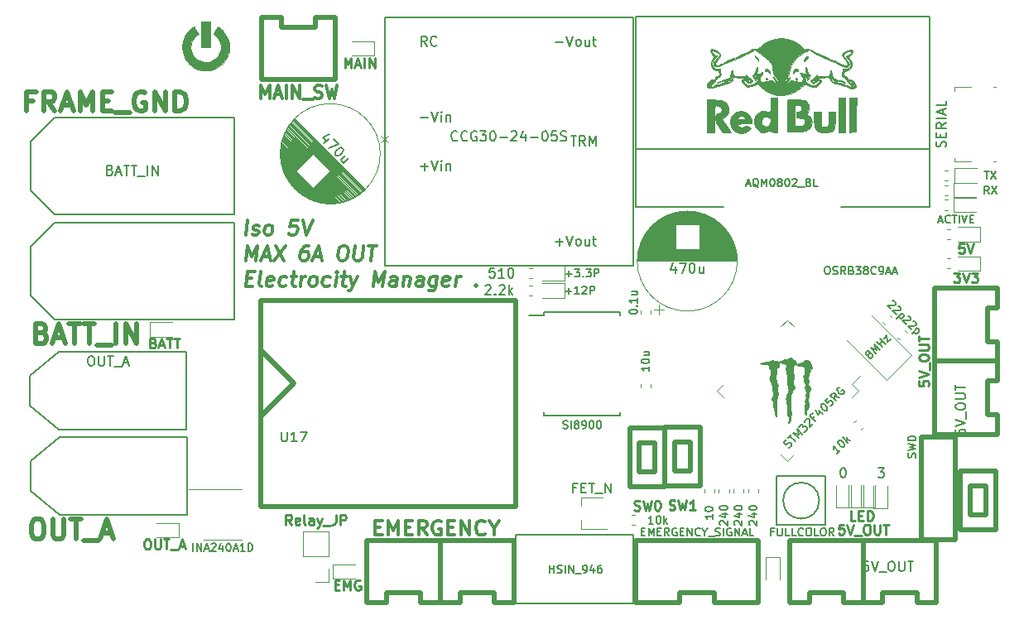
<source format=gbr>
G04 #@! TF.GenerationSoftware,KiCad,Pcbnew,(5.1.2)-1*
G04 #@! TF.CreationDate,2019-06-09T18:28:46+09:00*
G04 #@! TF.ProjectId,Control_5VOUT_ElectrocityManager,436f6e74-726f-46c5-9f35-564f55545f45,rev?*
G04 #@! TF.SameCoordinates,Original*
G04 #@! TF.FileFunction,Legend,Top*
G04 #@! TF.FilePolarity,Positive*
%FSLAX46Y46*%
G04 Gerber Fmt 4.6, Leading zero omitted, Abs format (unit mm)*
G04 Created by KiCad (PCBNEW (5.1.2)-1) date 2019-06-09 18:28:46*
%MOMM*%
%LPD*%
G04 APERTURE LIST*
%ADD10C,0.375000*%
%ADD11C,0.150000*%
%ADD12C,0.250000*%
%ADD13C,0.200000*%
%ADD14C,0.120000*%
%ADD15C,0.500000*%
%ADD16C,0.010000*%
%ADD17C,0.325000*%
G04 APERTURE END LIST*
D10*
X68109821Y-71303571D02*
X68297321Y-69803571D01*
X68761607Y-71232142D02*
X68895535Y-71303571D01*
X69181250Y-71303571D01*
X69333035Y-71232142D01*
X69422321Y-71089285D01*
X69431250Y-71017857D01*
X69377678Y-70875000D01*
X69243750Y-70803571D01*
X69029464Y-70803571D01*
X68895535Y-70732142D01*
X68841964Y-70589285D01*
X68850892Y-70517857D01*
X68940178Y-70375000D01*
X69091964Y-70303571D01*
X69306250Y-70303571D01*
X69440178Y-70375000D01*
X70252678Y-71303571D02*
X70118750Y-71232142D01*
X70056250Y-71160714D01*
X70002678Y-71017857D01*
X70056250Y-70589285D01*
X70145535Y-70446428D01*
X70225892Y-70375000D01*
X70377678Y-70303571D01*
X70591964Y-70303571D01*
X70725892Y-70375000D01*
X70788392Y-70446428D01*
X70841964Y-70589285D01*
X70788392Y-71017857D01*
X70699107Y-71160714D01*
X70618750Y-71232142D01*
X70466964Y-71303571D01*
X70252678Y-71303571D01*
X73440178Y-69803571D02*
X72725892Y-69803571D01*
X72565178Y-70517857D01*
X72645535Y-70446428D01*
X72797321Y-70375000D01*
X73154464Y-70375000D01*
X73288392Y-70446428D01*
X73350892Y-70517857D01*
X73404464Y-70660714D01*
X73359821Y-71017857D01*
X73270535Y-71160714D01*
X73190178Y-71232142D01*
X73038392Y-71303571D01*
X72681250Y-71303571D01*
X72547321Y-71232142D01*
X72484821Y-71160714D01*
X73940178Y-69803571D02*
X74252678Y-71303571D01*
X74940178Y-69803571D01*
X68109821Y-73928571D02*
X68297321Y-72428571D01*
X68663392Y-73500000D01*
X69297321Y-72428571D01*
X69109821Y-73928571D01*
X69806250Y-73500000D02*
X70520535Y-73500000D01*
X69609821Y-73928571D02*
X70297321Y-72428571D01*
X70609821Y-73928571D01*
X71154464Y-72428571D02*
X71966964Y-73928571D01*
X72154464Y-72428571D02*
X70966964Y-73928571D01*
X74511607Y-72428571D02*
X74225892Y-72428571D01*
X74074107Y-72500000D01*
X73993750Y-72571428D01*
X73824107Y-72785714D01*
X73716964Y-73071428D01*
X73645535Y-73642857D01*
X73699107Y-73785714D01*
X73761607Y-73857142D01*
X73895535Y-73928571D01*
X74181250Y-73928571D01*
X74333035Y-73857142D01*
X74413392Y-73785714D01*
X74502678Y-73642857D01*
X74547321Y-73285714D01*
X74493750Y-73142857D01*
X74431250Y-73071428D01*
X74297321Y-73000000D01*
X74011607Y-73000000D01*
X73859821Y-73071428D01*
X73779464Y-73142857D01*
X73690178Y-73285714D01*
X75091964Y-73500000D02*
X75806250Y-73500000D01*
X74895535Y-73928571D02*
X75583035Y-72428571D01*
X75895535Y-73928571D01*
X78011607Y-72428571D02*
X78297321Y-72428571D01*
X78431250Y-72500000D01*
X78556250Y-72642857D01*
X78591964Y-72928571D01*
X78529464Y-73428571D01*
X78422321Y-73714285D01*
X78261607Y-73857142D01*
X78109821Y-73928571D01*
X77824107Y-73928571D01*
X77690178Y-73857142D01*
X77565178Y-73714285D01*
X77529464Y-73428571D01*
X77591964Y-72928571D01*
X77699107Y-72642857D01*
X77859821Y-72500000D01*
X78011607Y-72428571D01*
X79297321Y-72428571D02*
X79145535Y-73642857D01*
X79199107Y-73785714D01*
X79261607Y-73857142D01*
X79395535Y-73928571D01*
X79681250Y-73928571D01*
X79833035Y-73857142D01*
X79913392Y-73785714D01*
X80002678Y-73642857D01*
X80154464Y-72428571D01*
X80654464Y-72428571D02*
X81511607Y-72428571D01*
X80895535Y-73928571D02*
X81083035Y-72428571D01*
X68208035Y-75767857D02*
X68708035Y-75767857D01*
X68824107Y-76553571D02*
X68109821Y-76553571D01*
X68297321Y-75053571D01*
X69011607Y-75053571D01*
X69681250Y-76553571D02*
X69547321Y-76482142D01*
X69493750Y-76339285D01*
X69654464Y-75053571D01*
X70833035Y-76482142D02*
X70681250Y-76553571D01*
X70395535Y-76553571D01*
X70261607Y-76482142D01*
X70208035Y-76339285D01*
X70279464Y-75767857D01*
X70368750Y-75625000D01*
X70520535Y-75553571D01*
X70806250Y-75553571D01*
X70940178Y-75625000D01*
X70993750Y-75767857D01*
X70975892Y-75910714D01*
X70243750Y-76053571D01*
X72190178Y-76482142D02*
X72038392Y-76553571D01*
X71752678Y-76553571D01*
X71618750Y-76482142D01*
X71556250Y-76410714D01*
X71502678Y-76267857D01*
X71556250Y-75839285D01*
X71645535Y-75696428D01*
X71725892Y-75625000D01*
X71877678Y-75553571D01*
X72163392Y-75553571D01*
X72297321Y-75625000D01*
X72734821Y-75553571D02*
X73306250Y-75553571D01*
X73011607Y-75053571D02*
X72850892Y-76339285D01*
X72904464Y-76482142D01*
X73038392Y-76553571D01*
X73181250Y-76553571D01*
X73681250Y-76553571D02*
X73806250Y-75553571D01*
X73770535Y-75839285D02*
X73859821Y-75696428D01*
X73940178Y-75625000D01*
X74091964Y-75553571D01*
X74234821Y-75553571D01*
X74824107Y-76553571D02*
X74690178Y-76482142D01*
X74627678Y-76410714D01*
X74574107Y-76267857D01*
X74627678Y-75839285D01*
X74716964Y-75696428D01*
X74797321Y-75625000D01*
X74949107Y-75553571D01*
X75163392Y-75553571D01*
X75297321Y-75625000D01*
X75359821Y-75696428D01*
X75413392Y-75839285D01*
X75359821Y-76267857D01*
X75270535Y-76410714D01*
X75190178Y-76482142D01*
X75038392Y-76553571D01*
X74824107Y-76553571D01*
X76618750Y-76482142D02*
X76466964Y-76553571D01*
X76181250Y-76553571D01*
X76047321Y-76482142D01*
X75984821Y-76410714D01*
X75931250Y-76267857D01*
X75984821Y-75839285D01*
X76074107Y-75696428D01*
X76154464Y-75625000D01*
X76306250Y-75553571D01*
X76591964Y-75553571D01*
X76725892Y-75625000D01*
X77252678Y-76553571D02*
X77377678Y-75553571D01*
X77440178Y-75053571D02*
X77359821Y-75125000D01*
X77422321Y-75196428D01*
X77502678Y-75125000D01*
X77440178Y-75053571D01*
X77422321Y-75196428D01*
X77877678Y-75553571D02*
X78449107Y-75553571D01*
X78154464Y-75053571D02*
X77993750Y-76339285D01*
X78047321Y-76482142D01*
X78181250Y-76553571D01*
X78324107Y-76553571D01*
X78806250Y-75553571D02*
X79038392Y-76553571D01*
X79520535Y-75553571D02*
X79038392Y-76553571D01*
X78850892Y-76910714D01*
X78770535Y-76982142D01*
X78618750Y-77053571D01*
X81109821Y-76553571D02*
X81297321Y-75053571D01*
X81663392Y-76125000D01*
X82297321Y-75053571D01*
X82109821Y-76553571D01*
X83466964Y-76553571D02*
X83565178Y-75767857D01*
X83511607Y-75625000D01*
X83377678Y-75553571D01*
X83091964Y-75553571D01*
X82940178Y-75625000D01*
X83475892Y-76482142D02*
X83324107Y-76553571D01*
X82966964Y-76553571D01*
X82833035Y-76482142D01*
X82779464Y-76339285D01*
X82797321Y-76196428D01*
X82886607Y-76053571D01*
X83038392Y-75982142D01*
X83395535Y-75982142D01*
X83547321Y-75910714D01*
X84306250Y-75553571D02*
X84181250Y-76553571D01*
X84288392Y-75696428D02*
X84368750Y-75625000D01*
X84520535Y-75553571D01*
X84734821Y-75553571D01*
X84868750Y-75625000D01*
X84922321Y-75767857D01*
X84824107Y-76553571D01*
X86181250Y-76553571D02*
X86279464Y-75767857D01*
X86225892Y-75625000D01*
X86091964Y-75553571D01*
X85806250Y-75553571D01*
X85654464Y-75625000D01*
X86190178Y-76482142D02*
X86038392Y-76553571D01*
X85681250Y-76553571D01*
X85547321Y-76482142D01*
X85493750Y-76339285D01*
X85511607Y-76196428D01*
X85600892Y-76053571D01*
X85752678Y-75982142D01*
X86109821Y-75982142D01*
X86261607Y-75910714D01*
X87663392Y-75553571D02*
X87511607Y-76767857D01*
X87422321Y-76910714D01*
X87341964Y-76982142D01*
X87190178Y-77053571D01*
X86975892Y-77053571D01*
X86841964Y-76982142D01*
X87547321Y-76482142D02*
X87395535Y-76553571D01*
X87109821Y-76553571D01*
X86975892Y-76482142D01*
X86913392Y-76410714D01*
X86859821Y-76267857D01*
X86913392Y-75839285D01*
X87002678Y-75696428D01*
X87083035Y-75625000D01*
X87234821Y-75553571D01*
X87520535Y-75553571D01*
X87654464Y-75625000D01*
X88833035Y-76482142D02*
X88681250Y-76553571D01*
X88395535Y-76553571D01*
X88261607Y-76482142D01*
X88208035Y-76339285D01*
X88279464Y-75767857D01*
X88368750Y-75625000D01*
X88520535Y-75553571D01*
X88806250Y-75553571D01*
X88940178Y-75625000D01*
X88993750Y-75767857D01*
X88975892Y-75910714D01*
X88243750Y-76053571D01*
X89538392Y-76553571D02*
X89663392Y-75553571D01*
X89627678Y-75839285D02*
X89716964Y-75696428D01*
X89797321Y-75625000D01*
X89949107Y-75553571D01*
X90091964Y-75553571D01*
X91627678Y-76410714D02*
X91690178Y-76482142D01*
X91609821Y-76553571D01*
X91547321Y-76482142D01*
X91627678Y-76410714D01*
X91609821Y-76553571D01*
D11*
X132766666Y-95152380D02*
X133385714Y-95152380D01*
X133052380Y-95533333D01*
X133195238Y-95533333D01*
X133290476Y-95580952D01*
X133338095Y-95628571D01*
X133385714Y-95723809D01*
X133385714Y-95961904D01*
X133338095Y-96057142D01*
X133290476Y-96104761D01*
X133195238Y-96152380D01*
X132909523Y-96152380D01*
X132814285Y-96104761D01*
X132766666Y-96057142D01*
X129152380Y-95152380D02*
X129247619Y-95152380D01*
X129342857Y-95200000D01*
X129390476Y-95247619D01*
X129438095Y-95342857D01*
X129485714Y-95533333D01*
X129485714Y-95771428D01*
X129438095Y-95961904D01*
X129390476Y-96057142D01*
X129342857Y-96104761D01*
X129247619Y-96152380D01*
X129152380Y-96152380D01*
X129057142Y-96104761D01*
X129009523Y-96057142D01*
X128961904Y-95961904D01*
X128914285Y-95771428D01*
X128914285Y-95533333D01*
X128961904Y-95342857D01*
X129009523Y-95247619D01*
X129057142Y-95200000D01*
X129152380Y-95152380D01*
D12*
X130457142Y-100552380D02*
X129980952Y-100552380D01*
X129980952Y-99552380D01*
X130790476Y-100028571D02*
X131123809Y-100028571D01*
X131266666Y-100552380D02*
X130790476Y-100552380D01*
X130790476Y-99552380D01*
X131266666Y-99552380D01*
X131695238Y-100552380D02*
X131695238Y-99552380D01*
X131933333Y-99552380D01*
X132076190Y-99600000D01*
X132171428Y-99695238D01*
X132219047Y-99790476D01*
X132266666Y-99980952D01*
X132266666Y-100123809D01*
X132219047Y-100314285D01*
X132171428Y-100409523D01*
X132076190Y-100504761D01*
X131933333Y-100552380D01*
X131695238Y-100552380D01*
D13*
X126743909Y-98500000D02*
G75*
G03X126743909Y-98500000I-1843909J0D01*
G01*
X122400000Y-96000000D02*
X127400000Y-96000000D01*
X122400000Y-101000000D02*
X122400000Y-96000000D01*
X127400000Y-101000000D02*
X122400000Y-101000000D01*
X127400000Y-96000000D02*
X127400000Y-101000000D01*
D14*
X129568019Y-82113604D02*
X133633883Y-86179468D01*
X133633883Y-86179468D02*
X136179468Y-83633883D01*
X136179468Y-83633883D02*
X132113604Y-79568019D01*
D11*
X98625000Y-79530000D02*
X97100000Y-79530000D01*
X98625000Y-89825000D02*
X106375000Y-89825000D01*
X98625000Y-79175000D02*
X106375000Y-79175000D01*
X98625000Y-89825000D02*
X98625000Y-89470000D01*
X106375000Y-89825000D02*
X106375000Y-89470000D01*
X106375000Y-79175000D02*
X106375000Y-79530000D01*
X98625000Y-79175000D02*
X98625000Y-79530000D01*
D15*
X137200000Y-102500000D02*
X140700000Y-102500000D01*
X137200000Y-102500000D02*
X137200000Y-92000000D01*
X140700000Y-102500000D02*
X140700000Y-92000000D01*
X140700000Y-92000000D02*
X137200000Y-92000000D01*
D14*
X135004478Y-82032574D02*
X134774273Y-81802369D01*
X135725727Y-81311325D02*
X135495522Y-81081120D01*
X133217426Y-80245522D02*
X133447631Y-80475727D01*
X133938675Y-79524273D02*
X134168880Y-79754478D01*
X108490000Y-86587221D02*
X108490000Y-86912779D01*
X109510000Y-86587221D02*
X109510000Y-86912779D01*
X108490000Y-79087221D02*
X108490000Y-79412779D01*
X109510000Y-79087221D02*
X109510000Y-79412779D01*
X142850000Y-64515000D02*
X140565000Y-64515000D01*
X140565000Y-64515000D02*
X140565000Y-65985000D01*
X140565000Y-65985000D02*
X142850000Y-65985000D01*
X140515000Y-67485000D02*
X142800000Y-67485000D01*
X140515000Y-66015000D02*
X140515000Y-67485000D01*
X142800000Y-66015000D02*
X140515000Y-66015000D01*
X142800000Y-67515000D02*
X140515000Y-67515000D01*
X140515000Y-67515000D02*
X140515000Y-68985000D01*
X140515000Y-68985000D02*
X142800000Y-68985000D01*
X133765000Y-99315000D02*
X133765000Y-97030000D01*
X132295000Y-99315000D02*
X133765000Y-99315000D01*
X132295000Y-97030000D02*
X132295000Y-99315000D01*
X132485000Y-99235000D02*
X132485000Y-96950000D01*
X131015000Y-99235000D02*
X132485000Y-99235000D01*
X131015000Y-96950000D02*
X131015000Y-99235000D01*
X129765000Y-96950000D02*
X129765000Y-99235000D01*
X129765000Y-99235000D02*
X131235000Y-99235000D01*
X131235000Y-99235000D02*
X131235000Y-96950000D01*
X128515000Y-96950000D02*
X128515000Y-99235000D01*
X128515000Y-99235000D02*
X129985000Y-99235000D01*
X129985000Y-99235000D02*
X129985000Y-96950000D01*
X140950000Y-71985000D02*
X143235000Y-71985000D01*
X143235000Y-71985000D02*
X143235000Y-70515000D01*
X143235000Y-70515000D02*
X140950000Y-70515000D01*
X143235000Y-73515000D02*
X140950000Y-73515000D01*
X143235000Y-74985000D02*
X143235000Y-73515000D01*
X140950000Y-74985000D02*
X143235000Y-74985000D01*
X81235000Y-51515000D02*
X78950000Y-51515000D01*
X81235000Y-52985000D02*
X81235000Y-51515000D01*
X78950000Y-52985000D02*
X81235000Y-52985000D01*
X100735000Y-74515000D02*
X98450000Y-74515000D01*
X100735000Y-75985000D02*
X100735000Y-74515000D01*
X98450000Y-75985000D02*
X100735000Y-75985000D01*
X98450000Y-77735000D02*
X100735000Y-77735000D01*
X100735000Y-77735000D02*
X100735000Y-76265000D01*
X100735000Y-76265000D02*
X98450000Y-76265000D01*
X58265000Y-81735000D02*
X60550000Y-81735000D01*
X58265000Y-80265000D02*
X58265000Y-81735000D01*
X60550000Y-80265000D02*
X58265000Y-80265000D01*
X122735000Y-106550000D02*
X122735000Y-104265000D01*
X122735000Y-104265000D02*
X121265000Y-104265000D01*
X121265000Y-104265000D02*
X121265000Y-106550000D01*
X76580000Y-101630000D02*
X73920000Y-101630000D01*
X76580000Y-104230000D02*
X76580000Y-101630000D01*
X73920000Y-104230000D02*
X73920000Y-101630000D01*
X76580000Y-104230000D02*
X73920000Y-104230000D01*
X76580000Y-105500000D02*
X76580000Y-106830000D01*
X76580000Y-106830000D02*
X75250000Y-106830000D01*
D11*
X46100000Y-74950000D02*
X46100000Y-77500000D01*
X46100000Y-75000000D02*
X46100000Y-72550000D01*
X48550000Y-79950000D02*
X46100000Y-77500000D01*
X48550000Y-70050000D02*
X46100000Y-72550000D01*
X48550000Y-79950000D02*
X66900000Y-79950000D01*
X66900000Y-79950000D02*
X66900000Y-70050000D01*
X66900000Y-70050000D02*
X48550000Y-70050000D01*
X66900000Y-59300000D02*
X48550000Y-59300000D01*
X66900000Y-69200000D02*
X66900000Y-59300000D01*
X48550000Y-69200000D02*
X66900000Y-69200000D01*
X48550000Y-59300000D02*
X46100000Y-61800000D01*
X48550000Y-69200000D02*
X46100000Y-66750000D01*
X46100000Y-64250000D02*
X46100000Y-61800000D01*
X46100000Y-64200000D02*
X46100000Y-66750000D01*
D14*
X104575000Y-98140000D02*
X102425000Y-98140000D01*
X105000000Y-101360000D02*
X102425000Y-101360000D01*
X102425000Y-99050000D02*
X102425000Y-98140000D01*
X102425000Y-101360000D02*
X102425000Y-100450000D01*
X114990000Y-97662779D02*
X114990000Y-97337221D01*
X116010000Y-97662779D02*
X116010000Y-97337221D01*
X140162779Y-70740000D02*
X139837221Y-70740000D01*
X140162779Y-71760000D02*
X139837221Y-71760000D01*
X130995522Y-91225727D02*
X131225727Y-90995522D01*
X130274273Y-90504478D02*
X130504478Y-90274273D01*
X139587221Y-65760000D02*
X139912779Y-65760000D01*
X139587221Y-64740000D02*
X139912779Y-64740000D01*
X139587221Y-66240000D02*
X139912779Y-66240000D01*
X139587221Y-67260000D02*
X139912779Y-67260000D01*
X139587221Y-67740000D02*
X139912779Y-67740000D01*
X139587221Y-68760000D02*
X139912779Y-68760000D01*
X107912779Y-101010000D02*
X107587221Y-101010000D01*
X107912779Y-99990000D02*
X107587221Y-99990000D01*
X119490000Y-97662779D02*
X119490000Y-97337221D01*
X120510000Y-97662779D02*
X120510000Y-97337221D01*
X119010000Y-97662779D02*
X119010000Y-97337221D01*
X117990000Y-97662779D02*
X117990000Y-97337221D01*
X116490000Y-97662779D02*
X116490000Y-97337221D01*
X117510000Y-97662779D02*
X117510000Y-97337221D01*
X140162779Y-74760000D02*
X139837221Y-74760000D01*
X140162779Y-73740000D02*
X139837221Y-73740000D01*
X97087221Y-75760000D02*
X97412779Y-75760000D01*
X97087221Y-74740000D02*
X97412779Y-74740000D01*
X97087221Y-76490000D02*
X97412779Y-76490000D01*
X97087221Y-77510000D02*
X97412779Y-77510000D01*
D15*
X109950000Y-92550000D02*
X108350000Y-92550000D01*
X108350000Y-92550000D02*
X108350000Y-95550000D01*
X108350000Y-95550000D02*
X109950000Y-95550000D01*
X109950000Y-95550000D02*
X109950000Y-92550000D01*
X110950000Y-91050000D02*
X107350000Y-91050000D01*
X107350000Y-91050000D02*
X107350000Y-97050000D01*
X107350000Y-97050000D02*
X110950000Y-97050000D01*
X110950000Y-97050000D02*
X110950000Y-91050000D01*
X114550000Y-97000000D02*
X114550000Y-91000000D01*
X110950000Y-97000000D02*
X114550000Y-97000000D01*
X110950000Y-91000000D02*
X110950000Y-97000000D01*
X114550000Y-91000000D02*
X110950000Y-91000000D01*
X113550000Y-95500000D02*
X113550000Y-92500000D01*
X111950000Y-95500000D02*
X113550000Y-95500000D01*
X111950000Y-92500000D02*
X111950000Y-95500000D01*
X113550000Y-92500000D02*
X111950000Y-92500000D01*
D11*
X82300000Y-49050000D02*
X82300000Y-74450000D01*
X82300000Y-74450000D02*
X107700000Y-74450000D01*
X107700000Y-74450000D02*
X107700000Y-49050000D01*
X107700000Y-49050000D02*
X82300000Y-49050000D01*
D14*
X116945120Y-86578249D02*
X116273369Y-87250000D01*
X116273369Y-87250000D02*
X116945120Y-87921751D01*
X122828249Y-80695120D02*
X123500000Y-80023369D01*
X123500000Y-80023369D02*
X124171751Y-80695120D01*
X124171751Y-93804880D02*
X123500000Y-94476631D01*
X123500000Y-94476631D02*
X122828249Y-93804880D01*
X130054880Y-87921751D02*
X130726631Y-87250000D01*
X130726631Y-87250000D02*
X130054880Y-86578249D01*
X130054880Y-86578249D02*
X131002403Y-85630725D01*
D11*
X95750000Y-109000000D02*
X95750000Y-102000000D01*
X95750000Y-102000000D02*
X107750000Y-102000000D01*
X107750000Y-102000000D02*
X107750000Y-109000000D01*
X107750000Y-109000000D02*
X95750000Y-109000000D01*
D13*
X108000000Y-62500000D02*
X138000000Y-62500000D01*
X108000000Y-68500000D02*
X108000000Y-49000000D01*
X108000000Y-49000000D02*
X138000000Y-49000000D01*
X138000000Y-49000000D02*
X138000000Y-68500000D01*
X129000000Y-68500000D02*
X138000000Y-68500000D01*
X117000000Y-68500000D02*
X108000000Y-68500000D01*
D14*
X65750000Y-102460000D02*
X67700000Y-102460000D01*
X65750000Y-102460000D02*
X63800000Y-102460000D01*
X65750000Y-97340000D02*
X67700000Y-97340000D01*
X65750000Y-97340000D02*
X62300000Y-97340000D01*
D16*
G36*
X123856152Y-83885803D02*
G01*
X123874458Y-83892221D01*
X123881769Y-83907517D01*
X123883331Y-83917842D01*
X123893277Y-83944137D01*
X123919700Y-83961174D01*
X123931800Y-83965467D01*
X123967946Y-83984493D01*
X123980118Y-84006876D01*
X123994476Y-84030972D01*
X124021631Y-84041531D01*
X124051815Y-84054836D01*
X124088155Y-84080720D01*
X124109335Y-84100130D01*
X124150561Y-84135633D01*
X124185491Y-84150430D01*
X124195171Y-84151200D01*
X124240047Y-84159060D01*
X124270282Y-84184372D01*
X124288255Y-84229730D01*
X124293047Y-84257927D01*
X124301741Y-84306589D01*
X124315815Y-84335541D01*
X124339901Y-84350461D01*
X124373485Y-84356537D01*
X124415019Y-84360750D01*
X124286350Y-84506800D01*
X124215961Y-84588994D01*
X124160983Y-84660389D01*
X124120018Y-84725720D01*
X124091667Y-84789720D01*
X124074532Y-84857125D01*
X124067215Y-84932669D01*
X124068318Y-85021088D01*
X124076441Y-85127116D01*
X124083344Y-85194181D01*
X124098853Y-85336854D01*
X124111965Y-85456329D01*
X124122991Y-85554662D01*
X124132246Y-85633909D01*
X124140042Y-85696128D01*
X124146691Y-85743374D01*
X124152507Y-85777705D01*
X124157803Y-85801176D01*
X124162890Y-85815845D01*
X124168083Y-85823767D01*
X124173693Y-85826999D01*
X124179691Y-85827600D01*
X124194299Y-85837629D01*
X124197555Y-85863814D01*
X124190783Y-85900295D01*
X124175304Y-85941215D01*
X124152441Y-85980715D01*
X124142111Y-85994111D01*
X124126213Y-86015384D01*
X124116528Y-86037478D01*
X124111547Y-86067344D01*
X124109763Y-86111936D01*
X124109600Y-86144106D01*
X124108862Y-86199465D01*
X124105840Y-86235568D01*
X124099319Y-86258538D01*
X124088083Y-86274494D01*
X124082699Y-86279656D01*
X124068200Y-86295856D01*
X124061121Y-86315894D01*
X124060056Y-86347323D01*
X124062703Y-86387106D01*
X124067057Y-86424807D01*
X124074604Y-86464130D01*
X124086583Y-86509083D01*
X124104235Y-86563675D01*
X124128799Y-86631913D01*
X124161515Y-86717805D01*
X124178353Y-86761050D01*
X124206962Y-86848177D01*
X124221797Y-86926208D01*
X124222466Y-86991391D01*
X124208580Y-87039975D01*
X124207574Y-87041766D01*
X124179525Y-87081567D01*
X124141678Y-87124189D01*
X124100945Y-87162778D01*
X124064240Y-87190482D01*
X124050099Y-87197894D01*
X124012501Y-87225704D01*
X123990118Y-87272868D01*
X123982601Y-87340128D01*
X123982600Y-87341203D01*
X123975981Y-87396010D01*
X123958371Y-87445355D01*
X123933143Y-87481163D01*
X123920175Y-87490724D01*
X123897899Y-87516117D01*
X123893700Y-87540834D01*
X123885754Y-87576985D01*
X123868300Y-87609065D01*
X123856496Y-87627594D01*
X123848971Y-87650830D01*
X123844831Y-87684561D01*
X123843180Y-87734573D01*
X123843011Y-87772703D01*
X123844057Y-87839196D01*
X123846812Y-87920244D01*
X123850844Y-88005091D01*
X123855186Y-88075500D01*
X123859129Y-88242872D01*
X123849073Y-88422896D01*
X123825607Y-88607433D01*
X123810501Y-88691450D01*
X123799192Y-88775741D01*
X123794016Y-88876527D01*
X123794706Y-88985718D01*
X123800999Y-89095226D01*
X123812630Y-89196965D01*
X123829333Y-89282845D01*
X123829931Y-89285175D01*
X123847404Y-89345106D01*
X123862816Y-89382581D01*
X123875611Y-89396264D01*
X123876209Y-89396300D01*
X123892177Y-89387108D01*
X123893894Y-89380425D01*
X123898285Y-89373813D01*
X123906400Y-89383600D01*
X123916130Y-89415111D01*
X123917923Y-89462148D01*
X123913007Y-89518952D01*
X123902608Y-89579765D01*
X123887953Y-89638829D01*
X123870268Y-89690386D01*
X123850782Y-89728677D01*
X123830720Y-89747945D01*
X123828623Y-89748632D01*
X123817681Y-89754129D01*
X123810474Y-89766916D01*
X123806078Y-89791728D01*
X123803568Y-89833299D01*
X123802261Y-89883556D01*
X123801527Y-89957386D01*
X123801786Y-90041804D01*
X123802965Y-90122019D01*
X123803559Y-90145600D01*
X123804808Y-90206780D01*
X123803830Y-90248410D01*
X123799831Y-90276299D01*
X123792017Y-90296257D01*
X123780697Y-90312703D01*
X123761985Y-90344387D01*
X123754003Y-90373830D01*
X123754000Y-90374283D01*
X123743506Y-90422001D01*
X123714731Y-90474681D01*
X123671734Y-90525200D01*
X123663757Y-90532651D01*
X123626592Y-90563796D01*
X123602076Y-90575970D01*
X123587519Y-90567589D01*
X123580229Y-90537068D01*
X123577515Y-90482821D01*
X123577496Y-90481857D01*
X123577650Y-90430162D01*
X123581130Y-90398809D01*
X123588773Y-90382860D01*
X123594973Y-90378898D01*
X123609534Y-90361433D01*
X123614300Y-90334791D01*
X123618456Y-90303455D01*
X123629260Y-90258958D01*
X123641802Y-90218675D01*
X123662971Y-90145466D01*
X123669032Y-90086599D01*
X123659529Y-90035667D01*
X123634008Y-89986266D01*
X123624331Y-89972384D01*
X123551144Y-89853129D01*
X123501389Y-89729063D01*
X123494506Y-89704406D01*
X123489007Y-89679685D01*
X123484704Y-89650855D01*
X123481516Y-89615008D01*
X123479361Y-89569237D01*
X123478156Y-89510633D01*
X123477820Y-89436289D01*
X123478271Y-89343295D01*
X123479426Y-89228744D01*
X123479929Y-89187202D01*
X123485417Y-88747428D01*
X123448410Y-88668347D01*
X123414961Y-88582176D01*
X123401862Y-88509353D01*
X123408905Y-88448306D01*
X123416851Y-88427805D01*
X123429447Y-88397774D01*
X123430830Y-88375402D01*
X123420509Y-88348223D01*
X123413140Y-88333500D01*
X123375107Y-88242170D01*
X123354367Y-88147834D01*
X123349324Y-88042332D01*
X123350350Y-88012823D01*
X123351740Y-87983068D01*
X123353226Y-87957639D01*
X123355579Y-87933900D01*
X123359568Y-87909214D01*
X123365964Y-87880943D01*
X123375537Y-87846451D01*
X123389057Y-87803100D01*
X123407295Y-87748255D01*
X123431019Y-87679277D01*
X123461001Y-87593530D01*
X123498011Y-87488376D01*
X123530174Y-87397091D01*
X123552359Y-87336398D01*
X123572871Y-87284457D01*
X123589740Y-87245965D01*
X123600999Y-87225618D01*
X123602780Y-87223870D01*
X123609393Y-87214356D01*
X123611706Y-87194689D01*
X123609360Y-87162153D01*
X123601994Y-87114032D01*
X123589249Y-87047614D01*
X123570766Y-86960181D01*
X123563322Y-86926150D01*
X123532120Y-86774842D01*
X123509843Y-86643190D01*
X123496227Y-86527167D01*
X123491008Y-86422750D01*
X123493921Y-86325913D01*
X123504702Y-86232631D01*
X123514296Y-86179366D01*
X123521984Y-86137743D01*
X123523009Y-86113315D01*
X123516256Y-86098491D01*
X123500612Y-86085679D01*
X123500543Y-86085631D01*
X123475758Y-86063750D01*
X123458179Y-86035634D01*
X123447039Y-85997386D01*
X123441571Y-85945107D01*
X123441006Y-85874901D01*
X123443835Y-85797660D01*
X123447076Y-85725992D01*
X123448408Y-85674744D01*
X123447429Y-85638981D01*
X123443735Y-85613767D01*
X123436923Y-85594168D01*
X123426592Y-85575247D01*
X123425535Y-85573508D01*
X123409638Y-85542794D01*
X123401389Y-85511547D01*
X123400765Y-85474016D01*
X123407745Y-85424451D01*
X123422304Y-85357101D01*
X123424642Y-85347205D01*
X123438459Y-85280436D01*
X123442004Y-85231772D01*
X123433837Y-85195504D01*
X123412517Y-85165920D01*
X123376604Y-85137312D01*
X123370675Y-85133291D01*
X123337045Y-85108089D01*
X123319857Y-85085131D01*
X123312924Y-85055128D01*
X123312058Y-85045300D01*
X123313937Y-85009038D01*
X123322327Y-84957705D01*
X123335650Y-84900306D01*
X123340633Y-84882349D01*
X123362175Y-84790629D01*
X123372113Y-84706822D01*
X123369931Y-84636660D01*
X123364995Y-84611574D01*
X123348896Y-84588044D01*
X123326233Y-84582999D01*
X123285743Y-84576164D01*
X123252823Y-84553068D01*
X123222620Y-84509829D01*
X123213667Y-84492950D01*
X123181369Y-84429212D01*
X123068649Y-84432793D01*
X123011147Y-84433692D01*
X122973076Y-84431470D01*
X122948576Y-84425343D01*
X122931787Y-84414525D01*
X122931690Y-84414436D01*
X122912202Y-84402659D01*
X122882037Y-84395789D01*
X122835363Y-84392827D01*
X122803674Y-84392499D01*
X122751660Y-84393984D01*
X122715738Y-84398082D01*
X122700206Y-84404261D01*
X122699900Y-84405379D01*
X122691175Y-84421217D01*
X122669365Y-84445199D01*
X122660319Y-84453623D01*
X122620738Y-84488988D01*
X122622733Y-84625222D01*
X122622799Y-84686635D01*
X122621382Y-84743147D01*
X122618749Y-84787074D01*
X122616450Y-84805578D01*
X122610287Y-84831589D01*
X122599635Y-84844626D01*
X122577124Y-84849169D01*
X122543841Y-84849700D01*
X122501742Y-84852578D01*
X122465873Y-84863799D01*
X122425250Y-84887239D01*
X122411904Y-84896260D01*
X122344299Y-84942821D01*
X122344299Y-85148779D01*
X122344434Y-85225384D01*
X122345157Y-85280356D01*
X122346949Y-85317463D01*
X122350290Y-85340473D01*
X122355658Y-85353153D01*
X122363535Y-85359271D01*
X122371434Y-85361833D01*
X122387848Y-85369204D01*
X122394322Y-85384707D01*
X122393217Y-85415819D01*
X122392018Y-85427047D01*
X122387442Y-85455281D01*
X122378853Y-85481887D01*
X122363575Y-85511816D01*
X122338935Y-85550021D01*
X122302256Y-85601452D01*
X122285412Y-85624400D01*
X122271368Y-85644610D01*
X122262322Y-85663450D01*
X122257500Y-85686615D01*
X122256126Y-85719800D01*
X122257426Y-85768700D01*
X122259491Y-85814900D01*
X122267403Y-85914012D01*
X122282490Y-86010831D01*
X122306136Y-86110918D01*
X122339722Y-86219834D01*
X122384632Y-86343142D01*
X122401616Y-86386537D01*
X122441205Y-86487171D01*
X122471775Y-86567044D01*
X122494231Y-86628781D01*
X122509477Y-86675003D01*
X122518416Y-86708333D01*
X122521953Y-86731393D01*
X122522100Y-86736023D01*
X122516007Y-86768759D01*
X122500690Y-86811410D01*
X122480594Y-86853889D01*
X122460162Y-86886106D01*
X122452397Y-86894277D01*
X122444319Y-86905872D01*
X122438765Y-86927559D01*
X122435330Y-86963285D01*
X122433612Y-87016993D01*
X122433200Y-87081875D01*
X122433416Y-87151347D01*
X122434646Y-87200877D01*
X122437765Y-87235924D01*
X122443644Y-87261947D01*
X122453159Y-87284403D01*
X122467181Y-87308752D01*
X122470320Y-87313870D01*
X122515649Y-87404828D01*
X122541577Y-87496427D01*
X122548074Y-87584992D01*
X122535108Y-87666850D01*
X122502647Y-87738330D01*
X122474302Y-87774186D01*
X122449887Y-87808042D01*
X122443339Y-87845860D01*
X122443809Y-87856736D01*
X122441317Y-87895010D01*
X122431469Y-87944043D01*
X122421084Y-87979063D01*
X122407111Y-88024287D01*
X122397679Y-88064175D01*
X122395100Y-88085027D01*
X122385760Y-88113418D01*
X122369700Y-88122620D01*
X122355670Y-88129555D01*
X122347961Y-88145153D01*
X122344784Y-88175562D01*
X122344300Y-88209880D01*
X122346881Y-88258511D01*
X122353801Y-88321614D01*
X122363822Y-88388882D01*
X122369661Y-88421124D01*
X122383279Y-88510187D01*
X122391836Y-88606888D01*
X122395271Y-88704717D01*
X122393524Y-88797160D01*
X122386534Y-88877705D01*
X122374459Y-88939100D01*
X122367320Y-88970124D01*
X122361671Y-89010738D01*
X122357301Y-89064199D01*
X122353997Y-89133764D01*
X122351549Y-89222691D01*
X122349979Y-89316190D01*
X122348825Y-89413681D01*
X122348435Y-89489025D01*
X122348977Y-89545467D01*
X122350623Y-89586252D01*
X122353544Y-89614626D01*
X122357910Y-89633834D01*
X122363891Y-89647121D01*
X122367676Y-89652740D01*
X122381087Y-89680908D01*
X122387821Y-89723441D01*
X122389131Y-89770652D01*
X122387989Y-89818186D01*
X122384131Y-89845929D01*
X122376150Y-89859455D01*
X122365566Y-89863843D01*
X122345705Y-89861712D01*
X122325669Y-89844999D01*
X122302733Y-89810501D01*
X122275733Y-89758250D01*
X122257952Y-89718232D01*
X122242296Y-89674776D01*
X122227979Y-89624338D01*
X122214211Y-89563370D01*
X122200205Y-89488328D01*
X122185173Y-89395665D01*
X122168328Y-89281836D01*
X122165546Y-89262365D01*
X122125870Y-88983646D01*
X122077124Y-88930763D01*
X122044557Y-88888169D01*
X122024663Y-88847263D01*
X122021808Y-88835465D01*
X122017384Y-88796485D01*
X122012833Y-88738896D01*
X122008500Y-88669485D01*
X122004726Y-88595039D01*
X122001856Y-88522344D01*
X122000233Y-88458187D01*
X122000201Y-88409355D01*
X122000216Y-88408690D01*
X121999161Y-88355006D01*
X121990641Y-88313852D01*
X121971085Y-88276365D01*
X121936923Y-88233682D01*
X121923827Y-88219125D01*
X121888742Y-88176185D01*
X121869143Y-88137721D01*
X121865262Y-88098709D01*
X121877327Y-88054123D01*
X121905569Y-87998939D01*
X121936141Y-87949680D01*
X121961561Y-87907610D01*
X121980222Y-87871506D01*
X121988559Y-87848361D01*
X121988700Y-87846545D01*
X121993670Y-87822918D01*
X122006377Y-87786471D01*
X122016267Y-87762789D01*
X122036033Y-87694684D01*
X122044062Y-87610193D01*
X122040828Y-87515202D01*
X122026805Y-87415598D01*
X122002465Y-87317267D01*
X121974164Y-87239422D01*
X121965455Y-87215646D01*
X121959140Y-87188250D01*
X121954859Y-87152874D01*
X121952250Y-87105161D01*
X121950951Y-87040755D01*
X121950600Y-86955632D01*
X121950395Y-86873244D01*
X121949514Y-86812202D01*
X121947557Y-86768454D01*
X121944125Y-86737948D01*
X121938817Y-86716633D01*
X121931234Y-86700455D01*
X121924399Y-86690076D01*
X121908978Y-86659461D01*
X121892890Y-86613277D01*
X121879411Y-86561048D01*
X121878451Y-86556441D01*
X121864999Y-86502895D01*
X121849442Y-86460083D01*
X121834801Y-86435701D01*
X121816916Y-86404460D01*
X121810899Y-86370525D01*
X121804901Y-86336970D01*
X121783202Y-86308126D01*
X121767547Y-86294659D01*
X121715176Y-86237239D01*
X121678358Y-86163040D01*
X121659037Y-86076731D01*
X121656553Y-86028125D01*
X121657098Y-85998014D01*
X121658905Y-85969973D01*
X121662808Y-85940561D01*
X121669639Y-85906337D01*
X121680231Y-85863861D01*
X121695415Y-85809692D01*
X121716025Y-85740389D01*
X121742893Y-85652511D01*
X121763871Y-85584565D01*
X121783312Y-85515870D01*
X121800318Y-85445094D01*
X121812783Y-85381625D01*
X121817995Y-85343265D01*
X121821295Y-85265249D01*
X121813374Y-85203041D01*
X121791421Y-85148658D01*
X121752623Y-85094120D01*
X121715938Y-85053659D01*
X121661781Y-84994542D01*
X121624305Y-84945105D01*
X121600587Y-84898876D01*
X121587704Y-84849385D01*
X121582734Y-84790161D01*
X121582300Y-84757813D01*
X121581443Y-84701605D01*
X121578114Y-84664622D01*
X121571172Y-84640722D01*
X121559474Y-84623765D01*
X121556899Y-84621100D01*
X121530030Y-84602130D01*
X121508043Y-84595699D01*
X121482237Y-84587659D01*
X121454068Y-84568795D01*
X121439010Y-84557129D01*
X121422133Y-84549850D01*
X121398047Y-84546363D01*
X121361363Y-84546075D01*
X121306691Y-84548393D01*
X121281315Y-84549764D01*
X121193585Y-84552030D01*
X121129719Y-84547825D01*
X121089949Y-84537185D01*
X121074508Y-84520148D01*
X121074300Y-84517461D01*
X121062356Y-84513639D01*
X121029546Y-84510423D01*
X120980402Y-84508085D01*
X120919456Y-84506895D01*
X120895568Y-84506800D01*
X120824527Y-84506502D01*
X120775210Y-84505324D01*
X120743946Y-84502835D01*
X120727063Y-84498606D01*
X120720891Y-84492208D01*
X120720943Y-84486370D01*
X120731749Y-84475707D01*
X120761605Y-84460653D01*
X120811889Y-84440662D01*
X120883977Y-84415184D01*
X120977626Y-84384196D01*
X121118170Y-84340950D01*
X121240663Y-84308402D01*
X121349647Y-84285649D01*
X121449666Y-84271788D01*
X121545265Y-84265914D01*
X121574108Y-84265574D01*
X121627189Y-84264526D01*
X121663852Y-84260012D01*
X121693047Y-84249837D01*
X121723725Y-84231801D01*
X121730724Y-84227126D01*
X121816484Y-84174716D01*
X121892342Y-84140567D01*
X121939520Y-84126849D01*
X121979939Y-84120836D01*
X122011576Y-84126427D01*
X122039506Y-84140029D01*
X122076267Y-84166992D01*
X122106796Y-84199586D01*
X122109782Y-84203918D01*
X122134750Y-84242343D01*
X122261750Y-84234849D01*
X122350067Y-84232259D01*
X122417063Y-84236724D01*
X122465989Y-84248890D01*
X122500102Y-84269397D01*
X122513887Y-84284683D01*
X122532525Y-84305681D01*
X122553324Y-84312918D01*
X122587066Y-84309861D01*
X122590442Y-84309309D01*
X122645452Y-84296265D01*
X122685992Y-84275574D01*
X122713561Y-84251838D01*
X122741632Y-84233207D01*
X122764615Y-84227399D01*
X122795336Y-84221328D01*
X122824940Y-84208886D01*
X122891731Y-84177503D01*
X122979353Y-84144549D01*
X123083404Y-84111357D01*
X123199481Y-84079260D01*
X123323182Y-84049589D01*
X123414793Y-84030417D01*
X123474852Y-84017712D01*
X123526674Y-84005029D01*
X123564607Y-83993866D01*
X123582757Y-83985928D01*
X123605101Y-83974686D01*
X123642346Y-83962457D01*
X123667963Y-83956049D01*
X123713906Y-83942388D01*
X123739890Y-83924881D01*
X123747486Y-83912896D01*
X123759919Y-83894971D01*
X123781619Y-83886560D01*
X123819667Y-83884499D01*
X123856152Y-83885803D01*
X123856152Y-83885803D01*
G37*
X123856152Y-83885803D02*
X123874458Y-83892221D01*
X123881769Y-83907517D01*
X123883331Y-83917842D01*
X123893277Y-83944137D01*
X123919700Y-83961174D01*
X123931800Y-83965467D01*
X123967946Y-83984493D01*
X123980118Y-84006876D01*
X123994476Y-84030972D01*
X124021631Y-84041531D01*
X124051815Y-84054836D01*
X124088155Y-84080720D01*
X124109335Y-84100130D01*
X124150561Y-84135633D01*
X124185491Y-84150430D01*
X124195171Y-84151200D01*
X124240047Y-84159060D01*
X124270282Y-84184372D01*
X124288255Y-84229730D01*
X124293047Y-84257927D01*
X124301741Y-84306589D01*
X124315815Y-84335541D01*
X124339901Y-84350461D01*
X124373485Y-84356537D01*
X124415019Y-84360750D01*
X124286350Y-84506800D01*
X124215961Y-84588994D01*
X124160983Y-84660389D01*
X124120018Y-84725720D01*
X124091667Y-84789720D01*
X124074532Y-84857125D01*
X124067215Y-84932669D01*
X124068318Y-85021088D01*
X124076441Y-85127116D01*
X124083344Y-85194181D01*
X124098853Y-85336854D01*
X124111965Y-85456329D01*
X124122991Y-85554662D01*
X124132246Y-85633909D01*
X124140042Y-85696128D01*
X124146691Y-85743374D01*
X124152507Y-85777705D01*
X124157803Y-85801176D01*
X124162890Y-85815845D01*
X124168083Y-85823767D01*
X124173693Y-85826999D01*
X124179691Y-85827600D01*
X124194299Y-85837629D01*
X124197555Y-85863814D01*
X124190783Y-85900295D01*
X124175304Y-85941215D01*
X124152441Y-85980715D01*
X124142111Y-85994111D01*
X124126213Y-86015384D01*
X124116528Y-86037478D01*
X124111547Y-86067344D01*
X124109763Y-86111936D01*
X124109600Y-86144106D01*
X124108862Y-86199465D01*
X124105840Y-86235568D01*
X124099319Y-86258538D01*
X124088083Y-86274494D01*
X124082699Y-86279656D01*
X124068200Y-86295856D01*
X124061121Y-86315894D01*
X124060056Y-86347323D01*
X124062703Y-86387106D01*
X124067057Y-86424807D01*
X124074604Y-86464130D01*
X124086583Y-86509083D01*
X124104235Y-86563675D01*
X124128799Y-86631913D01*
X124161515Y-86717805D01*
X124178353Y-86761050D01*
X124206962Y-86848177D01*
X124221797Y-86926208D01*
X124222466Y-86991391D01*
X124208580Y-87039975D01*
X124207574Y-87041766D01*
X124179525Y-87081567D01*
X124141678Y-87124189D01*
X124100945Y-87162778D01*
X124064240Y-87190482D01*
X124050099Y-87197894D01*
X124012501Y-87225704D01*
X123990118Y-87272868D01*
X123982601Y-87340128D01*
X123982600Y-87341203D01*
X123975981Y-87396010D01*
X123958371Y-87445355D01*
X123933143Y-87481163D01*
X123920175Y-87490724D01*
X123897899Y-87516117D01*
X123893700Y-87540834D01*
X123885754Y-87576985D01*
X123868300Y-87609065D01*
X123856496Y-87627594D01*
X123848971Y-87650830D01*
X123844831Y-87684561D01*
X123843180Y-87734573D01*
X123843011Y-87772703D01*
X123844057Y-87839196D01*
X123846812Y-87920244D01*
X123850844Y-88005091D01*
X123855186Y-88075500D01*
X123859129Y-88242872D01*
X123849073Y-88422896D01*
X123825607Y-88607433D01*
X123810501Y-88691450D01*
X123799192Y-88775741D01*
X123794016Y-88876527D01*
X123794706Y-88985718D01*
X123800999Y-89095226D01*
X123812630Y-89196965D01*
X123829333Y-89282845D01*
X123829931Y-89285175D01*
X123847404Y-89345106D01*
X123862816Y-89382581D01*
X123875611Y-89396264D01*
X123876209Y-89396300D01*
X123892177Y-89387108D01*
X123893894Y-89380425D01*
X123898285Y-89373813D01*
X123906400Y-89383600D01*
X123916130Y-89415111D01*
X123917923Y-89462148D01*
X123913007Y-89518952D01*
X123902608Y-89579765D01*
X123887953Y-89638829D01*
X123870268Y-89690386D01*
X123850782Y-89728677D01*
X123830720Y-89747945D01*
X123828623Y-89748632D01*
X123817681Y-89754129D01*
X123810474Y-89766916D01*
X123806078Y-89791728D01*
X123803568Y-89833299D01*
X123802261Y-89883556D01*
X123801527Y-89957386D01*
X123801786Y-90041804D01*
X123802965Y-90122019D01*
X123803559Y-90145600D01*
X123804808Y-90206780D01*
X123803830Y-90248410D01*
X123799831Y-90276299D01*
X123792017Y-90296257D01*
X123780697Y-90312703D01*
X123761985Y-90344387D01*
X123754003Y-90373830D01*
X123754000Y-90374283D01*
X123743506Y-90422001D01*
X123714731Y-90474681D01*
X123671734Y-90525200D01*
X123663757Y-90532651D01*
X123626592Y-90563796D01*
X123602076Y-90575970D01*
X123587519Y-90567589D01*
X123580229Y-90537068D01*
X123577515Y-90482821D01*
X123577496Y-90481857D01*
X123577650Y-90430162D01*
X123581130Y-90398809D01*
X123588773Y-90382860D01*
X123594973Y-90378898D01*
X123609534Y-90361433D01*
X123614300Y-90334791D01*
X123618456Y-90303455D01*
X123629260Y-90258958D01*
X123641802Y-90218675D01*
X123662971Y-90145466D01*
X123669032Y-90086599D01*
X123659529Y-90035667D01*
X123634008Y-89986266D01*
X123624331Y-89972384D01*
X123551144Y-89853129D01*
X123501389Y-89729063D01*
X123494506Y-89704406D01*
X123489007Y-89679685D01*
X123484704Y-89650855D01*
X123481516Y-89615008D01*
X123479361Y-89569237D01*
X123478156Y-89510633D01*
X123477820Y-89436289D01*
X123478271Y-89343295D01*
X123479426Y-89228744D01*
X123479929Y-89187202D01*
X123485417Y-88747428D01*
X123448410Y-88668347D01*
X123414961Y-88582176D01*
X123401862Y-88509353D01*
X123408905Y-88448306D01*
X123416851Y-88427805D01*
X123429447Y-88397774D01*
X123430830Y-88375402D01*
X123420509Y-88348223D01*
X123413140Y-88333500D01*
X123375107Y-88242170D01*
X123354367Y-88147834D01*
X123349324Y-88042332D01*
X123350350Y-88012823D01*
X123351740Y-87983068D01*
X123353226Y-87957639D01*
X123355579Y-87933900D01*
X123359568Y-87909214D01*
X123365964Y-87880943D01*
X123375537Y-87846451D01*
X123389057Y-87803100D01*
X123407295Y-87748255D01*
X123431019Y-87679277D01*
X123461001Y-87593530D01*
X123498011Y-87488376D01*
X123530174Y-87397091D01*
X123552359Y-87336398D01*
X123572871Y-87284457D01*
X123589740Y-87245965D01*
X123600999Y-87225618D01*
X123602780Y-87223870D01*
X123609393Y-87214356D01*
X123611706Y-87194689D01*
X123609360Y-87162153D01*
X123601994Y-87114032D01*
X123589249Y-87047614D01*
X123570766Y-86960181D01*
X123563322Y-86926150D01*
X123532120Y-86774842D01*
X123509843Y-86643190D01*
X123496227Y-86527167D01*
X123491008Y-86422750D01*
X123493921Y-86325913D01*
X123504702Y-86232631D01*
X123514296Y-86179366D01*
X123521984Y-86137743D01*
X123523009Y-86113315D01*
X123516256Y-86098491D01*
X123500612Y-86085679D01*
X123500543Y-86085631D01*
X123475758Y-86063750D01*
X123458179Y-86035634D01*
X123447039Y-85997386D01*
X123441571Y-85945107D01*
X123441006Y-85874901D01*
X123443835Y-85797660D01*
X123447076Y-85725992D01*
X123448408Y-85674744D01*
X123447429Y-85638981D01*
X123443735Y-85613767D01*
X123436923Y-85594168D01*
X123426592Y-85575247D01*
X123425535Y-85573508D01*
X123409638Y-85542794D01*
X123401389Y-85511547D01*
X123400765Y-85474016D01*
X123407745Y-85424451D01*
X123422304Y-85357101D01*
X123424642Y-85347205D01*
X123438459Y-85280436D01*
X123442004Y-85231772D01*
X123433837Y-85195504D01*
X123412517Y-85165920D01*
X123376604Y-85137312D01*
X123370675Y-85133291D01*
X123337045Y-85108089D01*
X123319857Y-85085131D01*
X123312924Y-85055128D01*
X123312058Y-85045300D01*
X123313937Y-85009038D01*
X123322327Y-84957705D01*
X123335650Y-84900306D01*
X123340633Y-84882349D01*
X123362175Y-84790629D01*
X123372113Y-84706822D01*
X123369931Y-84636660D01*
X123364995Y-84611574D01*
X123348896Y-84588044D01*
X123326233Y-84582999D01*
X123285743Y-84576164D01*
X123252823Y-84553068D01*
X123222620Y-84509829D01*
X123213667Y-84492950D01*
X123181369Y-84429212D01*
X123068649Y-84432793D01*
X123011147Y-84433692D01*
X122973076Y-84431470D01*
X122948576Y-84425343D01*
X122931787Y-84414525D01*
X122931690Y-84414436D01*
X122912202Y-84402659D01*
X122882037Y-84395789D01*
X122835363Y-84392827D01*
X122803674Y-84392499D01*
X122751660Y-84393984D01*
X122715738Y-84398082D01*
X122700206Y-84404261D01*
X122699900Y-84405379D01*
X122691175Y-84421217D01*
X122669365Y-84445199D01*
X122660319Y-84453623D01*
X122620738Y-84488988D01*
X122622733Y-84625222D01*
X122622799Y-84686635D01*
X122621382Y-84743147D01*
X122618749Y-84787074D01*
X122616450Y-84805578D01*
X122610287Y-84831589D01*
X122599635Y-84844626D01*
X122577124Y-84849169D01*
X122543841Y-84849700D01*
X122501742Y-84852578D01*
X122465873Y-84863799D01*
X122425250Y-84887239D01*
X122411904Y-84896260D01*
X122344299Y-84942821D01*
X122344299Y-85148779D01*
X122344434Y-85225384D01*
X122345157Y-85280356D01*
X122346949Y-85317463D01*
X122350290Y-85340473D01*
X122355658Y-85353153D01*
X122363535Y-85359271D01*
X122371434Y-85361833D01*
X122387848Y-85369204D01*
X122394322Y-85384707D01*
X122393217Y-85415819D01*
X122392018Y-85427047D01*
X122387442Y-85455281D01*
X122378853Y-85481887D01*
X122363575Y-85511816D01*
X122338935Y-85550021D01*
X122302256Y-85601452D01*
X122285412Y-85624400D01*
X122271368Y-85644610D01*
X122262322Y-85663450D01*
X122257500Y-85686615D01*
X122256126Y-85719800D01*
X122257426Y-85768700D01*
X122259491Y-85814900D01*
X122267403Y-85914012D01*
X122282490Y-86010831D01*
X122306136Y-86110918D01*
X122339722Y-86219834D01*
X122384632Y-86343142D01*
X122401616Y-86386537D01*
X122441205Y-86487171D01*
X122471775Y-86567044D01*
X122494231Y-86628781D01*
X122509477Y-86675003D01*
X122518416Y-86708333D01*
X122521953Y-86731393D01*
X122522100Y-86736023D01*
X122516007Y-86768759D01*
X122500690Y-86811410D01*
X122480594Y-86853889D01*
X122460162Y-86886106D01*
X122452397Y-86894277D01*
X122444319Y-86905872D01*
X122438765Y-86927559D01*
X122435330Y-86963285D01*
X122433612Y-87016993D01*
X122433200Y-87081875D01*
X122433416Y-87151347D01*
X122434646Y-87200877D01*
X122437765Y-87235924D01*
X122443644Y-87261947D01*
X122453159Y-87284403D01*
X122467181Y-87308752D01*
X122470320Y-87313870D01*
X122515649Y-87404828D01*
X122541577Y-87496427D01*
X122548074Y-87584992D01*
X122535108Y-87666850D01*
X122502647Y-87738330D01*
X122474302Y-87774186D01*
X122449887Y-87808042D01*
X122443339Y-87845860D01*
X122443809Y-87856736D01*
X122441317Y-87895010D01*
X122431469Y-87944043D01*
X122421084Y-87979063D01*
X122407111Y-88024287D01*
X122397679Y-88064175D01*
X122395100Y-88085027D01*
X122385760Y-88113418D01*
X122369700Y-88122620D01*
X122355670Y-88129555D01*
X122347961Y-88145153D01*
X122344784Y-88175562D01*
X122344300Y-88209880D01*
X122346881Y-88258511D01*
X122353801Y-88321614D01*
X122363822Y-88388882D01*
X122369661Y-88421124D01*
X122383279Y-88510187D01*
X122391836Y-88606888D01*
X122395271Y-88704717D01*
X122393524Y-88797160D01*
X122386534Y-88877705D01*
X122374459Y-88939100D01*
X122367320Y-88970124D01*
X122361671Y-89010738D01*
X122357301Y-89064199D01*
X122353997Y-89133764D01*
X122351549Y-89222691D01*
X122349979Y-89316190D01*
X122348825Y-89413681D01*
X122348435Y-89489025D01*
X122348977Y-89545467D01*
X122350623Y-89586252D01*
X122353544Y-89614626D01*
X122357910Y-89633834D01*
X122363891Y-89647121D01*
X122367676Y-89652740D01*
X122381087Y-89680908D01*
X122387821Y-89723441D01*
X122389131Y-89770652D01*
X122387989Y-89818186D01*
X122384131Y-89845929D01*
X122376150Y-89859455D01*
X122365566Y-89863843D01*
X122345705Y-89861712D01*
X122325669Y-89844999D01*
X122302733Y-89810501D01*
X122275733Y-89758250D01*
X122257952Y-89718232D01*
X122242296Y-89674776D01*
X122227979Y-89624338D01*
X122214211Y-89563370D01*
X122200205Y-89488328D01*
X122185173Y-89395665D01*
X122168328Y-89281836D01*
X122165546Y-89262365D01*
X122125870Y-88983646D01*
X122077124Y-88930763D01*
X122044557Y-88888169D01*
X122024663Y-88847263D01*
X122021808Y-88835465D01*
X122017384Y-88796485D01*
X122012833Y-88738896D01*
X122008500Y-88669485D01*
X122004726Y-88595039D01*
X122001856Y-88522344D01*
X122000233Y-88458187D01*
X122000201Y-88409355D01*
X122000216Y-88408690D01*
X121999161Y-88355006D01*
X121990641Y-88313852D01*
X121971085Y-88276365D01*
X121936923Y-88233682D01*
X121923827Y-88219125D01*
X121888742Y-88176185D01*
X121869143Y-88137721D01*
X121865262Y-88098709D01*
X121877327Y-88054123D01*
X121905569Y-87998939D01*
X121936141Y-87949680D01*
X121961561Y-87907610D01*
X121980222Y-87871506D01*
X121988559Y-87848361D01*
X121988700Y-87846545D01*
X121993670Y-87822918D01*
X122006377Y-87786471D01*
X122016267Y-87762789D01*
X122036033Y-87694684D01*
X122044062Y-87610193D01*
X122040828Y-87515202D01*
X122026805Y-87415598D01*
X122002465Y-87317267D01*
X121974164Y-87239422D01*
X121965455Y-87215646D01*
X121959140Y-87188250D01*
X121954859Y-87152874D01*
X121952250Y-87105161D01*
X121950951Y-87040755D01*
X121950600Y-86955632D01*
X121950395Y-86873244D01*
X121949514Y-86812202D01*
X121947557Y-86768454D01*
X121944125Y-86737948D01*
X121938817Y-86716633D01*
X121931234Y-86700455D01*
X121924399Y-86690076D01*
X121908978Y-86659461D01*
X121892890Y-86613277D01*
X121879411Y-86561048D01*
X121878451Y-86556441D01*
X121864999Y-86502895D01*
X121849442Y-86460083D01*
X121834801Y-86435701D01*
X121816916Y-86404460D01*
X121810899Y-86370525D01*
X121804901Y-86336970D01*
X121783202Y-86308126D01*
X121767547Y-86294659D01*
X121715176Y-86237239D01*
X121678358Y-86163040D01*
X121659037Y-86076731D01*
X121656553Y-86028125D01*
X121657098Y-85998014D01*
X121658905Y-85969973D01*
X121662808Y-85940561D01*
X121669639Y-85906337D01*
X121680231Y-85863861D01*
X121695415Y-85809692D01*
X121716025Y-85740389D01*
X121742893Y-85652511D01*
X121763871Y-85584565D01*
X121783312Y-85515870D01*
X121800318Y-85445094D01*
X121812783Y-85381625D01*
X121817995Y-85343265D01*
X121821295Y-85265249D01*
X121813374Y-85203041D01*
X121791421Y-85148658D01*
X121752623Y-85094120D01*
X121715938Y-85053659D01*
X121661781Y-84994542D01*
X121624305Y-84945105D01*
X121600587Y-84898876D01*
X121587704Y-84849385D01*
X121582734Y-84790161D01*
X121582300Y-84757813D01*
X121581443Y-84701605D01*
X121578114Y-84664622D01*
X121571172Y-84640722D01*
X121559474Y-84623765D01*
X121556899Y-84621100D01*
X121530030Y-84602130D01*
X121508043Y-84595699D01*
X121482237Y-84587659D01*
X121454068Y-84568795D01*
X121439010Y-84557129D01*
X121422133Y-84549850D01*
X121398047Y-84546363D01*
X121361363Y-84546075D01*
X121306691Y-84548393D01*
X121281315Y-84549764D01*
X121193585Y-84552030D01*
X121129719Y-84547825D01*
X121089949Y-84537185D01*
X121074508Y-84520148D01*
X121074300Y-84517461D01*
X121062356Y-84513639D01*
X121029546Y-84510423D01*
X120980402Y-84508085D01*
X120919456Y-84506895D01*
X120895568Y-84506800D01*
X120824527Y-84506502D01*
X120775210Y-84505324D01*
X120743946Y-84502835D01*
X120727063Y-84498606D01*
X120720891Y-84492208D01*
X120720943Y-84486370D01*
X120731749Y-84475707D01*
X120761605Y-84460653D01*
X120811889Y-84440662D01*
X120883977Y-84415184D01*
X120977626Y-84384196D01*
X121118170Y-84340950D01*
X121240663Y-84308402D01*
X121349647Y-84285649D01*
X121449666Y-84271788D01*
X121545265Y-84265914D01*
X121574108Y-84265574D01*
X121627189Y-84264526D01*
X121663852Y-84260012D01*
X121693047Y-84249837D01*
X121723725Y-84231801D01*
X121730724Y-84227126D01*
X121816484Y-84174716D01*
X121892342Y-84140567D01*
X121939520Y-84126849D01*
X121979939Y-84120836D01*
X122011576Y-84126427D01*
X122039506Y-84140029D01*
X122076267Y-84166992D01*
X122106796Y-84199586D01*
X122109782Y-84203918D01*
X122134750Y-84242343D01*
X122261750Y-84234849D01*
X122350067Y-84232259D01*
X122417063Y-84236724D01*
X122465989Y-84248890D01*
X122500102Y-84269397D01*
X122513887Y-84284683D01*
X122532525Y-84305681D01*
X122553324Y-84312918D01*
X122587066Y-84309861D01*
X122590442Y-84309309D01*
X122645452Y-84296265D01*
X122685992Y-84275574D01*
X122713561Y-84251838D01*
X122741632Y-84233207D01*
X122764615Y-84227399D01*
X122795336Y-84221328D01*
X122824940Y-84208886D01*
X122891731Y-84177503D01*
X122979353Y-84144549D01*
X123083404Y-84111357D01*
X123199481Y-84079260D01*
X123323182Y-84049589D01*
X123414793Y-84030417D01*
X123474852Y-84017712D01*
X123526674Y-84005029D01*
X123564607Y-83993866D01*
X123582757Y-83985928D01*
X123605101Y-83974686D01*
X123642346Y-83962457D01*
X123667963Y-83956049D01*
X123713906Y-83942388D01*
X123739890Y-83924881D01*
X123747486Y-83912896D01*
X123759919Y-83894971D01*
X123781619Y-83886560D01*
X123819667Y-83884499D01*
X123856152Y-83885803D01*
G36*
X125379452Y-84119668D02*
G01*
X125413308Y-84132150D01*
X125451549Y-84142634D01*
X125501989Y-84149553D01*
X125538005Y-84151200D01*
X125621860Y-84156856D01*
X125688836Y-84175788D01*
X125743318Y-84210935D01*
X125789694Y-84265240D01*
X125832349Y-84341645D01*
X125837135Y-84351810D01*
X125863872Y-84408640D01*
X125890814Y-84464593D01*
X125913422Y-84510286D01*
X125919764Y-84522681D01*
X125946827Y-84599606D01*
X125951100Y-84644793D01*
X125957495Y-84693761D01*
X125974333Y-84735775D01*
X125998089Y-84764427D01*
X126021871Y-84773500D01*
X126035777Y-84784945D01*
X126040000Y-84816731D01*
X126035357Y-84843729D01*
X126020398Y-84881020D01*
X125993573Y-84931808D01*
X125953335Y-84999300D01*
X125946455Y-85010406D01*
X125844352Y-85184032D01*
X125761921Y-85345684D01*
X125698187Y-85498181D01*
X125652173Y-85644342D01*
X125622904Y-85786983D01*
X125609403Y-85928924D01*
X125608200Y-85987157D01*
X125608703Y-86043074D01*
X125610886Y-86078684D01*
X125615760Y-86099071D01*
X125624336Y-86109320D01*
X125633268Y-86113244D01*
X125668140Y-86135936D01*
X125695550Y-86174493D01*
X125709246Y-86219408D01*
X125709800Y-86229636D01*
X125705145Y-86260131D01*
X125692659Y-86306304D01*
X125674553Y-86360504D01*
X125663444Y-86389848D01*
X125629069Y-86490582D01*
X125612671Y-86574083D01*
X125614288Y-86641103D01*
X125633960Y-86692393D01*
X125671727Y-86728705D01*
X125681439Y-86734228D01*
X125734277Y-86773004D01*
X125777623Y-86830825D01*
X125799771Y-86874814D01*
X125817190Y-86928766D01*
X125826570Y-86989563D01*
X125828460Y-87052242D01*
X125823406Y-87111840D01*
X125811954Y-87163394D01*
X125794651Y-87201938D01*
X125772044Y-87222512D01*
X125761248Y-87224600D01*
X125743773Y-87229025D01*
X125736250Y-87246839D01*
X125734874Y-87272225D01*
X125724342Y-87323626D01*
X125692797Y-87385355D01*
X125690424Y-87389111D01*
X125667487Y-87427404D01*
X125654240Y-87458928D01*
X125648064Y-87493591D01*
X125646341Y-87541300D01*
X125646300Y-87556048D01*
X125656107Y-87669336D01*
X125672965Y-87740056D01*
X125689857Y-87808864D01*
X125691758Y-87864732D01*
X125677789Y-87915840D01*
X125648377Y-87968397D01*
X125630357Y-87997248D01*
X125619672Y-88021975D01*
X125614834Y-88050307D01*
X125614354Y-88089975D01*
X125616147Y-88135875D01*
X125620067Y-88203217D01*
X125625801Y-88281002D01*
X125632241Y-88354446D01*
X125633545Y-88367600D01*
X125640338Y-88446696D01*
X125645747Y-88534087D01*
X125649677Y-88624855D01*
X125652034Y-88714082D01*
X125652724Y-88796851D01*
X125651652Y-88868245D01*
X125648724Y-88923345D01*
X125644787Y-88953322D01*
X125623509Y-89011273D01*
X125583290Y-89079066D01*
X125567938Y-89100587D01*
X125516861Y-89171947D01*
X125478327Y-89232202D01*
X125447910Y-89289152D01*
X125421184Y-89350592D01*
X125410833Y-89377383D01*
X125394409Y-89423941D01*
X125385292Y-89461406D01*
X125382261Y-89499701D01*
X125384095Y-89548751D01*
X125386218Y-89577428D01*
X125389830Y-89634878D01*
X125389401Y-89673578D01*
X125384398Y-89699934D01*
X125374317Y-89720303D01*
X125356476Y-89742860D01*
X125343461Y-89751900D01*
X125334014Y-89741049D01*
X125318484Y-89712419D01*
X125300018Y-89671896D01*
X125297613Y-89666175D01*
X125272672Y-89591582D01*
X125257784Y-89515262D01*
X125253550Y-89443918D01*
X125260566Y-89384252D01*
X125270064Y-89357563D01*
X125281823Y-89328089D01*
X125288110Y-89294719D01*
X125288753Y-89253204D01*
X125283580Y-89199291D01*
X125272420Y-89128732D01*
X125257670Y-89050307D01*
X125239589Y-88944891D01*
X125231416Y-88858774D01*
X125233686Y-88787644D01*
X125246937Y-88727194D01*
X125271704Y-88673112D01*
X125308525Y-88621089D01*
X125311536Y-88617450D01*
X125335384Y-88573679D01*
X125339837Y-88520688D01*
X125324973Y-88455293D01*
X125316100Y-88431100D01*
X125296885Y-88367774D01*
X125291720Y-88313764D01*
X125300790Y-88273795D01*
X125309368Y-88261845D01*
X125327778Y-88233985D01*
X125347757Y-88188757D01*
X125366335Y-88133787D01*
X125379493Y-88081850D01*
X125382660Y-88051968D01*
X125384552Y-88002301D01*
X125385098Y-87938435D01*
X125384222Y-87865956D01*
X125382924Y-87818831D01*
X125380540Y-87736651D01*
X125379899Y-87675204D01*
X125381247Y-87629866D01*
X125384825Y-87596014D01*
X125390878Y-87569026D01*
X125397038Y-87550903D01*
X125408188Y-87517815D01*
X125411940Y-87489823D01*
X125408450Y-87456769D01*
X125399144Y-87413872D01*
X125389532Y-87359165D01*
X125382591Y-87293156D01*
X125379791Y-87229915D01*
X125379787Y-87228524D01*
X125378220Y-87179441D01*
X125374218Y-87140673D01*
X125368551Y-87118784D01*
X125366658Y-87116500D01*
X125348490Y-87095707D01*
X125328200Y-87058658D01*
X125309375Y-87013845D01*
X125295603Y-86969764D01*
X125290465Y-86936097D01*
X125292616Y-86904555D01*
X125298634Y-86855077D01*
X125307574Y-86794668D01*
X125317533Y-86735650D01*
X125331122Y-86649375D01*
X125336389Y-86583294D01*
X125332596Y-86533358D01*
X125319009Y-86495519D01*
X125294890Y-86465731D01*
X125264301Y-86442919D01*
X125217195Y-86405099D01*
X125183832Y-86358181D01*
X125163626Y-86299386D01*
X125155990Y-86225934D01*
X125160337Y-86135043D01*
X125175972Y-86024553D01*
X125185368Y-85965825D01*
X125191650Y-85917046D01*
X125194295Y-85883138D01*
X125192775Y-85869024D01*
X125192584Y-85868927D01*
X125156053Y-85850501D01*
X125121585Y-85823611D01*
X125097909Y-85795653D01*
X125093084Y-85784620D01*
X125094300Y-85741870D01*
X125114742Y-85695171D01*
X125150574Y-85651229D01*
X125184584Y-85624533D01*
X125239050Y-85589992D01*
X125243851Y-85324621D01*
X125246904Y-85208081D01*
X125251558Y-85113717D01*
X125258047Y-85038343D01*
X125266602Y-84978771D01*
X125270398Y-84959820D01*
X125281170Y-84904538D01*
X125284550Y-84868792D01*
X125280834Y-84847908D01*
X125277768Y-84843071D01*
X125259601Y-84831384D01*
X125223743Y-84815352D01*
X125176853Y-84797849D01*
X125159572Y-84792070D01*
X125106852Y-84773391D01*
X125059422Y-84753821D01*
X125025727Y-84736915D01*
X125020259Y-84733396D01*
X124992613Y-84717574D01*
X124967033Y-84715897D01*
X124939047Y-84723492D01*
X124874771Y-84733645D01*
X124792194Y-84728203D01*
X124692904Y-84707369D01*
X124604900Y-84680573D01*
X124548417Y-84661762D01*
X124498989Y-84645999D01*
X124462676Y-84635176D01*
X124447202Y-84631355D01*
X124423677Y-84620362D01*
X124417978Y-84603120D01*
X124432513Y-84588008D01*
X124434513Y-84587184D01*
X124457966Y-84572487D01*
X124486049Y-84547769D01*
X124489544Y-84544174D01*
X124517503Y-84524606D01*
X124564969Y-84501616D01*
X124626592Y-84476995D01*
X124697019Y-84452539D01*
X124770901Y-84430038D01*
X124842885Y-84411286D01*
X124907621Y-84398076D01*
X124938385Y-84393802D01*
X124988147Y-84387172D01*
X125019924Y-84378498D01*
X125041119Y-84364980D01*
X125054637Y-84349833D01*
X125096390Y-84297583D01*
X125127721Y-84263401D01*
X125152024Y-84244040D01*
X125172689Y-84236254D01*
X125173397Y-84236150D01*
X125203143Y-84226538D01*
X125217212Y-84217067D01*
X125239991Y-84203616D01*
X125249218Y-84201999D01*
X125265852Y-84191942D01*
X125286501Y-84166877D01*
X125292382Y-84157549D01*
X125315805Y-84126881D01*
X125342701Y-84114700D01*
X125379452Y-84119668D01*
X125379452Y-84119668D01*
G37*
X125379452Y-84119668D02*
X125413308Y-84132150D01*
X125451549Y-84142634D01*
X125501989Y-84149553D01*
X125538005Y-84151200D01*
X125621860Y-84156856D01*
X125688836Y-84175788D01*
X125743318Y-84210935D01*
X125789694Y-84265240D01*
X125832349Y-84341645D01*
X125837135Y-84351810D01*
X125863872Y-84408640D01*
X125890814Y-84464593D01*
X125913422Y-84510286D01*
X125919764Y-84522681D01*
X125946827Y-84599606D01*
X125951100Y-84644793D01*
X125957495Y-84693761D01*
X125974333Y-84735775D01*
X125998089Y-84764427D01*
X126021871Y-84773500D01*
X126035777Y-84784945D01*
X126040000Y-84816731D01*
X126035357Y-84843729D01*
X126020398Y-84881020D01*
X125993573Y-84931808D01*
X125953335Y-84999300D01*
X125946455Y-85010406D01*
X125844352Y-85184032D01*
X125761921Y-85345684D01*
X125698187Y-85498181D01*
X125652173Y-85644342D01*
X125622904Y-85786983D01*
X125609403Y-85928924D01*
X125608200Y-85987157D01*
X125608703Y-86043074D01*
X125610886Y-86078684D01*
X125615760Y-86099071D01*
X125624336Y-86109320D01*
X125633268Y-86113244D01*
X125668140Y-86135936D01*
X125695550Y-86174493D01*
X125709246Y-86219408D01*
X125709800Y-86229636D01*
X125705145Y-86260131D01*
X125692659Y-86306304D01*
X125674553Y-86360504D01*
X125663444Y-86389848D01*
X125629069Y-86490582D01*
X125612671Y-86574083D01*
X125614288Y-86641103D01*
X125633960Y-86692393D01*
X125671727Y-86728705D01*
X125681439Y-86734228D01*
X125734277Y-86773004D01*
X125777623Y-86830825D01*
X125799771Y-86874814D01*
X125817190Y-86928766D01*
X125826570Y-86989563D01*
X125828460Y-87052242D01*
X125823406Y-87111840D01*
X125811954Y-87163394D01*
X125794651Y-87201938D01*
X125772044Y-87222512D01*
X125761248Y-87224600D01*
X125743773Y-87229025D01*
X125736250Y-87246839D01*
X125734874Y-87272225D01*
X125724342Y-87323626D01*
X125692797Y-87385355D01*
X125690424Y-87389111D01*
X125667487Y-87427404D01*
X125654240Y-87458928D01*
X125648064Y-87493591D01*
X125646341Y-87541300D01*
X125646300Y-87556048D01*
X125656107Y-87669336D01*
X125672965Y-87740056D01*
X125689857Y-87808864D01*
X125691758Y-87864732D01*
X125677789Y-87915840D01*
X125648377Y-87968397D01*
X125630357Y-87997248D01*
X125619672Y-88021975D01*
X125614834Y-88050307D01*
X125614354Y-88089975D01*
X125616147Y-88135875D01*
X125620067Y-88203217D01*
X125625801Y-88281002D01*
X125632241Y-88354446D01*
X125633545Y-88367600D01*
X125640338Y-88446696D01*
X125645747Y-88534087D01*
X125649677Y-88624855D01*
X125652034Y-88714082D01*
X125652724Y-88796851D01*
X125651652Y-88868245D01*
X125648724Y-88923345D01*
X125644787Y-88953322D01*
X125623509Y-89011273D01*
X125583290Y-89079066D01*
X125567938Y-89100587D01*
X125516861Y-89171947D01*
X125478327Y-89232202D01*
X125447910Y-89289152D01*
X125421184Y-89350592D01*
X125410833Y-89377383D01*
X125394409Y-89423941D01*
X125385292Y-89461406D01*
X125382261Y-89499701D01*
X125384095Y-89548751D01*
X125386218Y-89577428D01*
X125389830Y-89634878D01*
X125389401Y-89673578D01*
X125384398Y-89699934D01*
X125374317Y-89720303D01*
X125356476Y-89742860D01*
X125343461Y-89751900D01*
X125334014Y-89741049D01*
X125318484Y-89712419D01*
X125300018Y-89671896D01*
X125297613Y-89666175D01*
X125272672Y-89591582D01*
X125257784Y-89515262D01*
X125253550Y-89443918D01*
X125260566Y-89384252D01*
X125270064Y-89357563D01*
X125281823Y-89328089D01*
X125288110Y-89294719D01*
X125288753Y-89253204D01*
X125283580Y-89199291D01*
X125272420Y-89128732D01*
X125257670Y-89050307D01*
X125239589Y-88944891D01*
X125231416Y-88858774D01*
X125233686Y-88787644D01*
X125246937Y-88727194D01*
X125271704Y-88673112D01*
X125308525Y-88621089D01*
X125311536Y-88617450D01*
X125335384Y-88573679D01*
X125339837Y-88520688D01*
X125324973Y-88455293D01*
X125316100Y-88431100D01*
X125296885Y-88367774D01*
X125291720Y-88313764D01*
X125300790Y-88273795D01*
X125309368Y-88261845D01*
X125327778Y-88233985D01*
X125347757Y-88188757D01*
X125366335Y-88133787D01*
X125379493Y-88081850D01*
X125382660Y-88051968D01*
X125384552Y-88002301D01*
X125385098Y-87938435D01*
X125384222Y-87865956D01*
X125382924Y-87818831D01*
X125380540Y-87736651D01*
X125379899Y-87675204D01*
X125381247Y-87629866D01*
X125384825Y-87596014D01*
X125390878Y-87569026D01*
X125397038Y-87550903D01*
X125408188Y-87517815D01*
X125411940Y-87489823D01*
X125408450Y-87456769D01*
X125399144Y-87413872D01*
X125389532Y-87359165D01*
X125382591Y-87293156D01*
X125379791Y-87229915D01*
X125379787Y-87228524D01*
X125378220Y-87179441D01*
X125374218Y-87140673D01*
X125368551Y-87118784D01*
X125366658Y-87116500D01*
X125348490Y-87095707D01*
X125328200Y-87058658D01*
X125309375Y-87013845D01*
X125295603Y-86969764D01*
X125290465Y-86936097D01*
X125292616Y-86904555D01*
X125298634Y-86855077D01*
X125307574Y-86794668D01*
X125317533Y-86735650D01*
X125331122Y-86649375D01*
X125336389Y-86583294D01*
X125332596Y-86533358D01*
X125319009Y-86495519D01*
X125294890Y-86465731D01*
X125264301Y-86442919D01*
X125217195Y-86405099D01*
X125183832Y-86358181D01*
X125163626Y-86299386D01*
X125155990Y-86225934D01*
X125160337Y-86135043D01*
X125175972Y-86024553D01*
X125185368Y-85965825D01*
X125191650Y-85917046D01*
X125194295Y-85883138D01*
X125192775Y-85869024D01*
X125192584Y-85868927D01*
X125156053Y-85850501D01*
X125121585Y-85823611D01*
X125097909Y-85795653D01*
X125093084Y-85784620D01*
X125094300Y-85741870D01*
X125114742Y-85695171D01*
X125150574Y-85651229D01*
X125184584Y-85624533D01*
X125239050Y-85589992D01*
X125243851Y-85324621D01*
X125246904Y-85208081D01*
X125251558Y-85113717D01*
X125258047Y-85038343D01*
X125266602Y-84978771D01*
X125270398Y-84959820D01*
X125281170Y-84904538D01*
X125284550Y-84868792D01*
X125280834Y-84847908D01*
X125277768Y-84843071D01*
X125259601Y-84831384D01*
X125223743Y-84815352D01*
X125176853Y-84797849D01*
X125159572Y-84792070D01*
X125106852Y-84773391D01*
X125059422Y-84753821D01*
X125025727Y-84736915D01*
X125020259Y-84733396D01*
X124992613Y-84717574D01*
X124967033Y-84715897D01*
X124939047Y-84723492D01*
X124874771Y-84733645D01*
X124792194Y-84728203D01*
X124692904Y-84707369D01*
X124604900Y-84680573D01*
X124548417Y-84661762D01*
X124498989Y-84645999D01*
X124462676Y-84635176D01*
X124447202Y-84631355D01*
X124423677Y-84620362D01*
X124417978Y-84603120D01*
X124432513Y-84588008D01*
X124434513Y-84587184D01*
X124457966Y-84572487D01*
X124486049Y-84547769D01*
X124489544Y-84544174D01*
X124517503Y-84524606D01*
X124564969Y-84501616D01*
X124626592Y-84476995D01*
X124697019Y-84452539D01*
X124770901Y-84430038D01*
X124842885Y-84411286D01*
X124907621Y-84398076D01*
X124938385Y-84393802D01*
X124988147Y-84387172D01*
X125019924Y-84378498D01*
X125041119Y-84364980D01*
X125054637Y-84349833D01*
X125096390Y-84297583D01*
X125127721Y-84263401D01*
X125152024Y-84244040D01*
X125172689Y-84236254D01*
X125173397Y-84236150D01*
X125203143Y-84226538D01*
X125217212Y-84217067D01*
X125239991Y-84203616D01*
X125249218Y-84201999D01*
X125265852Y-84191942D01*
X125286501Y-84166877D01*
X125292382Y-84157549D01*
X125315805Y-84126881D01*
X125342701Y-84114700D01*
X125379452Y-84119668D01*
D14*
X140540000Y-56190000D02*
X140540000Y-56570000D01*
X144590000Y-56190000D02*
X144850000Y-56190000D01*
X140540000Y-56190000D02*
X142310000Y-56190000D01*
X140540000Y-63810000D02*
X140540000Y-63430000D01*
X142310000Y-63810000D02*
X140540000Y-63810000D01*
X144850000Y-63810000D02*
X144590000Y-63810000D01*
D11*
X46000000Y-88750000D02*
X49000000Y-91250000D01*
X49000000Y-91250000D02*
X62000000Y-91250000D01*
X46000000Y-85750000D02*
X49000000Y-83250000D01*
X49000000Y-83250000D02*
X62000000Y-83250000D01*
X46000000Y-85750000D02*
X46000000Y-88750000D01*
X62000000Y-83250000D02*
X62000000Y-91250000D01*
X62075001Y-91975001D02*
X62075001Y-99975001D01*
X46075001Y-94475001D02*
X46075001Y-97475001D01*
X49075001Y-91975001D02*
X62075001Y-91975001D01*
X46075001Y-94475001D02*
X49075001Y-91975001D01*
X49075001Y-99975001D02*
X62075001Y-99975001D01*
X46075001Y-97475001D02*
X49075001Y-99975001D01*
D15*
X108000000Y-102550000D02*
X108000000Y-108950000D01*
X120500000Y-108950000D02*
X120500000Y-102550000D01*
X120500000Y-102550000D02*
X108000000Y-102550000D01*
X116000000Y-108950000D02*
X120500000Y-108950000D01*
X116000000Y-107950000D02*
X116000000Y-108950000D01*
X112500000Y-107950000D02*
X116000000Y-107950000D01*
X112500000Y-108950000D02*
X112500000Y-107950000D01*
X108000000Y-108950000D02*
X112500000Y-108950000D01*
D14*
X81852233Y-63017767D02*
G75*
G03X81852233Y-63017767I-5120000J0D01*
G01*
X80324335Y-66609869D02*
X73140131Y-59425665D01*
X80296051Y-66638154D02*
X73111846Y-59453949D01*
X80267767Y-66666438D02*
X73083562Y-59482233D01*
X80238776Y-66694015D02*
X73055985Y-59511224D01*
X80209784Y-66721592D02*
X73028408Y-59540216D01*
X80180793Y-66749169D02*
X73000831Y-59569207D01*
X80151094Y-66776039D02*
X72973961Y-59598906D01*
X80121396Y-66802910D02*
X72947090Y-59628604D01*
X80090990Y-66829073D02*
X72920927Y-59659010D01*
X80061292Y-66855943D02*
X72894057Y-59688708D01*
X80030886Y-66882106D02*
X72867894Y-59719114D01*
X80000481Y-66908268D02*
X72841732Y-59749519D01*
X79969368Y-66933724D02*
X72816276Y-59780632D01*
X79938255Y-66959180D02*
X72790820Y-59811745D01*
X79907142Y-66984636D02*
X72765364Y-59842858D01*
X79875323Y-67009385D02*
X72740615Y-59874677D01*
X79843503Y-67034133D02*
X72715867Y-59906497D01*
X79811683Y-67058882D02*
X72691118Y-59938317D01*
X79779156Y-67084338D02*
X72665662Y-59970844D01*
X79746629Y-67108380D02*
X72641620Y-60003371D01*
X79714102Y-67132421D02*
X72617579Y-60035898D01*
X79680868Y-67155756D02*
X72594244Y-60069132D01*
X79647634Y-67179090D02*
X72570910Y-60102366D01*
X79614400Y-67202425D02*
X72547575Y-60135600D01*
X79581166Y-67225759D02*
X72524241Y-60168834D01*
X79547225Y-67248387D02*
X72501613Y-60202775D01*
X79513284Y-67271014D02*
X72478986Y-60236716D01*
X79478636Y-67292935D02*
X72457065Y-60271364D01*
X79443988Y-67314855D02*
X72435145Y-60306012D01*
X79409339Y-67336775D02*
X72413225Y-60340661D01*
X79374691Y-67358695D02*
X72391305Y-60375309D01*
X79339336Y-67379909D02*
X72370091Y-60410664D01*
X79303980Y-67401122D02*
X76703949Y-64801090D01*
X74948910Y-63046051D02*
X72348878Y-60446020D01*
X79267918Y-67421628D02*
X76675665Y-64829375D01*
X74920625Y-63074335D02*
X72328372Y-60482082D01*
X79232563Y-67442841D02*
X76647380Y-64857659D01*
X74892341Y-63102620D02*
X72307159Y-60517437D01*
X79195793Y-67462640D02*
X76619096Y-64885943D01*
X74864057Y-63130904D02*
X72287360Y-60554207D01*
X79159731Y-67483146D02*
X76590812Y-64914227D01*
X74835773Y-63159188D02*
X72266854Y-60590269D01*
X79122961Y-67502945D02*
X76562527Y-64942512D01*
X74807488Y-63187473D02*
X72247055Y-60627039D01*
X79086192Y-67522744D02*
X76534243Y-64970796D01*
X74779204Y-63215757D02*
X72227256Y-60663808D01*
X79048715Y-67541836D02*
X76505959Y-64999080D01*
X74750920Y-63244041D02*
X72208164Y-60701285D01*
X79011238Y-67560928D02*
X76477675Y-65027364D01*
X74722636Y-63272325D02*
X72189072Y-60738762D01*
X78973762Y-67580020D02*
X76449390Y-65055649D01*
X74694351Y-63300610D02*
X72169980Y-60776238D01*
X78935578Y-67598405D02*
X76421106Y-65083933D01*
X74666067Y-63328894D02*
X72151595Y-60814422D01*
X78897394Y-67616789D02*
X76392822Y-65112217D01*
X74637783Y-63357178D02*
X72133211Y-60852606D01*
X78858503Y-67634467D02*
X76364538Y-65140502D01*
X74609498Y-63385462D02*
X72115533Y-60891497D01*
X78820319Y-67652852D02*
X76336253Y-65168786D01*
X74581214Y-63413747D02*
X72097148Y-60929681D01*
X78780721Y-67669822D02*
X76307969Y-65197070D01*
X74552930Y-63442031D02*
X72080178Y-60969279D01*
X78741831Y-67687500D02*
X76279685Y-65225354D01*
X74524646Y-63470315D02*
X72062500Y-61008169D01*
X78702233Y-67704471D02*
X76251400Y-65253639D01*
X74496361Y-63498600D02*
X72045529Y-61047767D01*
X78661927Y-67720734D02*
X76223116Y-65281923D01*
X74468077Y-63526884D02*
X72029266Y-61088073D01*
X78622329Y-67737705D02*
X76194832Y-65310207D01*
X74439793Y-63555168D02*
X72012295Y-61127671D01*
X78582024Y-67753968D02*
X76166548Y-65338491D01*
X74411509Y-63583452D02*
X71996032Y-61167976D01*
X78541012Y-67769525D02*
X76138263Y-65366776D01*
X74383224Y-63611737D02*
X71980475Y-61208988D01*
X78500000Y-67785081D02*
X76109979Y-65395060D01*
X74354940Y-63640021D02*
X71964919Y-61250000D01*
X78458988Y-67800637D02*
X76081695Y-65423344D01*
X74326656Y-63668305D02*
X71949363Y-61291012D01*
X78417269Y-67815486D02*
X76053411Y-65451628D01*
X74298372Y-63696589D02*
X71934514Y-61332731D01*
X78374842Y-67829629D02*
X76025126Y-65479913D01*
X74270087Y-63724874D02*
X71920371Y-61375158D01*
X78333123Y-67844478D02*
X75996842Y-65508197D01*
X74241803Y-63753158D02*
X71905522Y-61416877D01*
X78290696Y-67858620D02*
X75968558Y-65536481D01*
X74213519Y-63781442D02*
X71891380Y-61459304D01*
X78247563Y-67872055D02*
X75940273Y-65564766D01*
X74185234Y-63809727D02*
X71877945Y-61502437D01*
X78204429Y-67885490D02*
X75911989Y-65593050D01*
X74156950Y-63838011D02*
X71864510Y-61545571D01*
X78161296Y-67898925D02*
X75883705Y-65621334D01*
X74128666Y-63866295D02*
X71851075Y-61588704D01*
X78117455Y-67911653D02*
X75855421Y-65649618D01*
X74100382Y-63894579D02*
X71838347Y-61632545D01*
X78072908Y-67923674D02*
X75827136Y-65677903D01*
X74072097Y-63922864D02*
X71826326Y-61677092D01*
X78029067Y-67936402D02*
X75798852Y-65706187D01*
X74043813Y-63951148D02*
X71813598Y-61720933D01*
X77983812Y-67947715D02*
X75770568Y-65734471D01*
X74015529Y-63979432D02*
X71802285Y-61766188D01*
X77938557Y-67959029D02*
X75742284Y-65762755D01*
X73987245Y-64007716D02*
X71790971Y-61811443D01*
X77893302Y-67970343D02*
X75713999Y-65791040D01*
X73958960Y-64036001D02*
X71779657Y-61856698D01*
X77847340Y-67980949D02*
X75685715Y-65819324D01*
X73930676Y-64064285D02*
X71769051Y-61902660D01*
X77801379Y-67991556D02*
X75657431Y-65847608D01*
X73902392Y-64092569D02*
X71758444Y-61948621D01*
X77754709Y-68001456D02*
X75629146Y-65875893D01*
X73874107Y-64120854D02*
X71748544Y-61995291D01*
X77708040Y-68011355D02*
X75600862Y-65904177D01*
X73845823Y-64149138D02*
X71738645Y-62041960D01*
X77660664Y-68020547D02*
X75572578Y-65932461D01*
X73817539Y-64177422D02*
X71729453Y-62089336D01*
X77612581Y-68029033D02*
X75544294Y-65960745D01*
X73789255Y-64205706D02*
X71720967Y-62137419D01*
X77564498Y-68037518D02*
X75516009Y-65989030D01*
X73760970Y-64233991D02*
X71712482Y-62185502D01*
X77516414Y-68046003D02*
X75487725Y-66017314D01*
X73732686Y-64262275D02*
X71703997Y-62233586D01*
X77466917Y-68053074D02*
X75459441Y-66045598D01*
X73704402Y-64290559D02*
X71696926Y-62283083D01*
X77417420Y-68060145D02*
X75431157Y-66073882D01*
X73676118Y-64318843D02*
X71689855Y-62332580D01*
X77367922Y-68067216D02*
X75402872Y-66102167D01*
X73647833Y-64347128D02*
X71682784Y-62382078D01*
X77317717Y-68073580D02*
X75374588Y-66130451D01*
X73619549Y-64375412D02*
X71676420Y-62432283D01*
X77266806Y-68079237D02*
X75346304Y-66158735D01*
X73591265Y-64403696D02*
X71670763Y-62483194D01*
X77215894Y-68084894D02*
X75318019Y-66187020D01*
X73562980Y-64431981D02*
X71665106Y-62534106D01*
X77164275Y-68089844D02*
X75289735Y-66215304D01*
X73534696Y-64460265D02*
X71660156Y-62585725D01*
X77111949Y-68094087D02*
X75261451Y-66243588D01*
X73506412Y-64488549D02*
X71655913Y-62638051D01*
X77059623Y-68098329D02*
X75233167Y-66271872D01*
X73478128Y-64516833D02*
X71651671Y-62690377D01*
X77006590Y-68101865D02*
X75204882Y-66300157D01*
X73449843Y-64545118D02*
X71648135Y-62743410D01*
X76952850Y-68104693D02*
X75176598Y-66328441D01*
X73421559Y-64573402D02*
X71645307Y-62797150D01*
X76898403Y-68106814D02*
X75148314Y-66356725D01*
X73393275Y-64601686D02*
X71643186Y-62851597D01*
X76843956Y-68108936D02*
X75120030Y-66385009D01*
X73364991Y-64629970D02*
X71641064Y-62906044D01*
X76788094Y-68109643D02*
X75091745Y-66413294D01*
X73336706Y-64658255D02*
X71640357Y-62961906D01*
X76732233Y-68110350D02*
X75063461Y-66441578D01*
X73308422Y-64686539D02*
X71639650Y-63017767D01*
X76675665Y-68110350D02*
X75035177Y-66469862D01*
X73280138Y-64714823D02*
X71639650Y-63074335D01*
X76618389Y-68109643D02*
X75006893Y-66498147D01*
X73251853Y-64743107D02*
X71640357Y-63131611D01*
X76560406Y-68108229D02*
X74978608Y-66526431D01*
X73223569Y-64771392D02*
X71641771Y-63189594D01*
X76502423Y-68106814D02*
X71643186Y-63247577D01*
X76443026Y-68103986D02*
X71646014Y-63306974D01*
X76382922Y-68100450D02*
X71649550Y-63367078D01*
X76322111Y-68096208D02*
X71653792Y-63427889D01*
X76260593Y-68091258D02*
X71658742Y-63489407D01*
X76198367Y-68085601D02*
X71664399Y-63551633D01*
X76134728Y-68078530D02*
X71671470Y-63615272D01*
X76071088Y-68071459D02*
X71678541Y-63678912D01*
X76006034Y-68062974D02*
X71687026Y-63743966D01*
X75939566Y-68053074D02*
X71696926Y-63810434D01*
X75872391Y-68042468D02*
X71707532Y-63877609D01*
X75804509Y-68031154D02*
X71718846Y-63945491D01*
X75734505Y-68017719D02*
X71732281Y-64015495D01*
X75663795Y-68003577D02*
X71746423Y-64086205D01*
X75592377Y-67988728D02*
X71761272Y-64157623D01*
X75518838Y-67971757D02*
X71778243Y-64231162D01*
X75443884Y-67953372D02*
X71796628Y-64306116D01*
X75366810Y-67932866D02*
X71817134Y-64383190D01*
X75288321Y-67910946D02*
X71839054Y-64461679D01*
X75207711Y-67886904D02*
X71863096Y-64542289D01*
X75125686Y-67861448D02*
X71888552Y-64624314D01*
X75040834Y-67833164D02*
X71916836Y-64709166D01*
X74953152Y-67802051D02*
X71947949Y-64796848D01*
X74862643Y-67768110D02*
X71981890Y-64887357D01*
X74768598Y-67730634D02*
X72019366Y-64981402D01*
X74671017Y-67689621D02*
X72060379Y-65078983D01*
X74569193Y-67644367D02*
X72105633Y-65180807D01*
X74461713Y-67593455D02*
X72156545Y-65288287D01*
X74348576Y-67536886D02*
X72213114Y-65401424D01*
X74226954Y-67471833D02*
X72278167Y-65523046D01*
X74094018Y-67395465D02*
X72354535Y-65655982D01*
X73946939Y-67304955D02*
X72445045Y-65803061D01*
X73777234Y-67191818D02*
X72558182Y-65972766D01*
X73562980Y-67034133D02*
X72715867Y-66187020D01*
X82639860Y-61176004D02*
X81932753Y-61883111D01*
X82639860Y-61883111D02*
X81932753Y-61176004D01*
X109875000Y-78979646D02*
X110875000Y-78979646D01*
X110375000Y-79479646D02*
X110375000Y-78479646D01*
X112651000Y-68919000D02*
X113849000Y-68919000D01*
X112388000Y-68959000D02*
X114112000Y-68959000D01*
X112188000Y-68999000D02*
X114312000Y-68999000D01*
X112020000Y-69039000D02*
X114480000Y-69039000D01*
X111872000Y-69079000D02*
X114628000Y-69079000D01*
X111740000Y-69119000D02*
X114760000Y-69119000D01*
X111620000Y-69159000D02*
X114880000Y-69159000D01*
X111508000Y-69199000D02*
X114992000Y-69199000D01*
X111404000Y-69239000D02*
X115096000Y-69239000D01*
X111306000Y-69279000D02*
X115194000Y-69279000D01*
X111213000Y-69319000D02*
X115287000Y-69319000D01*
X111125000Y-69359000D02*
X115375000Y-69359000D01*
X111041000Y-69399000D02*
X115459000Y-69399000D01*
X110961000Y-69439000D02*
X115539000Y-69439000D01*
X110885000Y-69479000D02*
X115615000Y-69479000D01*
X110811000Y-69519000D02*
X115689000Y-69519000D01*
X110740000Y-69559000D02*
X115760000Y-69559000D01*
X110671000Y-69599000D02*
X115829000Y-69599000D01*
X110605000Y-69639000D02*
X115895000Y-69639000D01*
X110541000Y-69679000D02*
X115959000Y-69679000D01*
X110480000Y-69719000D02*
X116020000Y-69719000D01*
X110420000Y-69759000D02*
X116080000Y-69759000D01*
X110361000Y-69799000D02*
X116139000Y-69799000D01*
X110305000Y-69839000D02*
X116195000Y-69839000D01*
X110250000Y-69879000D02*
X116250000Y-69879000D01*
X110196000Y-69919000D02*
X116304000Y-69919000D01*
X110144000Y-69959000D02*
X116356000Y-69959000D01*
X110094000Y-69999000D02*
X116406000Y-69999000D01*
X110044000Y-70039000D02*
X116456000Y-70039000D01*
X109996000Y-70079000D02*
X116504000Y-70079000D01*
X109949000Y-70119000D02*
X116551000Y-70119000D01*
X109903000Y-70159000D02*
X116597000Y-70159000D01*
X109858000Y-70199000D02*
X116642000Y-70199000D01*
X109814000Y-70239000D02*
X116686000Y-70239000D01*
X114491000Y-70279000D02*
X116728000Y-70279000D01*
X109772000Y-70279000D02*
X112009000Y-70279000D01*
X114491000Y-70319000D02*
X116770000Y-70319000D01*
X109730000Y-70319000D02*
X112009000Y-70319000D01*
X114491000Y-70359000D02*
X116811000Y-70359000D01*
X109689000Y-70359000D02*
X112009000Y-70359000D01*
X114491000Y-70399000D02*
X116851000Y-70399000D01*
X109649000Y-70399000D02*
X112009000Y-70399000D01*
X114491000Y-70439000D02*
X116890000Y-70439000D01*
X109610000Y-70439000D02*
X112009000Y-70439000D01*
X114491000Y-70479000D02*
X116929000Y-70479000D01*
X109571000Y-70479000D02*
X112009000Y-70479000D01*
X114491000Y-70519000D02*
X116966000Y-70519000D01*
X109534000Y-70519000D02*
X112009000Y-70519000D01*
X114491000Y-70559000D02*
X117003000Y-70559000D01*
X109497000Y-70559000D02*
X112009000Y-70559000D01*
X114491000Y-70599000D02*
X117039000Y-70599000D01*
X109461000Y-70599000D02*
X112009000Y-70599000D01*
X114491000Y-70639000D02*
X117074000Y-70639000D01*
X109426000Y-70639000D02*
X112009000Y-70639000D01*
X114491000Y-70679000D02*
X117108000Y-70679000D01*
X109392000Y-70679000D02*
X112009000Y-70679000D01*
X114491000Y-70719000D02*
X117142000Y-70719000D01*
X109358000Y-70719000D02*
X112009000Y-70719000D01*
X114491000Y-70759000D02*
X117175000Y-70759000D01*
X109325000Y-70759000D02*
X112009000Y-70759000D01*
X114491000Y-70799000D02*
X117207000Y-70799000D01*
X109293000Y-70799000D02*
X112009000Y-70799000D01*
X114491000Y-70839000D02*
X117239000Y-70839000D01*
X109261000Y-70839000D02*
X112009000Y-70839000D01*
X114491000Y-70879000D02*
X117270000Y-70879000D01*
X109230000Y-70879000D02*
X112009000Y-70879000D01*
X114491000Y-70919000D02*
X117300000Y-70919000D01*
X109200000Y-70919000D02*
X112009000Y-70919000D01*
X114491000Y-70959000D02*
X117330000Y-70959000D01*
X109170000Y-70959000D02*
X112009000Y-70959000D01*
X114491000Y-70999000D02*
X117360000Y-70999000D01*
X109140000Y-70999000D02*
X112009000Y-70999000D01*
X114491000Y-71039000D02*
X117388000Y-71039000D01*
X109112000Y-71039000D02*
X112009000Y-71039000D01*
X114491000Y-71079000D02*
X117416000Y-71079000D01*
X109084000Y-71079000D02*
X112009000Y-71079000D01*
X114491000Y-71119000D02*
X117444000Y-71119000D01*
X109056000Y-71119000D02*
X112009000Y-71119000D01*
X114491000Y-71159000D02*
X117471000Y-71159000D01*
X109029000Y-71159000D02*
X112009000Y-71159000D01*
X114491000Y-71199000D02*
X117497000Y-71199000D01*
X109003000Y-71199000D02*
X112009000Y-71199000D01*
X114491000Y-71239000D02*
X117523000Y-71239000D01*
X108977000Y-71239000D02*
X112009000Y-71239000D01*
X114491000Y-71279000D02*
X117548000Y-71279000D01*
X108952000Y-71279000D02*
X112009000Y-71279000D01*
X114491000Y-71319000D02*
X117573000Y-71319000D01*
X108927000Y-71319000D02*
X112009000Y-71319000D01*
X114491000Y-71359000D02*
X117597000Y-71359000D01*
X108903000Y-71359000D02*
X112009000Y-71359000D01*
X114491000Y-71399000D02*
X117621000Y-71399000D01*
X108879000Y-71399000D02*
X112009000Y-71399000D01*
X114491000Y-71439000D02*
X117645000Y-71439000D01*
X108855000Y-71439000D02*
X112009000Y-71439000D01*
X114491000Y-71479000D02*
X117667000Y-71479000D01*
X108833000Y-71479000D02*
X112009000Y-71479000D01*
X114491000Y-71519000D02*
X117690000Y-71519000D01*
X108810000Y-71519000D02*
X112009000Y-71519000D01*
X114491000Y-71559000D02*
X117712000Y-71559000D01*
X108788000Y-71559000D02*
X112009000Y-71559000D01*
X114491000Y-71599000D02*
X117733000Y-71599000D01*
X108767000Y-71599000D02*
X112009000Y-71599000D01*
X114491000Y-71639000D02*
X117754000Y-71639000D01*
X108746000Y-71639000D02*
X112009000Y-71639000D01*
X114491000Y-71679000D02*
X117775000Y-71679000D01*
X108725000Y-71679000D02*
X112009000Y-71679000D01*
X114491000Y-71719000D02*
X117795000Y-71719000D01*
X108705000Y-71719000D02*
X112009000Y-71719000D01*
X114491000Y-71759000D02*
X117814000Y-71759000D01*
X108686000Y-71759000D02*
X112009000Y-71759000D01*
X114491000Y-71799000D02*
X117834000Y-71799000D01*
X108666000Y-71799000D02*
X112009000Y-71799000D01*
X114491000Y-71839000D02*
X117853000Y-71839000D01*
X108647000Y-71839000D02*
X112009000Y-71839000D01*
X114491000Y-71879000D02*
X117871000Y-71879000D01*
X108629000Y-71879000D02*
X112009000Y-71879000D01*
X114491000Y-71919000D02*
X117889000Y-71919000D01*
X108611000Y-71919000D02*
X112009000Y-71919000D01*
X114491000Y-71959000D02*
X117907000Y-71959000D01*
X108593000Y-71959000D02*
X112009000Y-71959000D01*
X114491000Y-71999000D02*
X117924000Y-71999000D01*
X108576000Y-71999000D02*
X112009000Y-71999000D01*
X114491000Y-72039000D02*
X117940000Y-72039000D01*
X108560000Y-72039000D02*
X112009000Y-72039000D01*
X114491000Y-72079000D02*
X117957000Y-72079000D01*
X108543000Y-72079000D02*
X112009000Y-72079000D01*
X114491000Y-72119000D02*
X117973000Y-72119000D01*
X108527000Y-72119000D02*
X112009000Y-72119000D01*
X114491000Y-72159000D02*
X117988000Y-72159000D01*
X108512000Y-72159000D02*
X112009000Y-72159000D01*
X114491000Y-72199000D02*
X118004000Y-72199000D01*
X108496000Y-72199000D02*
X112009000Y-72199000D01*
X114491000Y-72239000D02*
X118018000Y-72239000D01*
X108482000Y-72239000D02*
X112009000Y-72239000D01*
X114491000Y-72279000D02*
X118033000Y-72279000D01*
X108467000Y-72279000D02*
X112009000Y-72279000D01*
X114491000Y-72319000D02*
X118047000Y-72319000D01*
X108453000Y-72319000D02*
X112009000Y-72319000D01*
X114491000Y-72359000D02*
X118061000Y-72359000D01*
X108439000Y-72359000D02*
X112009000Y-72359000D01*
X114491000Y-72399000D02*
X118074000Y-72399000D01*
X108426000Y-72399000D02*
X112009000Y-72399000D01*
X114491000Y-72439000D02*
X118087000Y-72439000D01*
X108413000Y-72439000D02*
X112009000Y-72439000D01*
X114491000Y-72479000D02*
X118100000Y-72479000D01*
X108400000Y-72479000D02*
X112009000Y-72479000D01*
X114491000Y-72519000D02*
X118112000Y-72519000D01*
X108388000Y-72519000D02*
X112009000Y-72519000D01*
X114491000Y-72559000D02*
X118124000Y-72559000D01*
X108376000Y-72559000D02*
X112009000Y-72559000D01*
X114491000Y-72599000D02*
X118135000Y-72599000D01*
X108365000Y-72599000D02*
X112009000Y-72599000D01*
X114491000Y-72639000D02*
X118147000Y-72639000D01*
X108353000Y-72639000D02*
X112009000Y-72639000D01*
X114491000Y-72679000D02*
X118157000Y-72679000D01*
X108343000Y-72679000D02*
X112009000Y-72679000D01*
X114491000Y-72719000D02*
X118168000Y-72719000D01*
X108332000Y-72719000D02*
X112009000Y-72719000D01*
X108322000Y-72759000D02*
X118178000Y-72759000D01*
X108312000Y-72799000D02*
X118188000Y-72799000D01*
X108303000Y-72839000D02*
X118197000Y-72839000D01*
X108294000Y-72879000D02*
X118206000Y-72879000D01*
X108285000Y-72919000D02*
X118215000Y-72919000D01*
X108276000Y-72959000D02*
X118224000Y-72959000D01*
X108268000Y-72999000D02*
X118232000Y-72999000D01*
X108260000Y-73039000D02*
X118240000Y-73039000D01*
X108253000Y-73079000D02*
X118247000Y-73079000D01*
X108246000Y-73119000D02*
X118254000Y-73119000D01*
X108239000Y-73159000D02*
X118261000Y-73159000D01*
X108232000Y-73199000D02*
X118268000Y-73199000D01*
X108226000Y-73239000D02*
X118274000Y-73239000D01*
X108220000Y-73279000D02*
X118280000Y-73279000D01*
X108215000Y-73320000D02*
X118285000Y-73320000D01*
X108210000Y-73360000D02*
X118290000Y-73360000D01*
X108205000Y-73400000D02*
X118295000Y-73400000D01*
X108200000Y-73440000D02*
X118300000Y-73440000D01*
X108196000Y-73480000D02*
X118304000Y-73480000D01*
X108192000Y-73520000D02*
X118308000Y-73520000D01*
X108188000Y-73560000D02*
X118312000Y-73560000D01*
X108185000Y-73600000D02*
X118315000Y-73600000D01*
X108182000Y-73640000D02*
X118318000Y-73640000D01*
X108180000Y-73680000D02*
X118320000Y-73680000D01*
X108177000Y-73720000D02*
X118323000Y-73720000D01*
X108175000Y-73760000D02*
X118325000Y-73760000D01*
X108173000Y-73800000D02*
X118327000Y-73800000D01*
X108172000Y-73840000D02*
X118328000Y-73840000D01*
X108171000Y-73880000D02*
X118329000Y-73880000D01*
X108170000Y-73920000D02*
X118330000Y-73920000D01*
X108170000Y-73960000D02*
X118330000Y-73960000D01*
X108170000Y-74000000D02*
X118330000Y-74000000D01*
X118370000Y-74000000D02*
G75*
G03X118370000Y-74000000I-5120000J0D01*
G01*
D15*
X77250000Y-49050000D02*
X75250000Y-49050000D01*
X75250000Y-49050000D02*
X75250000Y-50050000D01*
X75250000Y-50050000D02*
X71750000Y-50050000D01*
X71750000Y-50050000D02*
X71750000Y-49050000D01*
X71750000Y-49050000D02*
X69750000Y-49050000D01*
X77250000Y-55450000D02*
X77250000Y-49050000D01*
X69750000Y-49050000D02*
X69750000Y-55450000D01*
X69750000Y-55450000D02*
X77250000Y-55450000D01*
D16*
G36*
X64445614Y-52155965D02*
G01*
X63576667Y-52155965D01*
X63576667Y-49504562D01*
X64445614Y-49504562D01*
X64445614Y-52155965D01*
X64445614Y-52155965D01*
G37*
X64445614Y-52155965D02*
X63576667Y-52155965D01*
X63576667Y-49504562D01*
X64445614Y-49504562D01*
X64445614Y-52155965D01*
G36*
X62805944Y-50018744D02*
G01*
X62819529Y-50040101D01*
X62851754Y-50093929D01*
X62899005Y-50174091D01*
X62957665Y-50274455D01*
X63024119Y-50388883D01*
X63027491Y-50394707D01*
X63239676Y-50761255D01*
X63134481Y-50832098D01*
X62944884Y-50985927D01*
X62782596Y-51170823D01*
X62650632Y-51380491D01*
X62552013Y-51608636D01*
X62489754Y-51848966D01*
X62466875Y-52095187D01*
X62470939Y-52215879D01*
X62512357Y-52476842D01*
X62593868Y-52720537D01*
X62713278Y-52943755D01*
X62868393Y-53143283D01*
X63057020Y-53315911D01*
X63276965Y-53458428D01*
X63342719Y-53491948D01*
X63584710Y-53584739D01*
X63834273Y-53635335D01*
X64086428Y-53644299D01*
X64336192Y-53612193D01*
X64578586Y-53539578D01*
X64808626Y-53427017D01*
X64982489Y-53306941D01*
X65162053Y-53136482D01*
X65313760Y-52934392D01*
X65433451Y-52706778D01*
X65485690Y-52568158D01*
X65513568Y-52474078D01*
X65531385Y-52387539D01*
X65541349Y-52292689D01*
X65545666Y-52173677D01*
X65546164Y-52133684D01*
X65543589Y-51968089D01*
X65530138Y-51830417D01*
X65502270Y-51704637D01*
X65456442Y-51574718D01*
X65389789Y-51426047D01*
X65288137Y-51249256D01*
X65159147Y-51080000D01*
X65013795Y-50931259D01*
X64887048Y-50831638D01*
X64782605Y-50761255D01*
X64994790Y-50394707D01*
X65061532Y-50279750D01*
X65120655Y-50178560D01*
X65168545Y-50097272D01*
X65201585Y-50042020D01*
X65216162Y-50018939D01*
X65216337Y-50018744D01*
X65240784Y-50023650D01*
X65291524Y-50052856D01*
X65361558Y-50101037D01*
X65443889Y-50162871D01*
X65531520Y-50233035D01*
X65617453Y-50306206D01*
X65694690Y-50377059D01*
X65719682Y-50401642D01*
X65933110Y-50646886D01*
X66109950Y-50916301D01*
X66251099Y-51211474D01*
X66355946Y-51528328D01*
X66378236Y-51616645D01*
X66393975Y-51694908D01*
X66404266Y-51774296D01*
X66410214Y-51865991D01*
X66412923Y-51981175D01*
X66413503Y-52111404D01*
X66412742Y-52256564D01*
X66409720Y-52368372D01*
X66403331Y-52458019D01*
X66392467Y-52536701D01*
X66376021Y-52615609D01*
X66355741Y-52695287D01*
X66251060Y-53004714D01*
X66109362Y-53293469D01*
X65933692Y-53558731D01*
X65727090Y-53797677D01*
X65492601Y-54007487D01*
X65233266Y-54185338D01*
X64952128Y-54328408D01*
X64652231Y-54433876D01*
X64425985Y-54485016D01*
X64272051Y-54504016D01*
X64093441Y-54513425D01*
X63907306Y-54513250D01*
X63730793Y-54503495D01*
X63584112Y-54484728D01*
X63272954Y-54405907D01*
X62974024Y-54285695D01*
X62692434Y-54126687D01*
X62433297Y-53931482D01*
X62353454Y-53859445D01*
X62185174Y-53685804D01*
X62043281Y-53504312D01*
X61917319Y-53300674D01*
X61848900Y-53169737D01*
X61724368Y-52869814D01*
X61642166Y-52561980D01*
X61601655Y-52250112D01*
X61602198Y-51938087D01*
X61643155Y-51629780D01*
X61723888Y-51329068D01*
X61843758Y-51039828D01*
X62002126Y-50765937D01*
X62198354Y-50511271D01*
X62305669Y-50397132D01*
X62377585Y-50329404D01*
X62460866Y-50257280D01*
X62548460Y-50186094D01*
X62633312Y-50121181D01*
X62708371Y-50067875D01*
X62766582Y-50031513D01*
X62800892Y-50017428D01*
X62805944Y-50018744D01*
X62805944Y-50018744D01*
G37*
X62805944Y-50018744D02*
X62819529Y-50040101D01*
X62851754Y-50093929D01*
X62899005Y-50174091D01*
X62957665Y-50274455D01*
X63024119Y-50388883D01*
X63027491Y-50394707D01*
X63239676Y-50761255D01*
X63134481Y-50832098D01*
X62944884Y-50985927D01*
X62782596Y-51170823D01*
X62650632Y-51380491D01*
X62552013Y-51608636D01*
X62489754Y-51848966D01*
X62466875Y-52095187D01*
X62470939Y-52215879D01*
X62512357Y-52476842D01*
X62593868Y-52720537D01*
X62713278Y-52943755D01*
X62868393Y-53143283D01*
X63057020Y-53315911D01*
X63276965Y-53458428D01*
X63342719Y-53491948D01*
X63584710Y-53584739D01*
X63834273Y-53635335D01*
X64086428Y-53644299D01*
X64336192Y-53612193D01*
X64578586Y-53539578D01*
X64808626Y-53427017D01*
X64982489Y-53306941D01*
X65162053Y-53136482D01*
X65313760Y-52934392D01*
X65433451Y-52706778D01*
X65485690Y-52568158D01*
X65513568Y-52474078D01*
X65531385Y-52387539D01*
X65541349Y-52292689D01*
X65545666Y-52173677D01*
X65546164Y-52133684D01*
X65543589Y-51968089D01*
X65530138Y-51830417D01*
X65502270Y-51704637D01*
X65456442Y-51574718D01*
X65389789Y-51426047D01*
X65288137Y-51249256D01*
X65159147Y-51080000D01*
X65013795Y-50931259D01*
X64887048Y-50831638D01*
X64782605Y-50761255D01*
X64994790Y-50394707D01*
X65061532Y-50279750D01*
X65120655Y-50178560D01*
X65168545Y-50097272D01*
X65201585Y-50042020D01*
X65216162Y-50018939D01*
X65216337Y-50018744D01*
X65240784Y-50023650D01*
X65291524Y-50052856D01*
X65361558Y-50101037D01*
X65443889Y-50162871D01*
X65531520Y-50233035D01*
X65617453Y-50306206D01*
X65694690Y-50377059D01*
X65719682Y-50401642D01*
X65933110Y-50646886D01*
X66109950Y-50916301D01*
X66251099Y-51211474D01*
X66355946Y-51528328D01*
X66378236Y-51616645D01*
X66393975Y-51694908D01*
X66404266Y-51774296D01*
X66410214Y-51865991D01*
X66412923Y-51981175D01*
X66413503Y-52111404D01*
X66412742Y-52256564D01*
X66409720Y-52368372D01*
X66403331Y-52458019D01*
X66392467Y-52536701D01*
X66376021Y-52615609D01*
X66355741Y-52695287D01*
X66251060Y-53004714D01*
X66109362Y-53293469D01*
X65933692Y-53558731D01*
X65727090Y-53797677D01*
X65492601Y-54007487D01*
X65233266Y-54185338D01*
X64952128Y-54328408D01*
X64652231Y-54433876D01*
X64425985Y-54485016D01*
X64272051Y-54504016D01*
X64093441Y-54513425D01*
X63907306Y-54513250D01*
X63730793Y-54503495D01*
X63584112Y-54484728D01*
X63272954Y-54405907D01*
X62974024Y-54285695D01*
X62692434Y-54126687D01*
X62433297Y-53931482D01*
X62353454Y-53859445D01*
X62185174Y-53685804D01*
X62043281Y-53504312D01*
X61917319Y-53300674D01*
X61848900Y-53169737D01*
X61724368Y-52869814D01*
X61642166Y-52561980D01*
X61601655Y-52250112D01*
X61602198Y-51938087D01*
X61643155Y-51629780D01*
X61723888Y-51329068D01*
X61843758Y-51039828D01*
X62002126Y-50765937D01*
X62198354Y-50511271D01*
X62305669Y-50397132D01*
X62377585Y-50329404D01*
X62460866Y-50257280D01*
X62548460Y-50186094D01*
X62633312Y-50121181D01*
X62708371Y-50067875D01*
X62766582Y-50031513D01*
X62800892Y-50017428D01*
X62805944Y-50018744D01*
D15*
X88000000Y-102550000D02*
X80500000Y-102550000D01*
X88000000Y-108950000D02*
X88000000Y-102550000D01*
X80500000Y-102550000D02*
X80500000Y-108950000D01*
X86000000Y-108950000D02*
X88000000Y-108950000D01*
X86000000Y-107950000D02*
X86000000Y-108950000D01*
X82500000Y-107950000D02*
X86000000Y-107950000D01*
X82500000Y-108950000D02*
X82500000Y-107950000D01*
X80500000Y-108950000D02*
X82500000Y-108950000D01*
X88000000Y-108950000D02*
X90000000Y-108950000D01*
X90000000Y-108950000D02*
X90000000Y-107950000D01*
X90000000Y-107950000D02*
X93500000Y-107950000D01*
X93500000Y-107950000D02*
X93500000Y-108950000D01*
X93500000Y-108950000D02*
X95500000Y-108950000D01*
X88000000Y-102550000D02*
X88000000Y-108950000D01*
X95500000Y-108950000D02*
X95500000Y-102550000D01*
X95500000Y-102550000D02*
X88000000Y-102550000D01*
X69600000Y-92500000D02*
X69600000Y-99100000D01*
X69600000Y-99100000D02*
X95700000Y-99100000D01*
X69600000Y-78000000D02*
X95700000Y-78000000D01*
X69600000Y-92500000D02*
X69600000Y-78000000D01*
X95700000Y-99100000D02*
X95700000Y-78000000D01*
X73000000Y-86500000D02*
X69600000Y-89900000D01*
X73000000Y-86500000D02*
X69600000Y-83100000D01*
X131250000Y-108950000D02*
X133250000Y-108950000D01*
X133250000Y-108950000D02*
X133250000Y-107950000D01*
X133250000Y-107950000D02*
X136750000Y-107950000D01*
X136750000Y-107950000D02*
X136750000Y-108950000D01*
X136750000Y-108950000D02*
X138750000Y-108950000D01*
X131250000Y-102550000D02*
X131250000Y-108950000D01*
X138750000Y-108950000D02*
X138750000Y-102550000D01*
X138750000Y-102550000D02*
X131250000Y-102550000D01*
X123750000Y-108950000D02*
X125750000Y-108950000D01*
X125750000Y-108950000D02*
X125750000Y-107950000D01*
X125750000Y-107950000D02*
X129250000Y-107950000D01*
X129250000Y-107950000D02*
X129250000Y-108950000D01*
X129250000Y-108950000D02*
X131250000Y-108950000D01*
X123750000Y-102550000D02*
X123750000Y-108950000D01*
X131250000Y-108950000D02*
X131250000Y-102550000D01*
X131250000Y-102550000D02*
X123750000Y-102550000D01*
D14*
X79300000Y-105015000D02*
X77015000Y-105015000D01*
X77015000Y-105015000D02*
X77015000Y-106485000D01*
X77015000Y-106485000D02*
X79300000Y-106485000D01*
X58950000Y-102235000D02*
X61235000Y-102235000D01*
X61235000Y-102235000D02*
X61235000Y-100765000D01*
X61235000Y-100765000D02*
X58950000Y-100765000D01*
D15*
X144950000Y-91750000D02*
X144950000Y-89750000D01*
X144950000Y-89750000D02*
X143950000Y-89750000D01*
X143950000Y-89750000D02*
X143950000Y-86250000D01*
X143950000Y-86250000D02*
X144950000Y-86250000D01*
X144950000Y-86250000D02*
X144950000Y-84250000D01*
X138550000Y-91750000D02*
X144950000Y-91750000D01*
X144950000Y-84250000D02*
X138550000Y-84250000D01*
X138550000Y-84250000D02*
X138550000Y-91750000D01*
X138550000Y-76750000D02*
X138550000Y-84250000D01*
X144950000Y-76750000D02*
X138550000Y-76750000D01*
X138550000Y-84250000D02*
X144950000Y-84250000D01*
X144950000Y-78750000D02*
X144950000Y-76750000D01*
X143950000Y-78750000D02*
X144950000Y-78750000D01*
X143950000Y-82250000D02*
X143950000Y-78750000D01*
X144950000Y-82250000D02*
X143950000Y-82250000D01*
X144950000Y-84250000D02*
X144950000Y-82250000D01*
X142200000Y-100000000D02*
X143800000Y-100000000D01*
X143800000Y-100000000D02*
X143800000Y-97000000D01*
X143800000Y-97000000D02*
X142200000Y-97000000D01*
X142200000Y-97000000D02*
X142200000Y-100000000D01*
X141200000Y-101500000D02*
X144800000Y-101500000D01*
X144800000Y-101500000D02*
X144800000Y-95500000D01*
X144800000Y-95500000D02*
X141200000Y-95500000D01*
X141200000Y-95500000D02*
X141200000Y-101500000D01*
D16*
G36*
X119062663Y-58687020D02*
G01*
X119347681Y-58821447D01*
X119584630Y-59031478D01*
X119756200Y-59304198D01*
X119845081Y-59626692D01*
X119853604Y-59768011D01*
X119853604Y-59947297D01*
X119109910Y-59947297D01*
X118800176Y-59949210D01*
X118587888Y-59956249D01*
X118456123Y-59970367D01*
X118387957Y-59993518D01*
X118366465Y-60027653D01*
X118366217Y-60033108D01*
X118416003Y-60176522D01*
X118544600Y-60279612D01*
X118720865Y-60333692D01*
X118913652Y-60330072D01*
X119091820Y-60260064D01*
X119116497Y-60242425D01*
X119205996Y-60180988D01*
X119283688Y-60166944D01*
X119393872Y-60200546D01*
X119496059Y-60244590D01*
X119640153Y-60317913D01*
X119727332Y-60380832D01*
X119739189Y-60401194D01*
X119693243Y-60483818D01*
X119576123Y-60594568D01*
X119418911Y-60710236D01*
X119252688Y-60807618D01*
X119125776Y-60859173D01*
X118864547Y-60908064D01*
X118611298Y-60895536D01*
X118414176Y-60852213D01*
X118182146Y-60749809D01*
X117959778Y-60583329D01*
X117781173Y-60383726D01*
X117681958Y-60187605D01*
X117625980Y-59805682D01*
X117671705Y-59454403D01*
X117684667Y-59426120D01*
X118399906Y-59426120D01*
X118408497Y-59464465D01*
X118475974Y-59483083D01*
X118622564Y-59489104D01*
X118795271Y-59489640D01*
X119013965Y-59488372D01*
X119138473Y-59479818D01*
X119189022Y-59456849D01*
X119185839Y-59412338D01*
X119160566Y-59360924D01*
X119060864Y-59219696D01*
X118931063Y-59158210D01*
X118795271Y-59148149D01*
X118615975Y-59169430D01*
X118499688Y-59251283D01*
X118429975Y-59360924D01*
X118399906Y-59426120D01*
X117684667Y-59426120D01*
X117812417Y-59147381D01*
X118041401Y-58898224D01*
X118351941Y-58720544D01*
X118417659Y-58696639D01*
X118746885Y-58641113D01*
X119062663Y-58687020D01*
X119062663Y-58687020D01*
G37*
X119062663Y-58687020D02*
X119347681Y-58821447D01*
X119584630Y-59031478D01*
X119756200Y-59304198D01*
X119845081Y-59626692D01*
X119853604Y-59768011D01*
X119853604Y-59947297D01*
X119109910Y-59947297D01*
X118800176Y-59949210D01*
X118587888Y-59956249D01*
X118456123Y-59970367D01*
X118387957Y-59993518D01*
X118366465Y-60027653D01*
X118366217Y-60033108D01*
X118416003Y-60176522D01*
X118544600Y-60279612D01*
X118720865Y-60333692D01*
X118913652Y-60330072D01*
X119091820Y-60260064D01*
X119116497Y-60242425D01*
X119205996Y-60180988D01*
X119283688Y-60166944D01*
X119393872Y-60200546D01*
X119496059Y-60244590D01*
X119640153Y-60317913D01*
X119727332Y-60380832D01*
X119739189Y-60401194D01*
X119693243Y-60483818D01*
X119576123Y-60594568D01*
X119418911Y-60710236D01*
X119252688Y-60807618D01*
X119125776Y-60859173D01*
X118864547Y-60908064D01*
X118611298Y-60895536D01*
X118414176Y-60852213D01*
X118182146Y-60749809D01*
X117959778Y-60583329D01*
X117781173Y-60383726D01*
X117681958Y-60187605D01*
X117625980Y-59805682D01*
X117671705Y-59454403D01*
X117684667Y-59426120D01*
X118399906Y-59426120D01*
X118408497Y-59464465D01*
X118475974Y-59483083D01*
X118622564Y-59489104D01*
X118795271Y-59489640D01*
X119013965Y-59488372D01*
X119138473Y-59479818D01*
X119189022Y-59456849D01*
X119185839Y-59412338D01*
X119160566Y-59360924D01*
X119060864Y-59219696D01*
X118931063Y-59158210D01*
X118795271Y-59148149D01*
X118615975Y-59169430D01*
X118499688Y-59251283D01*
X118429975Y-59360924D01*
X118399906Y-59426120D01*
X117684667Y-59426120D01*
X117812417Y-59147381D01*
X118041401Y-58898224D01*
X118351941Y-58720544D01*
X118417659Y-58696639D01*
X118746885Y-58641113D01*
X119062663Y-58687020D01*
G36*
X116383194Y-57507225D02*
G01*
X116765358Y-57567084D01*
X117044689Y-57667484D01*
X117204438Y-57786692D01*
X117399804Y-58069719D01*
X117497042Y-58370033D01*
X117498173Y-58668482D01*
X117405221Y-58945913D01*
X117220207Y-59183171D01*
X117043438Y-59311449D01*
X116777994Y-59463050D01*
X117262361Y-60148530D01*
X117746728Y-60834009D01*
X117331378Y-60851019D01*
X117145497Y-60857479D01*
X117008280Y-60849615D01*
X116900073Y-60813190D01*
X116801223Y-60733969D01*
X116692076Y-60597715D01*
X116552978Y-60390192D01*
X116428744Y-60197198D01*
X116290802Y-59979365D01*
X116204335Y-59824082D01*
X116158377Y-59698019D01*
X116141964Y-59567852D01*
X116144130Y-59400254D01*
X116146669Y-59339870D01*
X116163739Y-58947732D01*
X116375268Y-58913539D01*
X116595559Y-58850755D01*
X116720422Y-58741765D01*
X116763980Y-58573361D01*
X116764415Y-58549650D01*
X116726781Y-58338750D01*
X116606257Y-58198839D01*
X116398397Y-58117981D01*
X116283078Y-58092279D01*
X116193976Y-58081820D01*
X116127715Y-58098920D01*
X116080917Y-58155897D01*
X116050206Y-58265066D01*
X116032208Y-58438744D01*
X116023544Y-58689247D01*
X116020841Y-59028891D01*
X116020720Y-59469993D01*
X116020721Y-59495760D01*
X116020721Y-60862613D01*
X115277027Y-60862613D01*
X115277027Y-57487388D01*
X115895923Y-57487388D01*
X116383194Y-57507225D01*
X116383194Y-57507225D01*
G37*
X116383194Y-57507225D02*
X116765358Y-57567084D01*
X117044689Y-57667484D01*
X117204438Y-57786692D01*
X117399804Y-58069719D01*
X117497042Y-58370033D01*
X117498173Y-58668482D01*
X117405221Y-58945913D01*
X117220207Y-59183171D01*
X117043438Y-59311449D01*
X116777994Y-59463050D01*
X117262361Y-60148530D01*
X117746728Y-60834009D01*
X117331378Y-60851019D01*
X117145497Y-60857479D01*
X117008280Y-60849615D01*
X116900073Y-60813190D01*
X116801223Y-60733969D01*
X116692076Y-60597715D01*
X116552978Y-60390192D01*
X116428744Y-60197198D01*
X116290802Y-59979365D01*
X116204335Y-59824082D01*
X116158377Y-59698019D01*
X116141964Y-59567852D01*
X116144130Y-59400254D01*
X116146669Y-59339870D01*
X116163739Y-58947732D01*
X116375268Y-58913539D01*
X116595559Y-58850755D01*
X116720422Y-58741765D01*
X116763980Y-58573361D01*
X116764415Y-58549650D01*
X116726781Y-58338750D01*
X116606257Y-58198839D01*
X116398397Y-58117981D01*
X116283078Y-58092279D01*
X116193976Y-58081820D01*
X116127715Y-58098920D01*
X116080917Y-58155897D01*
X116050206Y-58265066D01*
X116032208Y-58438744D01*
X116023544Y-58689247D01*
X116020841Y-59028891D01*
X116020720Y-59469993D01*
X116020721Y-59495760D01*
X116020721Y-60862613D01*
X115277027Y-60862613D01*
X115277027Y-57487388D01*
X115895923Y-57487388D01*
X116383194Y-57507225D01*
G36*
X122485135Y-60805406D02*
G01*
X122144735Y-60805406D01*
X121931155Y-60795883D01*
X121806718Y-60763545D01*
X121752545Y-60712863D01*
X121704103Y-60653359D01*
X121636069Y-60664724D01*
X121563779Y-60707366D01*
X121354393Y-60792060D01*
X121096842Y-60830936D01*
X120850743Y-60816562D01*
X120795721Y-60803105D01*
X120602995Y-60703479D01*
X120404148Y-60534313D01*
X120236834Y-60331776D01*
X120159790Y-60192265D01*
X120092936Y-59916778D01*
X120092235Y-59778564D01*
X120825196Y-59778564D01*
X120885643Y-59990562D01*
X120944693Y-60082601D01*
X121103900Y-60199267D01*
X121316402Y-60239362D01*
X121538654Y-60197797D01*
X121644474Y-60107984D01*
X121736544Y-59949194D01*
X121791868Y-59766491D01*
X121798649Y-59688305D01*
X121748288Y-59518383D01*
X121620316Y-59359197D01*
X121449399Y-59243495D01*
X121285584Y-59203604D01*
X121085902Y-59252909D01*
X120935696Y-59382997D01*
X120845337Y-59567129D01*
X120825196Y-59778564D01*
X120092235Y-59778564D01*
X120091348Y-59603886D01*
X120152905Y-59308649D01*
X120197977Y-59201389D01*
X120371828Y-58969207D01*
X120613480Y-58790458D01*
X120893780Y-58676007D01*
X121183576Y-58636714D01*
X121453714Y-58683444D01*
X121515778Y-58710347D01*
X121644275Y-58764977D01*
X121722539Y-58780644D01*
X121728664Y-58777792D01*
X121740490Y-58714112D01*
X121754491Y-58558250D01*
X121769057Y-58332379D01*
X121782576Y-58058668D01*
X121784806Y-58005247D01*
X121815090Y-57258559D01*
X122485135Y-57258559D01*
X122485135Y-60805406D01*
X122485135Y-60805406D01*
G37*
X122485135Y-60805406D02*
X122144735Y-60805406D01*
X121931155Y-60795883D01*
X121806718Y-60763545D01*
X121752545Y-60712863D01*
X121704103Y-60653359D01*
X121636069Y-60664724D01*
X121563779Y-60707366D01*
X121354393Y-60792060D01*
X121096842Y-60830936D01*
X120850743Y-60816562D01*
X120795721Y-60803105D01*
X120602995Y-60703479D01*
X120404148Y-60534313D01*
X120236834Y-60331776D01*
X120159790Y-60192265D01*
X120092936Y-59916778D01*
X120092235Y-59778564D01*
X120825196Y-59778564D01*
X120885643Y-59990562D01*
X120944693Y-60082601D01*
X121103900Y-60199267D01*
X121316402Y-60239362D01*
X121538654Y-60197797D01*
X121644474Y-60107984D01*
X121736544Y-59949194D01*
X121791868Y-59766491D01*
X121798649Y-59688305D01*
X121748288Y-59518383D01*
X121620316Y-59359197D01*
X121449399Y-59243495D01*
X121285584Y-59203604D01*
X121085902Y-59252909D01*
X120935696Y-59382997D01*
X120845337Y-59567129D01*
X120825196Y-59778564D01*
X120092235Y-59778564D01*
X120091348Y-59603886D01*
X120152905Y-59308649D01*
X120197977Y-59201389D01*
X120371828Y-58969207D01*
X120613480Y-58790458D01*
X120893780Y-58676007D01*
X121183576Y-58636714D01*
X121453714Y-58683444D01*
X121515778Y-58710347D01*
X121644275Y-58764977D01*
X121722539Y-58780644D01*
X121728664Y-58777792D01*
X121740490Y-58714112D01*
X121754491Y-58558250D01*
X121769057Y-58332379D01*
X121782576Y-58058668D01*
X121784806Y-58005247D01*
X121815090Y-57258559D01*
X122485135Y-57258559D01*
X122485135Y-60805406D01*
G36*
X126947298Y-59399150D02*
G01*
X126950173Y-59668334D01*
X126957972Y-59900400D01*
X126969455Y-60068385D01*
X126981425Y-60141288D01*
X127068107Y-60225622D01*
X127220099Y-60268813D01*
X127394074Y-60265623D01*
X127546707Y-60210813D01*
X127548226Y-60209825D01*
X127608537Y-60165541D01*
X127648914Y-60112003D01*
X127673353Y-60027421D01*
X127685847Y-59890003D01*
X127690393Y-59677958D01*
X127690991Y-59431114D01*
X127690991Y-58745946D01*
X128388450Y-58745946D01*
X128368662Y-59535206D01*
X128354740Y-59907433D01*
X128329468Y-60184357D01*
X128285527Y-60385016D01*
X128215599Y-60528449D01*
X128112366Y-60633697D01*
X127968509Y-60719799D01*
X127901059Y-60751736D01*
X127610693Y-60836924D01*
X127277032Y-60863159D01*
X126947925Y-60830738D01*
X126679503Y-60744124D01*
X126520233Y-60655610D01*
X126404057Y-60558496D01*
X126323447Y-60433192D01*
X126270880Y-60260108D01*
X126238830Y-60019652D01*
X126219771Y-59692234D01*
X126214100Y-59532545D01*
X126188938Y-58745946D01*
X126947298Y-58745946D01*
X126947298Y-59399150D01*
X126947298Y-59399150D01*
G37*
X126947298Y-59399150D02*
X126950173Y-59668334D01*
X126957972Y-59900400D01*
X126969455Y-60068385D01*
X126981425Y-60141288D01*
X127068107Y-60225622D01*
X127220099Y-60268813D01*
X127394074Y-60265623D01*
X127546707Y-60210813D01*
X127548226Y-60209825D01*
X127608537Y-60165541D01*
X127648914Y-60112003D01*
X127673353Y-60027421D01*
X127685847Y-59890003D01*
X127690393Y-59677958D01*
X127690991Y-59431114D01*
X127690991Y-58745946D01*
X128388450Y-58745946D01*
X128368662Y-59535206D01*
X128354740Y-59907433D01*
X128329468Y-60184357D01*
X128285527Y-60385016D01*
X128215599Y-60528449D01*
X128112366Y-60633697D01*
X127968509Y-60719799D01*
X127901059Y-60751736D01*
X127610693Y-60836924D01*
X127277032Y-60863159D01*
X126947925Y-60830738D01*
X126679503Y-60744124D01*
X126520233Y-60655610D01*
X126404057Y-60558496D01*
X126323447Y-60433192D01*
X126270880Y-60260108D01*
X126238830Y-60019652D01*
X126219771Y-59692234D01*
X126214100Y-59532545D01*
X126188938Y-58745946D01*
X126947298Y-58745946D01*
X126947298Y-59399150D01*
G36*
X124162911Y-57460336D02*
G01*
X124449586Y-57472859D01*
X124732056Y-57490888D01*
X124980890Y-57512917D01*
X125166659Y-57537444D01*
X125246542Y-57556438D01*
X125391758Y-57642163D01*
X125534443Y-57770902D01*
X125546879Y-57785233D01*
X125649917Y-57984318D01*
X125693875Y-58238193D01*
X125677410Y-58502869D01*
X125599178Y-58734358D01*
X125576993Y-58771304D01*
X125466001Y-58939680D01*
X125631800Y-59040508D01*
X125830169Y-59223295D01*
X125955221Y-59468327D01*
X126003853Y-59747517D01*
X125972963Y-60032774D01*
X125859448Y-60296007D01*
X125781805Y-60398424D01*
X125636350Y-60531681D01*
X125458034Y-60631609D01*
X125228519Y-60703222D01*
X124929469Y-60751537D01*
X124542547Y-60781568D01*
X124350573Y-60789894D01*
X124057206Y-60797366D01*
X123805211Y-60797870D01*
X123616410Y-60791813D01*
X123512623Y-60779600D01*
X123500563Y-60774100D01*
X123489462Y-60707327D01*
X123479427Y-60541100D01*
X123470846Y-60290378D01*
X123468442Y-60176126D01*
X124201352Y-60176126D01*
X124595464Y-60176126D01*
X124846163Y-60165833D01*
X125011821Y-60131344D01*
X125110157Y-60076014D01*
X125231529Y-59916769D01*
X125272067Y-59730961D01*
X125227118Y-59557357D01*
X125179833Y-59495599D01*
X125101875Y-59432299D01*
X125002708Y-59391646D01*
X124853955Y-59367068D01*
X124627238Y-59351998D01*
X124544595Y-59348535D01*
X124459307Y-59334447D01*
X124413780Y-59281125D01*
X124392085Y-59159075D01*
X124384554Y-59052202D01*
X124367531Y-58761439D01*
X124591651Y-58725601D01*
X124804024Y-58660233D01*
X124922014Y-58539909D01*
X124957590Y-58351866D01*
X124957298Y-58335676D01*
X124940173Y-58192198D01*
X124882970Y-58105949D01*
X124761801Y-58060484D01*
X124552780Y-58039356D01*
X124524767Y-58037880D01*
X124201352Y-58021631D01*
X124201352Y-60176126D01*
X123468442Y-60176126D01*
X123464106Y-59970118D01*
X123459593Y-59595279D01*
X123457693Y-59180819D01*
X123457658Y-59114931D01*
X123457935Y-58643280D01*
X123459351Y-58273385D01*
X123462788Y-57992589D01*
X123469125Y-57788233D01*
X123479242Y-57647659D01*
X123494019Y-57558210D01*
X123514335Y-57507227D01*
X123541072Y-57482053D01*
X123571953Y-57470843D01*
X123694664Y-57457824D01*
X123901460Y-57454823D01*
X124162911Y-57460336D01*
X124162911Y-57460336D01*
G37*
X124162911Y-57460336D02*
X124449586Y-57472859D01*
X124732056Y-57490888D01*
X124980890Y-57512917D01*
X125166659Y-57537444D01*
X125246542Y-57556438D01*
X125391758Y-57642163D01*
X125534443Y-57770902D01*
X125546879Y-57785233D01*
X125649917Y-57984318D01*
X125693875Y-58238193D01*
X125677410Y-58502869D01*
X125599178Y-58734358D01*
X125576993Y-58771304D01*
X125466001Y-58939680D01*
X125631800Y-59040508D01*
X125830169Y-59223295D01*
X125955221Y-59468327D01*
X126003853Y-59747517D01*
X125972963Y-60032774D01*
X125859448Y-60296007D01*
X125781805Y-60398424D01*
X125636350Y-60531681D01*
X125458034Y-60631609D01*
X125228519Y-60703222D01*
X124929469Y-60751537D01*
X124542547Y-60781568D01*
X124350573Y-60789894D01*
X124057206Y-60797366D01*
X123805211Y-60797870D01*
X123616410Y-60791813D01*
X123512623Y-60779600D01*
X123500563Y-60774100D01*
X123489462Y-60707327D01*
X123479427Y-60541100D01*
X123470846Y-60290378D01*
X123468442Y-60176126D01*
X124201352Y-60176126D01*
X124595464Y-60176126D01*
X124846163Y-60165833D01*
X125011821Y-60131344D01*
X125110157Y-60076014D01*
X125231529Y-59916769D01*
X125272067Y-59730961D01*
X125227118Y-59557357D01*
X125179833Y-59495599D01*
X125101875Y-59432299D01*
X125002708Y-59391646D01*
X124853955Y-59367068D01*
X124627238Y-59351998D01*
X124544595Y-59348535D01*
X124459307Y-59334447D01*
X124413780Y-59281125D01*
X124392085Y-59159075D01*
X124384554Y-59052202D01*
X124367531Y-58761439D01*
X124591651Y-58725601D01*
X124804024Y-58660233D01*
X124922014Y-58539909D01*
X124957590Y-58351866D01*
X124957298Y-58335676D01*
X124940173Y-58192198D01*
X124882970Y-58105949D01*
X124761801Y-58060484D01*
X124552780Y-58039356D01*
X124524767Y-58037880D01*
X124201352Y-58021631D01*
X124201352Y-60176126D01*
X123468442Y-60176126D01*
X123464106Y-59970118D01*
X123459593Y-59595279D01*
X123457693Y-59180819D01*
X123457658Y-59114931D01*
X123457935Y-58643280D01*
X123459351Y-58273385D01*
X123462788Y-57992589D01*
X123469125Y-57788233D01*
X123479242Y-57647659D01*
X123494019Y-57558210D01*
X123514335Y-57507227D01*
X123541072Y-57482053D01*
X123571953Y-57470843D01*
X123694664Y-57457824D01*
X123901460Y-57454823D01*
X124162911Y-57460336D01*
G36*
X129407208Y-60805406D02*
G01*
X128720721Y-60805406D01*
X128720721Y-57258559D01*
X129407208Y-57258559D01*
X129407208Y-60805406D01*
X129407208Y-60805406D01*
G37*
X129407208Y-60805406D02*
X128720721Y-60805406D01*
X128720721Y-57258559D01*
X129407208Y-57258559D01*
X129407208Y-60805406D01*
G36*
X130537881Y-59014929D02*
G01*
X130522748Y-60776802D01*
X130164372Y-60793855D01*
X129805997Y-60810908D01*
X129821129Y-59049035D01*
X129836262Y-57287162D01*
X130194637Y-57270109D01*
X130553013Y-57253056D01*
X130537881Y-59014929D01*
X130537881Y-59014929D01*
G37*
X130537881Y-59014929D02*
X130522748Y-60776802D01*
X130164372Y-60793855D01*
X129805997Y-60810908D01*
X129821129Y-59049035D01*
X129836262Y-57287162D01*
X130194637Y-57270109D01*
X130553013Y-57253056D01*
X130537881Y-59014929D01*
G36*
X123468045Y-51247813D02*
G01*
X124010061Y-51405096D01*
X124503356Y-51662890D01*
X124939653Y-52017639D01*
X125036608Y-52118604D01*
X125184086Y-52266351D01*
X125288831Y-52333764D01*
X125373086Y-52334685D01*
X125379851Y-52332206D01*
X125616674Y-52285291D01*
X125858273Y-52336335D01*
X126113744Y-52481757D01*
X126271408Y-52588305D01*
X126393796Y-52660928D01*
X126445898Y-52681982D01*
X126517162Y-52705841D01*
X126670862Y-52771240D01*
X126886917Y-52868915D01*
X127145247Y-52989602D01*
X127425772Y-53124037D01*
X127708410Y-53262953D01*
X127748199Y-53282829D01*
X127967199Y-53381664D01*
X128211825Y-53476976D01*
X128295160Y-53505515D01*
X128508353Y-53591565D01*
X128748818Y-53713159D01*
X128895835Y-53800567D01*
X129112676Y-53924874D01*
X129283631Y-53980941D01*
X129407208Y-53985483D01*
X129568895Y-53942478D01*
X129633137Y-53846628D01*
X129599782Y-53696180D01*
X129468682Y-53489383D01*
X129352649Y-53348464D01*
X129213916Y-53179165D01*
X129111646Y-53033855D01*
X129064989Y-52940183D01*
X129063964Y-52931685D01*
X129115179Y-52806928D01*
X129253070Y-52670150D01*
X129454011Y-52539716D01*
X129694374Y-52433995D01*
X129711829Y-52428073D01*
X129900981Y-52369647D01*
X130011965Y-52351065D01*
X130073063Y-52370234D01*
X130097876Y-52399500D01*
X130131287Y-52547414D01*
X130088224Y-52731143D01*
X129980342Y-52913539D01*
X129914231Y-52984839D01*
X129743006Y-53144679D01*
X129918350Y-53409399D01*
X130052294Y-53686886D01*
X130085380Y-53946799D01*
X130023128Y-54173697D01*
X129871055Y-54352137D01*
X129634677Y-54466681D01*
X129532633Y-54488884D01*
X129367427Y-54537225D01*
X129276057Y-54633061D01*
X129239730Y-54802580D01*
X129236367Y-54901737D01*
X129275996Y-55018326D01*
X129401805Y-55091374D01*
X129560194Y-55198910D01*
X129637330Y-55316636D01*
X129704060Y-55432426D01*
X129789366Y-55459674D01*
X129838813Y-55450779D01*
X129965836Y-55440237D01*
X130082767Y-55489244D01*
X130215009Y-55612936D01*
X130317703Y-55736132D01*
X130451949Y-55949888D01*
X130487743Y-56124621D01*
X130424423Y-56253459D01*
X130371157Y-56290624D01*
X130214424Y-56327693D01*
X130006464Y-56321467D01*
X129798956Y-56278656D01*
X129643581Y-56205971D01*
X129629520Y-56194328D01*
X129528226Y-56138153D01*
X129465724Y-56142209D01*
X129383938Y-56139092D01*
X129239824Y-56089888D01*
X129119929Y-56033399D01*
X128783896Y-55909071D01*
X128571207Y-55885586D01*
X128268975Y-55838180D01*
X128029461Y-55700232D01*
X127862865Y-55478142D01*
X127840245Y-55426830D01*
X127781956Y-55294434D01*
X127719800Y-55227326D01*
X127616116Y-55203961D01*
X127448324Y-55202615D01*
X127228502Y-55216008D01*
X126961301Y-55247256D01*
X126747072Y-55282011D01*
X126552063Y-55320636D01*
X126461602Y-55344443D01*
X126467391Y-55357481D01*
X126561130Y-55363797D01*
X126578311Y-55364307D01*
X126793150Y-55399042D01*
X126918198Y-55485310D01*
X126947298Y-55580112D01*
X126909520Y-55654081D01*
X126810132Y-55780812D01*
X126670048Y-55933818D01*
X126659425Y-55944659D01*
X126503161Y-56097445D01*
X126394409Y-56180772D01*
X126304144Y-56210226D01*
X126203344Y-56201397D01*
X126187465Y-56198147D01*
X126019308Y-56151140D01*
X125795693Y-56074611D01*
X125565298Y-55986432D01*
X125376803Y-55904475D01*
X125346387Y-55889361D01*
X125267799Y-55896661D01*
X125141569Y-55982578D01*
X124958277Y-56153692D01*
X124936365Y-56175826D01*
X124520457Y-56518881D01*
X124039656Y-56777791D01*
X123511873Y-56947372D01*
X122955014Y-57022440D01*
X122386989Y-56997809D01*
X122202328Y-56967348D01*
X121855497Y-56862792D01*
X121478802Y-56688216D01*
X121111567Y-56464726D01*
X120793115Y-56213425D01*
X120786977Y-56207763D01*
X120435895Y-55882723D01*
X120052127Y-56027172D01*
X119714922Y-56132453D01*
X119453849Y-56166861D01*
X119274035Y-56130074D01*
X119212278Y-56080184D01*
X119122921Y-55980008D01*
X118998529Y-55851862D01*
X118976278Y-55829906D01*
X118851769Y-55660126D01*
X118833260Y-55535195D01*
X118860267Y-55451699D01*
X118931406Y-55404580D01*
X119077334Y-55377320D01*
X119138514Y-55370721D01*
X119296707Y-55351680D01*
X119352285Y-55333291D01*
X119316856Y-55309644D01*
X119281532Y-55297923D01*
X119163824Y-55275445D01*
X118964758Y-55251268D01*
X118717265Y-55229045D01*
X118566442Y-55218608D01*
X117994370Y-55183488D01*
X117919771Y-55389824D01*
X117791976Y-55611491D01*
X117590676Y-55758288D01*
X117305662Y-55836591D01*
X117184587Y-55848971D01*
X116897913Y-55894673D01*
X116667076Y-55982033D01*
X116648168Y-55993044D01*
X116483215Y-56072698D01*
X116330292Y-56114367D01*
X116306757Y-56116020D01*
X116147068Y-56151651D01*
X116052692Y-56202045D01*
X115925220Y-56254323D01*
X115742199Y-56281355D01*
X115545895Y-56282700D01*
X115378569Y-56257915D01*
X115285201Y-56210074D01*
X115249147Y-56082872D01*
X115255237Y-56059734D01*
X115392876Y-56059734D01*
X115411683Y-56146607D01*
X115462951Y-56157675D01*
X115515081Y-56097421D01*
X115677478Y-56097421D01*
X115720869Y-56158338D01*
X115824729Y-56167823D01*
X115949585Y-56130143D01*
X116049325Y-56057207D01*
X116194975Y-55966521D01*
X116329925Y-55942416D01*
X116502734Y-55909625D01*
X116674607Y-55830995D01*
X116678604Y-55828379D01*
X116864510Y-55746939D01*
X117115972Y-55715363D01*
X117181767Y-55714341D01*
X117389065Y-55705133D01*
X117524758Y-55669741D01*
X117630842Y-55595638D01*
X117653727Y-55573546D01*
X117750402Y-55444278D01*
X117793948Y-55321651D01*
X117794144Y-55315211D01*
X117785682Y-55250952D01*
X117747417Y-55259302D01*
X117660031Y-55347567D01*
X117635003Y-55375404D01*
X117536485Y-55472380D01*
X117432571Y-55530370D01*
X117286154Y-55563215D01*
X117077233Y-55583486D01*
X116755717Y-55630233D01*
X116515824Y-55713125D01*
X116484717Y-55730506D01*
X116359521Y-55796304D01*
X116314185Y-55792015D01*
X116317688Y-55766981D01*
X116409179Y-55655228D01*
X116592328Y-55555078D01*
X116844392Y-55476476D01*
X117073040Y-55436664D01*
X117358486Y-55378048D01*
X117538514Y-55282483D01*
X117616695Y-55147835D01*
X117620703Y-55109370D01*
X117640384Y-54989585D01*
X117685676Y-54828473D01*
X117743733Y-54662112D01*
X117801711Y-54526577D01*
X117846762Y-54457945D01*
X117853568Y-54455406D01*
X117886289Y-54506558D01*
X117905979Y-54636052D01*
X117908559Y-54714254D01*
X117916003Y-54851869D01*
X117950107Y-54948462D01*
X118028523Y-55012578D01*
X118168908Y-55052764D01*
X118388916Y-55077565D01*
X118695158Y-55095008D01*
X118943254Y-55105134D01*
X119098682Y-55104678D01*
X119182978Y-55089989D01*
X119217679Y-55057416D01*
X119224325Y-55005313D01*
X119234869Y-54947672D01*
X119278608Y-54958363D01*
X119373702Y-55045225D01*
X119415442Y-55087807D01*
X119566926Y-55232303D01*
X119716574Y-55357249D01*
X119758686Y-55387693D01*
X119881534Y-55497689D01*
X119893866Y-55596548D01*
X119794836Y-55698020D01*
X119737357Y-55734550D01*
X119628221Y-55793335D01*
X119550544Y-55799650D01*
X119461419Y-55745064D01*
X119363519Y-55661074D01*
X119187202Y-55531200D01*
X119460131Y-55531200D01*
X119469796Y-55608259D01*
X119562651Y-55654563D01*
X119596171Y-55656757D01*
X119709608Y-55628033D01*
X119739189Y-55574322D01*
X119697473Y-55470689D01*
X119588629Y-55449657D01*
X119544127Y-55462467D01*
X119460131Y-55531200D01*
X119187202Y-55531200D01*
X119178044Y-55524455D01*
X119047976Y-55475721D01*
X118984708Y-55505047D01*
X118999638Y-55602605D01*
X119104159Y-55758569D01*
X119168201Y-55829507D01*
X119308642Y-55966143D01*
X119411747Y-56031926D01*
X119512921Y-56044317D01*
X119583252Y-56034191D01*
X119834235Y-55964427D01*
X120068135Y-55861320D01*
X120256791Y-55740882D01*
X120372040Y-55619122D01*
X120390949Y-55574978D01*
X120393504Y-55427657D01*
X120349371Y-55262631D01*
X120275332Y-55118866D01*
X120188168Y-55035326D01*
X120155146Y-55027478D01*
X120103998Y-55041001D01*
X120119594Y-55099969D01*
X120165200Y-55173879D01*
X120228168Y-55320527D01*
X120239051Y-55445613D01*
X120218833Y-55533601D01*
X120193103Y-55512277D01*
X120168571Y-55456532D01*
X120096932Y-55324758D01*
X120015488Y-55205686D01*
X119930549Y-55075555D01*
X119928999Y-54981479D01*
X120015680Y-54879102D01*
X120054960Y-54844178D01*
X120176006Y-54679308D01*
X120233702Y-54502510D01*
X120278182Y-54331546D01*
X120341668Y-54197102D01*
X120350802Y-54184868D01*
X120393125Y-54143540D01*
X120413541Y-54164105D01*
X120414946Y-54263578D01*
X120400238Y-54458973D01*
X120399295Y-54469707D01*
X120382969Y-54673863D01*
X120384167Y-54789331D01*
X120410259Y-54841386D01*
X120468615Y-54855302D01*
X120511906Y-54855856D01*
X120670425Y-54824029D01*
X120801321Y-54762296D01*
X120920933Y-54698178D01*
X120966696Y-54713010D01*
X120938856Y-54809712D01*
X120837655Y-54991205D01*
X120822461Y-55015817D01*
X120723039Y-55184663D01*
X120678834Y-55300264D01*
X120680702Y-55403969D01*
X120712092Y-55514891D01*
X120766477Y-55650104D01*
X120828288Y-55699680D01*
X120930335Y-55689543D01*
X120932483Y-55689035D01*
X121085878Y-55659409D01*
X121282989Y-55629558D01*
X121340991Y-55622175D01*
X121527697Y-55590194D01*
X121683178Y-55547694D01*
X121717755Y-55533520D01*
X121817779Y-55510789D01*
X121935220Y-55549679D01*
X122054680Y-55623509D01*
X122226736Y-55731182D01*
X122314111Y-55762538D01*
X122317717Y-55717183D01*
X122238468Y-55594721D01*
X122209424Y-55556644D01*
X122082246Y-55376362D01*
X122008435Y-55236508D01*
X121996259Y-55155157D01*
X122019699Y-55141892D01*
X122078780Y-55182921D01*
X122179711Y-55287859D01*
X122249428Y-55370721D01*
X122372461Y-55502319D01*
X122483039Y-55585050D01*
X122527657Y-55599550D01*
X122541133Y-55592669D01*
X123205790Y-55592669D01*
X123241923Y-55599550D01*
X123328085Y-55557472D01*
X123446246Y-55450128D01*
X123514865Y-55370721D01*
X123628255Y-55239857D01*
X123718747Y-55157040D01*
X123749970Y-55141892D01*
X123764149Y-55183501D01*
X123727218Y-55288228D01*
X123654341Y-55425928D01*
X123560680Y-55566453D01*
X123498201Y-55642455D01*
X123428769Y-55736165D01*
X123444642Y-55766024D01*
X123536721Y-55732823D01*
X123695906Y-55637351D01*
X123716492Y-55623509D01*
X123870984Y-55532799D01*
X123980423Y-55511210D01*
X124053416Y-55533311D01*
X124188626Y-55579325D01*
X124368114Y-55618721D01*
X124401577Y-55623977D01*
X124605700Y-55655691D01*
X124799194Y-55688886D01*
X124816329Y-55692064D01*
X124943056Y-55707055D01*
X124993547Y-55671717D01*
X125002253Y-55577439D01*
X125021058Y-55466861D01*
X125059460Y-55427928D01*
X125112018Y-55395200D01*
X125088110Y-55293370D01*
X124986053Y-55116966D01*
X124945045Y-55056081D01*
X124823666Y-54865063D01*
X124779502Y-54754471D01*
X124812516Y-54720340D01*
X124922669Y-54758703D01*
X124942204Y-54768576D01*
X125089091Y-54824525D01*
X125239642Y-54852825D01*
X125356514Y-54849874D01*
X125402384Y-54812951D01*
X125388054Y-54734533D01*
X125352909Y-54593735D01*
X125341945Y-54553553D01*
X125313444Y-54388746D01*
X125316455Y-54244043D01*
X125346691Y-54150461D01*
X125399307Y-54138667D01*
X125436406Y-54208294D01*
X125472809Y-54347140D01*
X125481437Y-54395438D01*
X125550461Y-54603334D01*
X125671393Y-54798426D01*
X125682500Y-54811458D01*
X125847008Y-54998874D01*
X125684710Y-55282186D01*
X125586736Y-55439090D01*
X125524412Y-55500413D01*
X125487949Y-55475579D01*
X125486814Y-55472731D01*
X125490719Y-55362218D01*
X125549123Y-55230539D01*
X125605571Y-55110056D01*
X125601960Y-55039840D01*
X125550858Y-55041620D01*
X125481352Y-55113378D01*
X125370749Y-55345789D01*
X125359883Y-55587061D01*
X125367015Y-55620293D01*
X125426731Y-55719763D01*
X125565489Y-55818032D01*
X125748834Y-55906329D01*
X126052339Y-56017809D01*
X126274577Y-56054205D01*
X126413740Y-56015412D01*
X126459412Y-55947911D01*
X126531566Y-55836510D01*
X126634889Y-55746367D01*
X126736094Y-55662920D01*
X126775676Y-55598231D01*
X126733732Y-55545257D01*
X126629799Y-55548543D01*
X126496723Y-55600344D01*
X126367352Y-55692916D01*
X126365129Y-55695033D01*
X126249233Y-55791843D01*
X126159092Y-55814162D01*
X126060056Y-55781339D01*
X125912408Y-55680348D01*
X125882800Y-55580567D01*
X126028006Y-55580567D01*
X126091619Y-55660684D01*
X126187289Y-55709448D01*
X126219934Y-55669894D01*
X126260811Y-55599550D01*
X126291157Y-55515611D01*
X126238686Y-55487284D01*
X126177013Y-55485135D01*
X126056072Y-55513346D01*
X126028006Y-55580567D01*
X125882800Y-55580567D01*
X125878127Y-55564821D01*
X125957477Y-55436751D01*
X126008101Y-55392504D01*
X126158132Y-55264313D01*
X126322574Y-55110352D01*
X126360480Y-55072577D01*
X126472671Y-54963632D01*
X126527458Y-54931595D01*
X126545141Y-54969391D01*
X126546404Y-55007776D01*
X126551529Y-55062909D01*
X126580141Y-55097109D01*
X126652817Y-55113623D01*
X126790134Y-55115697D01*
X127012667Y-55106578D01*
X127133221Y-55100363D01*
X127386295Y-55082169D01*
X127599634Y-55057694D01*
X127745292Y-55030653D01*
X127791104Y-55012947D01*
X127834486Y-54925247D01*
X127860906Y-54769709D01*
X127864432Y-54691531D01*
X127869503Y-54537168D01*
X127886951Y-54480367D01*
X127924431Y-54504374D01*
X127940651Y-54524731D01*
X127994523Y-54634105D01*
X128052849Y-54809631D01*
X128085701Y-54938360D01*
X128174389Y-55204688D01*
X128309230Y-55374801D01*
X128507748Y-55463262D01*
X128743760Y-55485135D01*
X128987379Y-55508464D01*
X129188773Y-55590960D01*
X129255359Y-55633239D01*
X129400166Y-55741561D01*
X129444139Y-55796942D01*
X129390094Y-55794893D01*
X129240844Y-55730924D01*
X129205286Y-55713099D01*
X128904004Y-55619058D01*
X128644832Y-55599550D01*
X128448089Y-55593843D01*
X128320460Y-55564743D01*
X128216773Y-55494276D01*
X128113459Y-55388145D01*
X127990977Y-55272096D01*
X127929112Y-55250615D01*
X127932595Y-55318435D01*
X128006152Y-55470288D01*
X128019356Y-55492965D01*
X128083159Y-55586470D01*
X128159137Y-55647645D01*
X128274821Y-55687208D01*
X128457742Y-55715878D01*
X128641991Y-55735347D01*
X128858432Y-55776741D01*
X129062236Y-55847622D01*
X129128252Y-55881821D01*
X129289272Y-55959592D01*
X129435716Y-55998699D01*
X129455391Y-55999786D01*
X129595912Y-56034853D01*
X129734841Y-56114415D01*
X129874911Y-56208004D01*
X129961642Y-56216579D01*
X130016189Y-56141961D01*
X130017427Y-56138777D01*
X129998257Y-56036929D01*
X129969698Y-55996624D01*
X130208108Y-55996624D01*
X130231090Y-56130126D01*
X130285986Y-56171622D01*
X130340391Y-56126713D01*
X130336363Y-56027758D01*
X130293868Y-55894611D01*
X130247017Y-55856781D01*
X130213906Y-55918660D01*
X130208108Y-55996624D01*
X129969698Y-55996624D01*
X129889258Y-55883104D01*
X129822359Y-55809835D01*
X129678535Y-55644506D01*
X129675647Y-55640524D01*
X129869753Y-55640524D01*
X129919907Y-55728727D01*
X130004602Y-55771158D01*
X130006088Y-55771171D01*
X130083415Y-55744492D01*
X130093694Y-55720969D01*
X130056392Y-55646851D01*
X129976256Y-55578616D01*
X129900944Y-55552951D01*
X129885019Y-55560327D01*
X129869753Y-55640524D01*
X129675647Y-55640524D01*
X129559566Y-55480512D01*
X129513726Y-55399792D01*
X129398508Y-55251854D01*
X129263643Y-55199005D01*
X129183788Y-55183949D01*
X129133224Y-55157633D01*
X129106454Y-55098277D01*
X129097981Y-54984100D01*
X129102310Y-54793321D01*
X129110445Y-54591931D01*
X129120599Y-54431789D01*
X129149024Y-54358571D01*
X129218608Y-54344877D01*
X129307095Y-54356503D01*
X129551601Y-54348438D01*
X129760526Y-54256766D01*
X129903233Y-54096182D01*
X129918698Y-54063102D01*
X129964351Y-53880383D01*
X129935709Y-53702680D01*
X129824929Y-53504911D01*
X129692223Y-53338686D01*
X129576319Y-53192296D01*
X129504998Y-53077443D01*
X129492959Y-53025321D01*
X129565263Y-52979766D01*
X129695838Y-52938845D01*
X129851260Y-52866899D01*
X129966701Y-52746901D01*
X130014696Y-52613060D01*
X130005435Y-52553212D01*
X129936828Y-52513448D01*
X129805875Y-52527501D01*
X129643165Y-52582452D01*
X129479285Y-52665381D01*
X129344826Y-52763371D01*
X129270375Y-52863501D01*
X129270306Y-52863696D01*
X129253234Y-52948766D01*
X129274739Y-53037448D01*
X129347139Y-53155104D01*
X129482751Y-53327092D01*
X129513240Y-53363872D01*
X129685935Y-53587112D01*
X129778218Y-53754272D01*
X129795262Y-53885207D01*
X129742237Y-53999774D01*
X129693244Y-54054955D01*
X129562931Y-54141818D01*
X129402976Y-54158881D01*
X129197151Y-54103551D01*
X128929231Y-53973237D01*
X128831035Y-53917211D01*
X128597829Y-53790465D01*
X128366178Y-53680758D01*
X128178643Y-53607897D01*
X128145744Y-53598307D01*
X127934183Y-53524500D01*
X127730095Y-53425571D01*
X127690991Y-53401745D01*
X127494959Y-53294742D01*
X127282921Y-53206317D01*
X127261937Y-53199408D01*
X127082058Y-53132849D01*
X126929055Y-53060766D01*
X126906246Y-53047349D01*
X126780710Y-52981065D01*
X126598240Y-52898444D01*
X126480971Y-52850187D01*
X126269242Y-52748980D01*
X126068681Y-52624832D01*
X125990865Y-52564255D01*
X125850171Y-52460494D01*
X125726219Y-52401261D01*
X125693974Y-52395946D01*
X125592239Y-52429533D01*
X125423634Y-52520373D01*
X125210104Y-52653589D01*
X124973591Y-52814302D01*
X124736038Y-52987633D01*
X124519387Y-53158703D01*
X124354051Y-53304490D01*
X124128818Y-53547438D01*
X123966366Y-53797783D01*
X123846826Y-54092786D01*
X123762443Y-54413984D01*
X123633545Y-54864678D01*
X123467262Y-55216951D01*
X123297643Y-55442230D01*
X123210851Y-55546279D01*
X123205790Y-55592669D01*
X122541133Y-55592669D01*
X122567682Y-55579114D01*
X122530119Y-55508943D01*
X122445555Y-55413626D01*
X122271449Y-55199165D01*
X122144309Y-54960394D01*
X122048788Y-54663437D01*
X121996027Y-54421297D01*
X121922893Y-54099806D01*
X121833339Y-53852612D01*
X121708608Y-53639620D01*
X121529944Y-53420738D01*
X121525824Y-53416172D01*
X121380247Y-53274426D01*
X121181333Y-53106728D01*
X120950461Y-52928200D01*
X120709012Y-52753963D01*
X120478365Y-52599138D01*
X120279899Y-52478846D01*
X120134994Y-52408208D01*
X120083350Y-52395946D01*
X119968284Y-52428775D01*
X119806180Y-52513480D01*
X119681982Y-52596171D01*
X119527721Y-52703680D01*
X119408512Y-52776348D01*
X119359678Y-52796374D01*
X119286232Y-52819763D01*
X119142267Y-52880976D01*
X118966892Y-52962968D01*
X118484564Y-53193755D01*
X118098137Y-53371171D01*
X117803329Y-53497106D01*
X117595856Y-53573446D01*
X117552430Y-53586301D01*
X117391911Y-53646975D01*
X117183537Y-53747813D01*
X116991910Y-53855540D01*
X116688775Y-54010152D01*
X116425193Y-54089854D01*
X116211446Y-54100677D01*
X116057819Y-54048649D01*
X115974593Y-53939800D01*
X115972053Y-53780159D01*
X116060482Y-53575756D01*
X116198280Y-53390212D01*
X116392771Y-53144107D01*
X116494172Y-52954245D01*
X116501486Y-52808976D01*
X116413716Y-52696648D01*
X116229863Y-52605611D01*
X116128260Y-52572266D01*
X115962747Y-52521163D01*
X115836846Y-52479665D01*
X115814541Y-52471556D01*
X115748144Y-52478865D01*
X115735564Y-52552440D01*
X115771789Y-52660416D01*
X115851808Y-52770930D01*
X115863401Y-52782184D01*
X116012800Y-52885217D01*
X116149437Y-52941376D01*
X116264674Y-52980277D01*
X116294966Y-53032810D01*
X116238907Y-53119795D01*
X116130028Y-53229049D01*
X115917562Y-53477414D01*
X115807945Y-53715944D01*
X115802614Y-53936101D01*
X115903004Y-54129349D01*
X115967903Y-54192888D01*
X116152673Y-54305389D01*
X116372055Y-54340838D01*
X116391663Y-54340991D01*
X116639411Y-54340991D01*
X116662002Y-54669933D01*
X116673157Y-54897772D01*
X116661611Y-55037731D01*
X116617616Y-55115607D01*
X116531424Y-55157200D01*
X116472354Y-55171819D01*
X116313044Y-55255607D01*
X116226358Y-55389842D01*
X116139623Y-55533739D01*
X116003209Y-55703224D01*
X115912965Y-55797083D01*
X115784073Y-55933041D01*
X115698539Y-56046612D01*
X115677478Y-56097421D01*
X115515081Y-56097421D01*
X115522185Y-56089210D01*
X115552561Y-55981287D01*
X115543235Y-55863591D01*
X115495881Y-55830298D01*
X115436697Y-55894341D01*
X115426166Y-55918868D01*
X115392876Y-56059734D01*
X115255237Y-56059734D01*
X115294765Y-55909556D01*
X115412881Y-55713565D01*
X115429347Y-55694745D01*
X115640127Y-55694745D01*
X115700637Y-55713680D01*
X115721560Y-55713964D01*
X115831174Y-55676411D01*
X115869787Y-55628153D01*
X115862331Y-55554266D01*
X115825705Y-55542342D01*
X115727075Y-55582626D01*
X115677478Y-55628153D01*
X115640127Y-55694745D01*
X115429347Y-55694745D01*
X115533384Y-55575836D01*
X115674717Y-55448296D01*
X115782738Y-55394327D01*
X115893710Y-55396672D01*
X115904927Y-55399021D01*
X116022822Y-55408575D01*
X116088786Y-55349552D01*
X116123527Y-55265017D01*
X116213747Y-55122278D01*
X116363134Y-55056264D01*
X116475679Y-55024516D01*
X116520706Y-54971594D01*
X116517045Y-54860447D01*
X116504084Y-54778899D01*
X116454249Y-54587714D01*
X116373725Y-54487767D01*
X116243498Y-54456481D01*
X116232407Y-54456282D01*
X116045630Y-54409233D01*
X115862050Y-54293468D01*
X115739136Y-54149084D01*
X115685141Y-53943859D01*
X115700039Y-53695360D01*
X115777263Y-53446314D01*
X115871905Y-53285174D01*
X116023262Y-53086735D01*
X115884759Y-52995984D01*
X115736861Y-52843214D01*
X115648589Y-52641214D01*
X115640514Y-52438610D01*
X115643484Y-52425660D01*
X115673127Y-52335352D01*
X115720689Y-52294121D01*
X115810946Y-52300558D01*
X115968677Y-52353251D01*
X116090112Y-52400239D01*
X116389231Y-52543955D01*
X116575430Y-52698413D01*
X116650014Y-52867760D01*
X116614287Y-53056146D01*
X116469554Y-53267719D01*
X116389377Y-53351980D01*
X116241544Y-53508802D01*
X116165574Y-53626579D01*
X116143657Y-53737326D01*
X116146246Y-53789030D01*
X116194237Y-53932840D01*
X116304731Y-53991826D01*
X116481760Y-53965906D01*
X116729358Y-53855001D01*
X116869388Y-53774623D01*
X117109017Y-53641537D01*
X117364652Y-53517705D01*
X117574602Y-53432322D01*
X117798151Y-53347888D01*
X118016269Y-53253613D01*
X118117154Y-53203891D01*
X118260830Y-53132125D01*
X118477219Y-53029894D01*
X118734061Y-52912241D01*
X118938289Y-52820963D01*
X119190371Y-52704996D01*
X119412388Y-52594398D01*
X119577773Y-52502917D01*
X119653379Y-52451005D01*
X119886068Y-52302507D01*
X120134413Y-52261763D01*
X120260428Y-52283360D01*
X120360454Y-52304932D01*
X120444851Y-52293325D01*
X120541358Y-52234787D01*
X120677716Y-52115570D01*
X120764855Y-52033339D01*
X121217787Y-51668305D01*
X121701768Y-51410039D01*
X122228499Y-51253912D01*
X122809680Y-51195296D01*
X122885586Y-51194595D01*
X123468045Y-51247813D01*
X123468045Y-51247813D01*
G37*
X123468045Y-51247813D02*
X124010061Y-51405096D01*
X124503356Y-51662890D01*
X124939653Y-52017639D01*
X125036608Y-52118604D01*
X125184086Y-52266351D01*
X125288831Y-52333764D01*
X125373086Y-52334685D01*
X125379851Y-52332206D01*
X125616674Y-52285291D01*
X125858273Y-52336335D01*
X126113744Y-52481757D01*
X126271408Y-52588305D01*
X126393796Y-52660928D01*
X126445898Y-52681982D01*
X126517162Y-52705841D01*
X126670862Y-52771240D01*
X126886917Y-52868915D01*
X127145247Y-52989602D01*
X127425772Y-53124037D01*
X127708410Y-53262953D01*
X127748199Y-53282829D01*
X127967199Y-53381664D01*
X128211825Y-53476976D01*
X128295160Y-53505515D01*
X128508353Y-53591565D01*
X128748818Y-53713159D01*
X128895835Y-53800567D01*
X129112676Y-53924874D01*
X129283631Y-53980941D01*
X129407208Y-53985483D01*
X129568895Y-53942478D01*
X129633137Y-53846628D01*
X129599782Y-53696180D01*
X129468682Y-53489383D01*
X129352649Y-53348464D01*
X129213916Y-53179165D01*
X129111646Y-53033855D01*
X129064989Y-52940183D01*
X129063964Y-52931685D01*
X129115179Y-52806928D01*
X129253070Y-52670150D01*
X129454011Y-52539716D01*
X129694374Y-52433995D01*
X129711829Y-52428073D01*
X129900981Y-52369647D01*
X130011965Y-52351065D01*
X130073063Y-52370234D01*
X130097876Y-52399500D01*
X130131287Y-52547414D01*
X130088224Y-52731143D01*
X129980342Y-52913539D01*
X129914231Y-52984839D01*
X129743006Y-53144679D01*
X129918350Y-53409399D01*
X130052294Y-53686886D01*
X130085380Y-53946799D01*
X130023128Y-54173697D01*
X129871055Y-54352137D01*
X129634677Y-54466681D01*
X129532633Y-54488884D01*
X129367427Y-54537225D01*
X129276057Y-54633061D01*
X129239730Y-54802580D01*
X129236367Y-54901737D01*
X129275996Y-55018326D01*
X129401805Y-55091374D01*
X129560194Y-55198910D01*
X129637330Y-55316636D01*
X129704060Y-55432426D01*
X129789366Y-55459674D01*
X129838813Y-55450779D01*
X129965836Y-55440237D01*
X130082767Y-55489244D01*
X130215009Y-55612936D01*
X130317703Y-55736132D01*
X130451949Y-55949888D01*
X130487743Y-56124621D01*
X130424423Y-56253459D01*
X130371157Y-56290624D01*
X130214424Y-56327693D01*
X130006464Y-56321467D01*
X129798956Y-56278656D01*
X129643581Y-56205971D01*
X129629520Y-56194328D01*
X129528226Y-56138153D01*
X129465724Y-56142209D01*
X129383938Y-56139092D01*
X129239824Y-56089888D01*
X129119929Y-56033399D01*
X128783896Y-55909071D01*
X128571207Y-55885586D01*
X128268975Y-55838180D01*
X128029461Y-55700232D01*
X127862865Y-55478142D01*
X127840245Y-55426830D01*
X127781956Y-55294434D01*
X127719800Y-55227326D01*
X127616116Y-55203961D01*
X127448324Y-55202615D01*
X127228502Y-55216008D01*
X126961301Y-55247256D01*
X126747072Y-55282011D01*
X126552063Y-55320636D01*
X126461602Y-55344443D01*
X126467391Y-55357481D01*
X126561130Y-55363797D01*
X126578311Y-55364307D01*
X126793150Y-55399042D01*
X126918198Y-55485310D01*
X126947298Y-55580112D01*
X126909520Y-55654081D01*
X126810132Y-55780812D01*
X126670048Y-55933818D01*
X126659425Y-55944659D01*
X126503161Y-56097445D01*
X126394409Y-56180772D01*
X126304144Y-56210226D01*
X126203344Y-56201397D01*
X126187465Y-56198147D01*
X126019308Y-56151140D01*
X125795693Y-56074611D01*
X125565298Y-55986432D01*
X125376803Y-55904475D01*
X125346387Y-55889361D01*
X125267799Y-55896661D01*
X125141569Y-55982578D01*
X124958277Y-56153692D01*
X124936365Y-56175826D01*
X124520457Y-56518881D01*
X124039656Y-56777791D01*
X123511873Y-56947372D01*
X122955014Y-57022440D01*
X122386989Y-56997809D01*
X122202328Y-56967348D01*
X121855497Y-56862792D01*
X121478802Y-56688216D01*
X121111567Y-56464726D01*
X120793115Y-56213425D01*
X120786977Y-56207763D01*
X120435895Y-55882723D01*
X120052127Y-56027172D01*
X119714922Y-56132453D01*
X119453849Y-56166861D01*
X119274035Y-56130074D01*
X119212278Y-56080184D01*
X119122921Y-55980008D01*
X118998529Y-55851862D01*
X118976278Y-55829906D01*
X118851769Y-55660126D01*
X118833260Y-55535195D01*
X118860267Y-55451699D01*
X118931406Y-55404580D01*
X119077334Y-55377320D01*
X119138514Y-55370721D01*
X119296707Y-55351680D01*
X119352285Y-55333291D01*
X119316856Y-55309644D01*
X119281532Y-55297923D01*
X119163824Y-55275445D01*
X118964758Y-55251268D01*
X118717265Y-55229045D01*
X118566442Y-55218608D01*
X117994370Y-55183488D01*
X117919771Y-55389824D01*
X117791976Y-55611491D01*
X117590676Y-55758288D01*
X117305662Y-55836591D01*
X117184587Y-55848971D01*
X116897913Y-55894673D01*
X116667076Y-55982033D01*
X116648168Y-55993044D01*
X116483215Y-56072698D01*
X116330292Y-56114367D01*
X116306757Y-56116020D01*
X116147068Y-56151651D01*
X116052692Y-56202045D01*
X115925220Y-56254323D01*
X115742199Y-56281355D01*
X115545895Y-56282700D01*
X115378569Y-56257915D01*
X115285201Y-56210074D01*
X115249147Y-56082872D01*
X115255237Y-56059734D01*
X115392876Y-56059734D01*
X115411683Y-56146607D01*
X115462951Y-56157675D01*
X115515081Y-56097421D01*
X115677478Y-56097421D01*
X115720869Y-56158338D01*
X115824729Y-56167823D01*
X115949585Y-56130143D01*
X116049325Y-56057207D01*
X116194975Y-55966521D01*
X116329925Y-55942416D01*
X116502734Y-55909625D01*
X116674607Y-55830995D01*
X116678604Y-55828379D01*
X116864510Y-55746939D01*
X117115972Y-55715363D01*
X117181767Y-55714341D01*
X117389065Y-55705133D01*
X117524758Y-55669741D01*
X117630842Y-55595638D01*
X117653727Y-55573546D01*
X117750402Y-55444278D01*
X117793948Y-55321651D01*
X117794144Y-55315211D01*
X117785682Y-55250952D01*
X117747417Y-55259302D01*
X117660031Y-55347567D01*
X117635003Y-55375404D01*
X117536485Y-55472380D01*
X117432571Y-55530370D01*
X117286154Y-55563215D01*
X117077233Y-55583486D01*
X116755717Y-55630233D01*
X116515824Y-55713125D01*
X116484717Y-55730506D01*
X116359521Y-55796304D01*
X116314185Y-55792015D01*
X116317688Y-55766981D01*
X116409179Y-55655228D01*
X116592328Y-55555078D01*
X116844392Y-55476476D01*
X117073040Y-55436664D01*
X117358486Y-55378048D01*
X117538514Y-55282483D01*
X117616695Y-55147835D01*
X117620703Y-55109370D01*
X117640384Y-54989585D01*
X117685676Y-54828473D01*
X117743733Y-54662112D01*
X117801711Y-54526577D01*
X117846762Y-54457945D01*
X117853568Y-54455406D01*
X117886289Y-54506558D01*
X117905979Y-54636052D01*
X117908559Y-54714254D01*
X117916003Y-54851869D01*
X117950107Y-54948462D01*
X118028523Y-55012578D01*
X118168908Y-55052764D01*
X118388916Y-55077565D01*
X118695158Y-55095008D01*
X118943254Y-55105134D01*
X119098682Y-55104678D01*
X119182978Y-55089989D01*
X119217679Y-55057416D01*
X119224325Y-55005313D01*
X119234869Y-54947672D01*
X119278608Y-54958363D01*
X119373702Y-55045225D01*
X119415442Y-55087807D01*
X119566926Y-55232303D01*
X119716574Y-55357249D01*
X119758686Y-55387693D01*
X119881534Y-55497689D01*
X119893866Y-55596548D01*
X119794836Y-55698020D01*
X119737357Y-55734550D01*
X119628221Y-55793335D01*
X119550544Y-55799650D01*
X119461419Y-55745064D01*
X119363519Y-55661074D01*
X119187202Y-55531200D01*
X119460131Y-55531200D01*
X119469796Y-55608259D01*
X119562651Y-55654563D01*
X119596171Y-55656757D01*
X119709608Y-55628033D01*
X119739189Y-55574322D01*
X119697473Y-55470689D01*
X119588629Y-55449657D01*
X119544127Y-55462467D01*
X119460131Y-55531200D01*
X119187202Y-55531200D01*
X119178044Y-55524455D01*
X119047976Y-55475721D01*
X118984708Y-55505047D01*
X118999638Y-55602605D01*
X119104159Y-55758569D01*
X119168201Y-55829507D01*
X119308642Y-55966143D01*
X119411747Y-56031926D01*
X119512921Y-56044317D01*
X119583252Y-56034191D01*
X119834235Y-55964427D01*
X120068135Y-55861320D01*
X120256791Y-55740882D01*
X120372040Y-55619122D01*
X120390949Y-55574978D01*
X120393504Y-55427657D01*
X120349371Y-55262631D01*
X120275332Y-55118866D01*
X120188168Y-55035326D01*
X120155146Y-55027478D01*
X120103998Y-55041001D01*
X120119594Y-55099969D01*
X120165200Y-55173879D01*
X120228168Y-55320527D01*
X120239051Y-55445613D01*
X120218833Y-55533601D01*
X120193103Y-55512277D01*
X120168571Y-55456532D01*
X120096932Y-55324758D01*
X120015488Y-55205686D01*
X119930549Y-55075555D01*
X119928999Y-54981479D01*
X120015680Y-54879102D01*
X120054960Y-54844178D01*
X120176006Y-54679308D01*
X120233702Y-54502510D01*
X120278182Y-54331546D01*
X120341668Y-54197102D01*
X120350802Y-54184868D01*
X120393125Y-54143540D01*
X120413541Y-54164105D01*
X120414946Y-54263578D01*
X120400238Y-54458973D01*
X120399295Y-54469707D01*
X120382969Y-54673863D01*
X120384167Y-54789331D01*
X120410259Y-54841386D01*
X120468615Y-54855302D01*
X120511906Y-54855856D01*
X120670425Y-54824029D01*
X120801321Y-54762296D01*
X120920933Y-54698178D01*
X120966696Y-54713010D01*
X120938856Y-54809712D01*
X120837655Y-54991205D01*
X120822461Y-55015817D01*
X120723039Y-55184663D01*
X120678834Y-55300264D01*
X120680702Y-55403969D01*
X120712092Y-55514891D01*
X120766477Y-55650104D01*
X120828288Y-55699680D01*
X120930335Y-55689543D01*
X120932483Y-55689035D01*
X121085878Y-55659409D01*
X121282989Y-55629558D01*
X121340991Y-55622175D01*
X121527697Y-55590194D01*
X121683178Y-55547694D01*
X121717755Y-55533520D01*
X121817779Y-55510789D01*
X121935220Y-55549679D01*
X122054680Y-55623509D01*
X122226736Y-55731182D01*
X122314111Y-55762538D01*
X122317717Y-55717183D01*
X122238468Y-55594721D01*
X122209424Y-55556644D01*
X122082246Y-55376362D01*
X122008435Y-55236508D01*
X121996259Y-55155157D01*
X122019699Y-55141892D01*
X122078780Y-55182921D01*
X122179711Y-55287859D01*
X122249428Y-55370721D01*
X122372461Y-55502319D01*
X122483039Y-55585050D01*
X122527657Y-55599550D01*
X122541133Y-55592669D01*
X123205790Y-55592669D01*
X123241923Y-55599550D01*
X123328085Y-55557472D01*
X123446246Y-55450128D01*
X123514865Y-55370721D01*
X123628255Y-55239857D01*
X123718747Y-55157040D01*
X123749970Y-55141892D01*
X123764149Y-55183501D01*
X123727218Y-55288228D01*
X123654341Y-55425928D01*
X123560680Y-55566453D01*
X123498201Y-55642455D01*
X123428769Y-55736165D01*
X123444642Y-55766024D01*
X123536721Y-55732823D01*
X123695906Y-55637351D01*
X123716492Y-55623509D01*
X123870984Y-55532799D01*
X123980423Y-55511210D01*
X124053416Y-55533311D01*
X124188626Y-55579325D01*
X124368114Y-55618721D01*
X124401577Y-55623977D01*
X124605700Y-55655691D01*
X124799194Y-55688886D01*
X124816329Y-55692064D01*
X124943056Y-55707055D01*
X124993547Y-55671717D01*
X125002253Y-55577439D01*
X125021058Y-55466861D01*
X125059460Y-55427928D01*
X125112018Y-55395200D01*
X125088110Y-55293370D01*
X124986053Y-55116966D01*
X124945045Y-55056081D01*
X124823666Y-54865063D01*
X124779502Y-54754471D01*
X124812516Y-54720340D01*
X124922669Y-54758703D01*
X124942204Y-54768576D01*
X125089091Y-54824525D01*
X125239642Y-54852825D01*
X125356514Y-54849874D01*
X125402384Y-54812951D01*
X125388054Y-54734533D01*
X125352909Y-54593735D01*
X125341945Y-54553553D01*
X125313444Y-54388746D01*
X125316455Y-54244043D01*
X125346691Y-54150461D01*
X125399307Y-54138667D01*
X125436406Y-54208294D01*
X125472809Y-54347140D01*
X125481437Y-54395438D01*
X125550461Y-54603334D01*
X125671393Y-54798426D01*
X125682500Y-54811458D01*
X125847008Y-54998874D01*
X125684710Y-55282186D01*
X125586736Y-55439090D01*
X125524412Y-55500413D01*
X125487949Y-55475579D01*
X125486814Y-55472731D01*
X125490719Y-55362218D01*
X125549123Y-55230539D01*
X125605571Y-55110056D01*
X125601960Y-55039840D01*
X125550858Y-55041620D01*
X125481352Y-55113378D01*
X125370749Y-55345789D01*
X125359883Y-55587061D01*
X125367015Y-55620293D01*
X125426731Y-55719763D01*
X125565489Y-55818032D01*
X125748834Y-55906329D01*
X126052339Y-56017809D01*
X126274577Y-56054205D01*
X126413740Y-56015412D01*
X126459412Y-55947911D01*
X126531566Y-55836510D01*
X126634889Y-55746367D01*
X126736094Y-55662920D01*
X126775676Y-55598231D01*
X126733732Y-55545257D01*
X126629799Y-55548543D01*
X126496723Y-55600344D01*
X126367352Y-55692916D01*
X126365129Y-55695033D01*
X126249233Y-55791843D01*
X126159092Y-55814162D01*
X126060056Y-55781339D01*
X125912408Y-55680348D01*
X125882800Y-55580567D01*
X126028006Y-55580567D01*
X126091619Y-55660684D01*
X126187289Y-55709448D01*
X126219934Y-55669894D01*
X126260811Y-55599550D01*
X126291157Y-55515611D01*
X126238686Y-55487284D01*
X126177013Y-55485135D01*
X126056072Y-55513346D01*
X126028006Y-55580567D01*
X125882800Y-55580567D01*
X125878127Y-55564821D01*
X125957477Y-55436751D01*
X126008101Y-55392504D01*
X126158132Y-55264313D01*
X126322574Y-55110352D01*
X126360480Y-55072577D01*
X126472671Y-54963632D01*
X126527458Y-54931595D01*
X126545141Y-54969391D01*
X126546404Y-55007776D01*
X126551529Y-55062909D01*
X126580141Y-55097109D01*
X126652817Y-55113623D01*
X126790134Y-55115697D01*
X127012667Y-55106578D01*
X127133221Y-55100363D01*
X127386295Y-55082169D01*
X127599634Y-55057694D01*
X127745292Y-55030653D01*
X127791104Y-55012947D01*
X127834486Y-54925247D01*
X127860906Y-54769709D01*
X127864432Y-54691531D01*
X127869503Y-54537168D01*
X127886951Y-54480367D01*
X127924431Y-54504374D01*
X127940651Y-54524731D01*
X127994523Y-54634105D01*
X128052849Y-54809631D01*
X128085701Y-54938360D01*
X128174389Y-55204688D01*
X128309230Y-55374801D01*
X128507748Y-55463262D01*
X128743760Y-55485135D01*
X128987379Y-55508464D01*
X129188773Y-55590960D01*
X129255359Y-55633239D01*
X129400166Y-55741561D01*
X129444139Y-55796942D01*
X129390094Y-55794893D01*
X129240844Y-55730924D01*
X129205286Y-55713099D01*
X128904004Y-55619058D01*
X128644832Y-55599550D01*
X128448089Y-55593843D01*
X128320460Y-55564743D01*
X128216773Y-55494276D01*
X128113459Y-55388145D01*
X127990977Y-55272096D01*
X127929112Y-55250615D01*
X127932595Y-55318435D01*
X128006152Y-55470288D01*
X128019356Y-55492965D01*
X128083159Y-55586470D01*
X128159137Y-55647645D01*
X128274821Y-55687208D01*
X128457742Y-55715878D01*
X128641991Y-55735347D01*
X128858432Y-55776741D01*
X129062236Y-55847622D01*
X129128252Y-55881821D01*
X129289272Y-55959592D01*
X129435716Y-55998699D01*
X129455391Y-55999786D01*
X129595912Y-56034853D01*
X129734841Y-56114415D01*
X129874911Y-56208004D01*
X129961642Y-56216579D01*
X130016189Y-56141961D01*
X130017427Y-56138777D01*
X129998257Y-56036929D01*
X129969698Y-55996624D01*
X130208108Y-55996624D01*
X130231090Y-56130126D01*
X130285986Y-56171622D01*
X130340391Y-56126713D01*
X130336363Y-56027758D01*
X130293868Y-55894611D01*
X130247017Y-55856781D01*
X130213906Y-55918660D01*
X130208108Y-55996624D01*
X129969698Y-55996624D01*
X129889258Y-55883104D01*
X129822359Y-55809835D01*
X129678535Y-55644506D01*
X129675647Y-55640524D01*
X129869753Y-55640524D01*
X129919907Y-55728727D01*
X130004602Y-55771158D01*
X130006088Y-55771171D01*
X130083415Y-55744492D01*
X130093694Y-55720969D01*
X130056392Y-55646851D01*
X129976256Y-55578616D01*
X129900944Y-55552951D01*
X129885019Y-55560327D01*
X129869753Y-55640524D01*
X129675647Y-55640524D01*
X129559566Y-55480512D01*
X129513726Y-55399792D01*
X129398508Y-55251854D01*
X129263643Y-55199005D01*
X129183788Y-55183949D01*
X129133224Y-55157633D01*
X129106454Y-55098277D01*
X129097981Y-54984100D01*
X129102310Y-54793321D01*
X129110445Y-54591931D01*
X129120599Y-54431789D01*
X129149024Y-54358571D01*
X129218608Y-54344877D01*
X129307095Y-54356503D01*
X129551601Y-54348438D01*
X129760526Y-54256766D01*
X129903233Y-54096182D01*
X129918698Y-54063102D01*
X129964351Y-53880383D01*
X129935709Y-53702680D01*
X129824929Y-53504911D01*
X129692223Y-53338686D01*
X129576319Y-53192296D01*
X129504998Y-53077443D01*
X129492959Y-53025321D01*
X129565263Y-52979766D01*
X129695838Y-52938845D01*
X129851260Y-52866899D01*
X129966701Y-52746901D01*
X130014696Y-52613060D01*
X130005435Y-52553212D01*
X129936828Y-52513448D01*
X129805875Y-52527501D01*
X129643165Y-52582452D01*
X129479285Y-52665381D01*
X129344826Y-52763371D01*
X129270375Y-52863501D01*
X129270306Y-52863696D01*
X129253234Y-52948766D01*
X129274739Y-53037448D01*
X129347139Y-53155104D01*
X129482751Y-53327092D01*
X129513240Y-53363872D01*
X129685935Y-53587112D01*
X129778218Y-53754272D01*
X129795262Y-53885207D01*
X129742237Y-53999774D01*
X129693244Y-54054955D01*
X129562931Y-54141818D01*
X129402976Y-54158881D01*
X129197151Y-54103551D01*
X128929231Y-53973237D01*
X128831035Y-53917211D01*
X128597829Y-53790465D01*
X128366178Y-53680758D01*
X128178643Y-53607897D01*
X128145744Y-53598307D01*
X127934183Y-53524500D01*
X127730095Y-53425571D01*
X127690991Y-53401745D01*
X127494959Y-53294742D01*
X127282921Y-53206317D01*
X127261937Y-53199408D01*
X127082058Y-53132849D01*
X126929055Y-53060766D01*
X126906246Y-53047349D01*
X126780710Y-52981065D01*
X126598240Y-52898444D01*
X126480971Y-52850187D01*
X126269242Y-52748980D01*
X126068681Y-52624832D01*
X125990865Y-52564255D01*
X125850171Y-52460494D01*
X125726219Y-52401261D01*
X125693974Y-52395946D01*
X125592239Y-52429533D01*
X125423634Y-52520373D01*
X125210104Y-52653589D01*
X124973591Y-52814302D01*
X124736038Y-52987633D01*
X124519387Y-53158703D01*
X124354051Y-53304490D01*
X124128818Y-53547438D01*
X123966366Y-53797783D01*
X123846826Y-54092786D01*
X123762443Y-54413984D01*
X123633545Y-54864678D01*
X123467262Y-55216951D01*
X123297643Y-55442230D01*
X123210851Y-55546279D01*
X123205790Y-55592669D01*
X122541133Y-55592669D01*
X122567682Y-55579114D01*
X122530119Y-55508943D01*
X122445555Y-55413626D01*
X122271449Y-55199165D01*
X122144309Y-54960394D01*
X122048788Y-54663437D01*
X121996027Y-54421297D01*
X121922893Y-54099806D01*
X121833339Y-53852612D01*
X121708608Y-53639620D01*
X121529944Y-53420738D01*
X121525824Y-53416172D01*
X121380247Y-53274426D01*
X121181333Y-53106728D01*
X120950461Y-52928200D01*
X120709012Y-52753963D01*
X120478365Y-52599138D01*
X120279899Y-52478846D01*
X120134994Y-52408208D01*
X120083350Y-52395946D01*
X119968284Y-52428775D01*
X119806180Y-52513480D01*
X119681982Y-52596171D01*
X119527721Y-52703680D01*
X119408512Y-52776348D01*
X119359678Y-52796374D01*
X119286232Y-52819763D01*
X119142267Y-52880976D01*
X118966892Y-52962968D01*
X118484564Y-53193755D01*
X118098137Y-53371171D01*
X117803329Y-53497106D01*
X117595856Y-53573446D01*
X117552430Y-53586301D01*
X117391911Y-53646975D01*
X117183537Y-53747813D01*
X116991910Y-53855540D01*
X116688775Y-54010152D01*
X116425193Y-54089854D01*
X116211446Y-54100677D01*
X116057819Y-54048649D01*
X115974593Y-53939800D01*
X115972053Y-53780159D01*
X116060482Y-53575756D01*
X116198280Y-53390212D01*
X116392771Y-53144107D01*
X116494172Y-52954245D01*
X116501486Y-52808976D01*
X116413716Y-52696648D01*
X116229863Y-52605611D01*
X116128260Y-52572266D01*
X115962747Y-52521163D01*
X115836846Y-52479665D01*
X115814541Y-52471556D01*
X115748144Y-52478865D01*
X115735564Y-52552440D01*
X115771789Y-52660416D01*
X115851808Y-52770930D01*
X115863401Y-52782184D01*
X116012800Y-52885217D01*
X116149437Y-52941376D01*
X116264674Y-52980277D01*
X116294966Y-53032810D01*
X116238907Y-53119795D01*
X116130028Y-53229049D01*
X115917562Y-53477414D01*
X115807945Y-53715944D01*
X115802614Y-53936101D01*
X115903004Y-54129349D01*
X115967903Y-54192888D01*
X116152673Y-54305389D01*
X116372055Y-54340838D01*
X116391663Y-54340991D01*
X116639411Y-54340991D01*
X116662002Y-54669933D01*
X116673157Y-54897772D01*
X116661611Y-55037731D01*
X116617616Y-55115607D01*
X116531424Y-55157200D01*
X116472354Y-55171819D01*
X116313044Y-55255607D01*
X116226358Y-55389842D01*
X116139623Y-55533739D01*
X116003209Y-55703224D01*
X115912965Y-55797083D01*
X115784073Y-55933041D01*
X115698539Y-56046612D01*
X115677478Y-56097421D01*
X115515081Y-56097421D01*
X115522185Y-56089210D01*
X115552561Y-55981287D01*
X115543235Y-55863591D01*
X115495881Y-55830298D01*
X115436697Y-55894341D01*
X115426166Y-55918868D01*
X115392876Y-56059734D01*
X115255237Y-56059734D01*
X115294765Y-55909556D01*
X115412881Y-55713565D01*
X115429347Y-55694745D01*
X115640127Y-55694745D01*
X115700637Y-55713680D01*
X115721560Y-55713964D01*
X115831174Y-55676411D01*
X115869787Y-55628153D01*
X115862331Y-55554266D01*
X115825705Y-55542342D01*
X115727075Y-55582626D01*
X115677478Y-55628153D01*
X115640127Y-55694745D01*
X115429347Y-55694745D01*
X115533384Y-55575836D01*
X115674717Y-55448296D01*
X115782738Y-55394327D01*
X115893710Y-55396672D01*
X115904927Y-55399021D01*
X116022822Y-55408575D01*
X116088786Y-55349552D01*
X116123527Y-55265017D01*
X116213747Y-55122278D01*
X116363134Y-55056264D01*
X116475679Y-55024516D01*
X116520706Y-54971594D01*
X116517045Y-54860447D01*
X116504084Y-54778899D01*
X116454249Y-54587714D01*
X116373725Y-54487767D01*
X116243498Y-54456481D01*
X116232407Y-54456282D01*
X116045630Y-54409233D01*
X115862050Y-54293468D01*
X115739136Y-54149084D01*
X115685141Y-53943859D01*
X115700039Y-53695360D01*
X115777263Y-53446314D01*
X115871905Y-53285174D01*
X116023262Y-53086735D01*
X115884759Y-52995984D01*
X115736861Y-52843214D01*
X115648589Y-52641214D01*
X115640514Y-52438610D01*
X115643484Y-52425660D01*
X115673127Y-52335352D01*
X115720689Y-52294121D01*
X115810946Y-52300558D01*
X115968677Y-52353251D01*
X116090112Y-52400239D01*
X116389231Y-52543955D01*
X116575430Y-52698413D01*
X116650014Y-52867760D01*
X116614287Y-53056146D01*
X116469554Y-53267719D01*
X116389377Y-53351980D01*
X116241544Y-53508802D01*
X116165574Y-53626579D01*
X116143657Y-53737326D01*
X116146246Y-53789030D01*
X116194237Y-53932840D01*
X116304731Y-53991826D01*
X116481760Y-53965906D01*
X116729358Y-53855001D01*
X116869388Y-53774623D01*
X117109017Y-53641537D01*
X117364652Y-53517705D01*
X117574602Y-53432322D01*
X117798151Y-53347888D01*
X118016269Y-53253613D01*
X118117154Y-53203891D01*
X118260830Y-53132125D01*
X118477219Y-53029894D01*
X118734061Y-52912241D01*
X118938289Y-52820963D01*
X119190371Y-52704996D01*
X119412388Y-52594398D01*
X119577773Y-52502917D01*
X119653379Y-52451005D01*
X119886068Y-52302507D01*
X120134413Y-52261763D01*
X120260428Y-52283360D01*
X120360454Y-52304932D01*
X120444851Y-52293325D01*
X120541358Y-52234787D01*
X120677716Y-52115570D01*
X120764855Y-52033339D01*
X121217787Y-51668305D01*
X121701768Y-51410039D01*
X122228499Y-51253912D01*
X122809680Y-51195296D01*
X122885586Y-51194595D01*
X123468045Y-51247813D01*
G36*
X124500984Y-55321710D02*
G01*
X124515991Y-55366737D01*
X124476389Y-55451891D01*
X124394279Y-55471263D01*
X124355096Y-55448189D01*
X124313772Y-55356658D01*
X124345965Y-55281797D01*
X124415879Y-55267197D01*
X124500984Y-55321710D01*
X124500984Y-55321710D01*
G37*
X124500984Y-55321710D02*
X124515991Y-55366737D01*
X124476389Y-55451891D01*
X124394279Y-55471263D01*
X124355096Y-55448189D01*
X124313772Y-55356658D01*
X124345965Y-55281797D01*
X124415879Y-55267197D01*
X124500984Y-55321710D01*
G36*
X124487005Y-54329628D02*
G01*
X124565701Y-54432868D01*
X124601783Y-54542064D01*
X124601802Y-54544128D01*
X124555559Y-54562484D01*
X124478825Y-54551005D01*
X124360361Y-54559955D01*
X124227235Y-54657941D01*
X124192789Y-54693401D01*
X124090772Y-54796401D01*
X124043104Y-54819395D01*
X124029960Y-54769492D01*
X124029730Y-54751881D01*
X124066295Y-54632597D01*
X124155931Y-54490859D01*
X124268551Y-54364232D01*
X124374068Y-54290278D01*
X124404649Y-54283784D01*
X124487005Y-54329628D01*
X124487005Y-54329628D01*
G37*
X124487005Y-54329628D02*
X124565701Y-54432868D01*
X124601783Y-54542064D01*
X124601802Y-54544128D01*
X124555559Y-54562484D01*
X124478825Y-54551005D01*
X124360361Y-54559955D01*
X124227235Y-54657941D01*
X124192789Y-54693401D01*
X124090772Y-54796401D01*
X124043104Y-54819395D01*
X124029960Y-54769492D01*
X124029730Y-54751881D01*
X124066295Y-54632597D01*
X124155931Y-54490859D01*
X124268551Y-54364232D01*
X124374068Y-54290278D01*
X124404649Y-54283784D01*
X124487005Y-54329628D01*
G36*
X125622811Y-53061251D02*
G01*
X125620389Y-53142604D01*
X125555016Y-53229197D01*
X125518191Y-53253480D01*
X125407180Y-53349145D01*
X125326390Y-53463885D01*
X125260351Y-53553269D01*
X125211412Y-53554506D01*
X125210716Y-53553420D01*
X125202417Y-53444720D01*
X125258866Y-53300861D01*
X125355953Y-53158757D01*
X125469569Y-53055323D01*
X125555693Y-53025225D01*
X125622811Y-53061251D01*
X125622811Y-53061251D01*
G37*
X125622811Y-53061251D02*
X125620389Y-53142604D01*
X125555016Y-53229197D01*
X125518191Y-53253480D01*
X125407180Y-53349145D01*
X125326390Y-53463885D01*
X125260351Y-53553269D01*
X125211412Y-53554506D01*
X125210716Y-53553420D01*
X125202417Y-53444720D01*
X125258866Y-53300861D01*
X125355953Y-53158757D01*
X125469569Y-53055323D01*
X125555693Y-53025225D01*
X125622811Y-53061251D01*
G36*
X121449629Y-55308190D02*
G01*
X121455406Y-55337923D01*
X121407284Y-55412191D01*
X121336224Y-55427928D01*
X121249037Y-55400598D01*
X121240852Y-55356419D01*
X121302408Y-55285186D01*
X121388911Y-55267652D01*
X121449629Y-55308190D01*
X121449629Y-55308190D01*
G37*
X121449629Y-55308190D02*
X121455406Y-55337923D01*
X121407284Y-55412191D01*
X121336224Y-55427928D01*
X121249037Y-55400598D01*
X121240852Y-55356419D01*
X121302408Y-55285186D01*
X121388911Y-55267652D01*
X121449629Y-55308190D01*
G36*
X121455861Y-54328915D02*
G01*
X121564672Y-54439595D01*
X121666181Y-54578749D01*
X121731441Y-54709308D01*
X121741442Y-54761143D01*
X121720368Y-54845855D01*
X121662321Y-54828584D01*
X121575065Y-54712651D01*
X121557297Y-54682336D01*
X121473204Y-54565744D01*
X121383370Y-54534527D01*
X121314167Y-54545882D01*
X121207485Y-54560099D01*
X121169370Y-54543657D01*
X121204580Y-54434162D01*
X121283943Y-54330416D01*
X121368059Y-54283788D01*
X121368696Y-54283784D01*
X121455861Y-54328915D01*
X121455861Y-54328915D01*
G37*
X121455861Y-54328915D02*
X121564672Y-54439595D01*
X121666181Y-54578749D01*
X121731441Y-54709308D01*
X121741442Y-54761143D01*
X121720368Y-54845855D01*
X121662321Y-54828584D01*
X121575065Y-54712651D01*
X121557297Y-54682336D01*
X121473204Y-54565744D01*
X121383370Y-54534527D01*
X121314167Y-54545882D01*
X121207485Y-54560099D01*
X121169370Y-54543657D01*
X121204580Y-54434162D01*
X121283943Y-54330416D01*
X121368059Y-54283788D01*
X121368696Y-54283784D01*
X121455861Y-54328915D01*
G36*
X120286144Y-53052052D02*
G01*
X120386006Y-53151686D01*
X120476149Y-53269203D01*
X120532318Y-53378738D01*
X120540090Y-53421275D01*
X120534283Y-53516291D01*
X120525789Y-53539059D01*
X120484536Y-53498493D01*
X120394191Y-53395570D01*
X120321233Y-53308920D01*
X120217362Y-53166393D01*
X120159047Y-53051521D01*
X120154287Y-53009888D01*
X120200819Y-52996164D01*
X120286144Y-53052052D01*
X120286144Y-53052052D01*
G37*
X120286144Y-53052052D02*
X120386006Y-53151686D01*
X120476149Y-53269203D01*
X120532318Y-53378738D01*
X120540090Y-53421275D01*
X120534283Y-53516291D01*
X120525789Y-53539059D01*
X120484536Y-53498493D01*
X120394191Y-53395570D01*
X120321233Y-53308920D01*
X120217362Y-53166393D01*
X120159047Y-53051521D01*
X120154287Y-53009888D01*
X120200819Y-52996164D01*
X120286144Y-53052052D01*
D13*
X122085714Y-101692857D02*
X121819047Y-101692857D01*
X121819047Y-102111904D02*
X121819047Y-101311904D01*
X122200000Y-101311904D01*
X122504761Y-101311904D02*
X122504761Y-101959523D01*
X122542857Y-102035714D01*
X122580952Y-102073809D01*
X122657142Y-102111904D01*
X122809523Y-102111904D01*
X122885714Y-102073809D01*
X122923809Y-102035714D01*
X122961904Y-101959523D01*
X122961904Y-101311904D01*
X123723809Y-102111904D02*
X123342857Y-102111904D01*
X123342857Y-101311904D01*
X124371428Y-102111904D02*
X123990476Y-102111904D01*
X123990476Y-101311904D01*
X125095238Y-102035714D02*
X125057142Y-102073809D01*
X124942857Y-102111904D01*
X124866666Y-102111904D01*
X124752380Y-102073809D01*
X124676190Y-101997619D01*
X124638095Y-101921428D01*
X124600000Y-101769047D01*
X124600000Y-101654761D01*
X124638095Y-101502380D01*
X124676190Y-101426190D01*
X124752380Y-101350000D01*
X124866666Y-101311904D01*
X124942857Y-101311904D01*
X125057142Y-101350000D01*
X125095238Y-101388095D01*
X125590476Y-101311904D02*
X125742857Y-101311904D01*
X125819047Y-101350000D01*
X125895238Y-101426190D01*
X125933333Y-101578571D01*
X125933333Y-101845238D01*
X125895238Y-101997619D01*
X125819047Y-102073809D01*
X125742857Y-102111904D01*
X125590476Y-102111904D01*
X125514285Y-102073809D01*
X125438095Y-101997619D01*
X125400000Y-101845238D01*
X125400000Y-101578571D01*
X125438095Y-101426190D01*
X125514285Y-101350000D01*
X125590476Y-101311904D01*
X126657142Y-102111904D02*
X126276190Y-102111904D01*
X126276190Y-101311904D01*
X127076190Y-101311904D02*
X127228571Y-101311904D01*
X127304761Y-101350000D01*
X127380952Y-101426190D01*
X127419047Y-101578571D01*
X127419047Y-101845238D01*
X127380952Y-101997619D01*
X127304761Y-102073809D01*
X127228571Y-102111904D01*
X127076190Y-102111904D01*
X127000000Y-102073809D01*
X126923809Y-101997619D01*
X126885714Y-101845238D01*
X126885714Y-101578571D01*
X126923809Y-101426190D01*
X127000000Y-101350000D01*
X127076190Y-101311904D01*
X128219047Y-102111904D02*
X127952380Y-101730952D01*
X127761904Y-102111904D02*
X127761904Y-101311904D01*
X128066666Y-101311904D01*
X128142857Y-101350000D01*
X128180952Y-101388095D01*
X128219047Y-101464285D01*
X128219047Y-101578571D01*
X128180952Y-101654761D01*
X128142857Y-101692857D01*
X128066666Y-101730952D01*
X127761904Y-101730952D01*
D11*
X131780253Y-83585059D02*
X131699441Y-83611996D01*
X131645566Y-83611996D01*
X131564754Y-83585059D01*
X131537816Y-83558122D01*
X131510879Y-83477309D01*
X131510879Y-83423435D01*
X131537816Y-83342622D01*
X131645566Y-83234873D01*
X131726378Y-83207935D01*
X131780253Y-83207935D01*
X131861065Y-83234873D01*
X131888003Y-83261810D01*
X131914940Y-83342622D01*
X131914940Y-83396497D01*
X131888003Y-83477309D01*
X131780253Y-83585059D01*
X131753316Y-83665871D01*
X131753316Y-83719746D01*
X131780253Y-83800558D01*
X131888003Y-83908308D01*
X131968815Y-83935245D01*
X132022690Y-83935245D01*
X132103502Y-83908308D01*
X132211251Y-83800558D01*
X132238189Y-83719746D01*
X132238189Y-83665871D01*
X132211251Y-83585059D01*
X132103502Y-83477309D01*
X132022690Y-83450372D01*
X131968815Y-83450372D01*
X131888003Y-83477309D01*
X132561438Y-83450372D02*
X131995752Y-82884687D01*
X132588375Y-83100186D01*
X132372876Y-82507563D01*
X132938561Y-83073248D01*
X133207935Y-82803874D02*
X132642250Y-82238189D01*
X132911624Y-82507563D02*
X133234873Y-82184314D01*
X133531184Y-82480625D02*
X132965499Y-81914940D01*
X133369560Y-81888003D02*
X133665871Y-81591691D01*
X133746683Y-82265126D01*
X134042995Y-81968815D01*
D13*
X100557142Y-91073809D02*
X100671428Y-91111904D01*
X100861904Y-91111904D01*
X100938095Y-91073809D01*
X100976190Y-91035714D01*
X101014285Y-90959523D01*
X101014285Y-90883333D01*
X100976190Y-90807142D01*
X100938095Y-90769047D01*
X100861904Y-90730952D01*
X100709523Y-90692857D01*
X100633333Y-90654761D01*
X100595238Y-90616666D01*
X100557142Y-90540476D01*
X100557142Y-90464285D01*
X100595238Y-90388095D01*
X100633333Y-90350000D01*
X100709523Y-90311904D01*
X100900000Y-90311904D01*
X101014285Y-90350000D01*
X101357142Y-91111904D02*
X101357142Y-90311904D01*
X101852380Y-90654761D02*
X101776190Y-90616666D01*
X101738095Y-90578571D01*
X101700000Y-90502380D01*
X101700000Y-90464285D01*
X101738095Y-90388095D01*
X101776190Y-90350000D01*
X101852380Y-90311904D01*
X102004761Y-90311904D01*
X102080952Y-90350000D01*
X102119047Y-90388095D01*
X102157142Y-90464285D01*
X102157142Y-90502380D01*
X102119047Y-90578571D01*
X102080952Y-90616666D01*
X102004761Y-90654761D01*
X101852380Y-90654761D01*
X101776190Y-90692857D01*
X101738095Y-90730952D01*
X101700000Y-90807142D01*
X101700000Y-90959523D01*
X101738095Y-91035714D01*
X101776190Y-91073809D01*
X101852380Y-91111904D01*
X102004761Y-91111904D01*
X102080952Y-91073809D01*
X102119047Y-91035714D01*
X102157142Y-90959523D01*
X102157142Y-90807142D01*
X102119047Y-90730952D01*
X102080952Y-90692857D01*
X102004761Y-90654761D01*
X102538095Y-91111904D02*
X102690476Y-91111904D01*
X102766666Y-91073809D01*
X102804761Y-91035714D01*
X102880952Y-90921428D01*
X102919047Y-90769047D01*
X102919047Y-90464285D01*
X102880952Y-90388095D01*
X102842857Y-90350000D01*
X102766666Y-90311904D01*
X102614285Y-90311904D01*
X102538095Y-90350000D01*
X102500000Y-90388095D01*
X102461904Y-90464285D01*
X102461904Y-90654761D01*
X102500000Y-90730952D01*
X102538095Y-90769047D01*
X102614285Y-90807142D01*
X102766666Y-90807142D01*
X102842857Y-90769047D01*
X102880952Y-90730952D01*
X102919047Y-90654761D01*
X103414285Y-90311904D02*
X103490476Y-90311904D01*
X103566666Y-90350000D01*
X103604761Y-90388095D01*
X103642857Y-90464285D01*
X103680952Y-90616666D01*
X103680952Y-90807142D01*
X103642857Y-90959523D01*
X103604761Y-91035714D01*
X103566666Y-91073809D01*
X103490476Y-91111904D01*
X103414285Y-91111904D01*
X103338095Y-91073809D01*
X103300000Y-91035714D01*
X103261904Y-90959523D01*
X103223809Y-90807142D01*
X103223809Y-90616666D01*
X103261904Y-90464285D01*
X103300000Y-90388095D01*
X103338095Y-90350000D01*
X103414285Y-90311904D01*
X104176190Y-90311904D02*
X104252380Y-90311904D01*
X104328571Y-90350000D01*
X104366666Y-90388095D01*
X104404761Y-90464285D01*
X104442857Y-90616666D01*
X104442857Y-90807142D01*
X104404761Y-90959523D01*
X104366666Y-91035714D01*
X104328571Y-91073809D01*
X104252380Y-91111904D01*
X104176190Y-91111904D01*
X104100000Y-91073809D01*
X104061904Y-91035714D01*
X104023809Y-90959523D01*
X103985714Y-90807142D01*
X103985714Y-90616666D01*
X104023809Y-90464285D01*
X104061904Y-90388095D01*
X104100000Y-90350000D01*
X104176190Y-90311904D01*
X136573809Y-94085714D02*
X136611904Y-93971428D01*
X136611904Y-93780952D01*
X136573809Y-93704761D01*
X136535714Y-93666666D01*
X136459523Y-93628571D01*
X136383333Y-93628571D01*
X136307142Y-93666666D01*
X136269047Y-93704761D01*
X136230952Y-93780952D01*
X136192857Y-93933333D01*
X136154761Y-94009523D01*
X136116666Y-94047619D01*
X136040476Y-94085714D01*
X135964285Y-94085714D01*
X135888095Y-94047619D01*
X135850000Y-94009523D01*
X135811904Y-93933333D01*
X135811904Y-93742857D01*
X135850000Y-93628571D01*
X135811904Y-93361904D02*
X136611904Y-93171428D01*
X136040476Y-93019047D01*
X136611904Y-92866666D01*
X135811904Y-92676190D01*
X136611904Y-92371428D02*
X135811904Y-92371428D01*
X135811904Y-92180952D01*
X135850000Y-92066666D01*
X135926190Y-91990476D01*
X136002380Y-91952380D01*
X136154761Y-91914285D01*
X136269047Y-91914285D01*
X136421428Y-91952380D01*
X136497619Y-91990476D01*
X136573809Y-92066666D01*
X136611904Y-92180952D01*
X136611904Y-92371428D01*
D11*
X135819001Y-79614037D02*
X135872876Y-79614037D01*
X135953688Y-79640975D01*
X136088375Y-79775662D01*
X136115312Y-79856474D01*
X136115312Y-79910349D01*
X136088375Y-79991161D01*
X136034500Y-80045036D01*
X135926751Y-80098911D01*
X135280253Y-80098911D01*
X135630439Y-80449097D01*
X136357749Y-80152785D02*
X136411624Y-80152785D01*
X136492436Y-80179723D01*
X136627123Y-80314410D01*
X136654061Y-80395222D01*
X136654061Y-80449097D01*
X136627123Y-80529909D01*
X136573248Y-80583784D01*
X136465499Y-80637659D01*
X135819001Y-80637659D01*
X136169187Y-80987845D01*
X136788748Y-80853158D02*
X136223062Y-81418843D01*
X136761810Y-80880095D02*
X136842622Y-80907033D01*
X136950372Y-81014782D01*
X136977309Y-81095595D01*
X136977309Y-81149469D01*
X136950372Y-81230282D01*
X136788748Y-81391906D01*
X136707935Y-81418843D01*
X136654061Y-81418843D01*
X136573248Y-81391906D01*
X136465499Y-81284156D01*
X136438561Y-81203344D01*
X134262154Y-78057190D02*
X134316029Y-78057190D01*
X134396841Y-78084128D01*
X134531528Y-78218815D01*
X134558465Y-78299627D01*
X134558465Y-78353502D01*
X134531528Y-78434314D01*
X134477653Y-78488189D01*
X134369904Y-78542064D01*
X133723406Y-78542064D01*
X134073592Y-78892250D01*
X134800902Y-78595938D02*
X134854777Y-78595938D01*
X134935589Y-78622876D01*
X135070276Y-78757563D01*
X135097214Y-78838375D01*
X135097214Y-78892250D01*
X135070276Y-78973062D01*
X135016401Y-79026937D01*
X134908652Y-79080812D01*
X134262154Y-79080812D01*
X134612340Y-79430998D01*
X135231901Y-79296311D02*
X134666215Y-79861996D01*
X135204963Y-79323248D02*
X135285775Y-79350186D01*
X135393525Y-79457935D01*
X135420462Y-79538748D01*
X135420462Y-79592622D01*
X135393525Y-79673435D01*
X135231901Y-79835059D01*
X135151088Y-79861996D01*
X135097214Y-79861996D01*
X135016401Y-79835059D01*
X134908652Y-79727309D01*
X134881714Y-79646497D01*
X109361904Y-84764285D02*
X109361904Y-85221428D01*
X109361904Y-84992857D02*
X108561904Y-84992857D01*
X108676190Y-85069047D01*
X108752380Y-85145238D01*
X108790476Y-85221428D01*
X108561904Y-84269047D02*
X108561904Y-84192857D01*
X108600000Y-84116666D01*
X108638095Y-84078571D01*
X108714285Y-84040476D01*
X108866666Y-84002380D01*
X109057142Y-84002380D01*
X109209523Y-84040476D01*
X109285714Y-84078571D01*
X109323809Y-84116666D01*
X109361904Y-84192857D01*
X109361904Y-84269047D01*
X109323809Y-84345238D01*
X109285714Y-84383333D01*
X109209523Y-84421428D01*
X109057142Y-84459523D01*
X108866666Y-84459523D01*
X108714285Y-84421428D01*
X108638095Y-84383333D01*
X108600000Y-84345238D01*
X108561904Y-84269047D01*
X108828571Y-83316666D02*
X109361904Y-83316666D01*
X108828571Y-83659523D02*
X109247619Y-83659523D01*
X109323809Y-83621428D01*
X109361904Y-83545238D01*
X109361904Y-83430952D01*
X109323809Y-83354761D01*
X109285714Y-83316666D01*
X107311904Y-79221428D02*
X107311904Y-79145238D01*
X107350000Y-79069047D01*
X107388095Y-79030952D01*
X107464285Y-78992857D01*
X107616666Y-78954761D01*
X107807142Y-78954761D01*
X107959523Y-78992857D01*
X108035714Y-79030952D01*
X108073809Y-79069047D01*
X108111904Y-79145238D01*
X108111904Y-79221428D01*
X108073809Y-79297619D01*
X108035714Y-79335714D01*
X107959523Y-79373809D01*
X107807142Y-79411904D01*
X107616666Y-79411904D01*
X107464285Y-79373809D01*
X107388095Y-79335714D01*
X107350000Y-79297619D01*
X107311904Y-79221428D01*
X108035714Y-78611904D02*
X108073809Y-78573809D01*
X108111904Y-78611904D01*
X108073809Y-78650000D01*
X108035714Y-78611904D01*
X108111904Y-78611904D01*
X108111904Y-77811904D02*
X108111904Y-78269047D01*
X108111904Y-78040476D02*
X107311904Y-78040476D01*
X107426190Y-78116666D01*
X107502380Y-78192857D01*
X107540476Y-78269047D01*
X107578571Y-77126190D02*
X108111904Y-77126190D01*
X107578571Y-77469047D02*
X107997619Y-77469047D01*
X108073809Y-77430952D01*
X108111904Y-77354761D01*
X108111904Y-77240476D01*
X108073809Y-77164285D01*
X108035714Y-77126190D01*
X143640476Y-64811904D02*
X144097619Y-64811904D01*
X143869047Y-65611904D02*
X143869047Y-64811904D01*
X144288095Y-64811904D02*
X144821428Y-65611904D01*
X144821428Y-64811904D02*
X144288095Y-65611904D01*
X144116666Y-67111904D02*
X143850000Y-66730952D01*
X143659523Y-67111904D02*
X143659523Y-66311904D01*
X143964285Y-66311904D01*
X144040476Y-66350000D01*
X144078571Y-66388095D01*
X144116666Y-66464285D01*
X144116666Y-66578571D01*
X144078571Y-66654761D01*
X144040476Y-66692857D01*
X143964285Y-66730952D01*
X143659523Y-66730952D01*
X144383333Y-66311904D02*
X144916666Y-67111904D01*
X144916666Y-66311904D02*
X144383333Y-67111904D01*
D13*
X138959523Y-69883333D02*
X139340476Y-69883333D01*
X138883333Y-70111904D02*
X139150000Y-69311904D01*
X139416666Y-70111904D01*
X140140476Y-70035714D02*
X140102380Y-70073809D01*
X139988095Y-70111904D01*
X139911904Y-70111904D01*
X139797619Y-70073809D01*
X139721428Y-69997619D01*
X139683333Y-69921428D01*
X139645238Y-69769047D01*
X139645238Y-69654761D01*
X139683333Y-69502380D01*
X139721428Y-69426190D01*
X139797619Y-69350000D01*
X139911904Y-69311904D01*
X139988095Y-69311904D01*
X140102380Y-69350000D01*
X140140476Y-69388095D01*
X140369047Y-69311904D02*
X140826190Y-69311904D01*
X140597619Y-70111904D02*
X140597619Y-69311904D01*
X141092857Y-70111904D02*
X141092857Y-69311904D01*
X141359523Y-69311904D02*
X141626190Y-70111904D01*
X141892857Y-69311904D01*
X142159523Y-69692857D02*
X142426190Y-69692857D01*
X142540476Y-70111904D02*
X142159523Y-70111904D01*
X142159523Y-69311904D01*
X142540476Y-69311904D01*
D12*
X141559523Y-72202380D02*
X141083333Y-72202380D01*
X141035714Y-72678571D01*
X141083333Y-72630952D01*
X141178571Y-72583333D01*
X141416666Y-72583333D01*
X141511904Y-72630952D01*
X141559523Y-72678571D01*
X141607142Y-72773809D01*
X141607142Y-73011904D01*
X141559523Y-73107142D01*
X141511904Y-73154761D01*
X141416666Y-73202380D01*
X141178571Y-73202380D01*
X141083333Y-73154761D01*
X141035714Y-73107142D01*
X141892857Y-72202380D02*
X142226190Y-73202380D01*
X142559523Y-72202380D01*
X140511904Y-75202380D02*
X141130952Y-75202380D01*
X140797619Y-75583333D01*
X140940476Y-75583333D01*
X141035714Y-75630952D01*
X141083333Y-75678571D01*
X141130952Y-75773809D01*
X141130952Y-76011904D01*
X141083333Y-76107142D01*
X141035714Y-76154761D01*
X140940476Y-76202380D01*
X140654761Y-76202380D01*
X140559523Y-76154761D01*
X140511904Y-76107142D01*
X141416666Y-75202380D02*
X141750000Y-76202380D01*
X142083333Y-75202380D01*
X142321428Y-75202380D02*
X142940476Y-75202380D01*
X142607142Y-75583333D01*
X142750000Y-75583333D01*
X142845238Y-75630952D01*
X142892857Y-75678571D01*
X142940476Y-75773809D01*
X142940476Y-76011904D01*
X142892857Y-76107142D01*
X142845238Y-76154761D01*
X142750000Y-76202380D01*
X142464285Y-76202380D01*
X142369047Y-76154761D01*
X142321428Y-76107142D01*
X78226190Y-54202380D02*
X78226190Y-53202380D01*
X78559523Y-53916666D01*
X78892857Y-53202380D01*
X78892857Y-54202380D01*
X79321428Y-53916666D02*
X79797619Y-53916666D01*
X79226190Y-54202380D02*
X79559523Y-53202380D01*
X79892857Y-54202380D01*
X80226190Y-54202380D02*
X80226190Y-53202380D01*
X80702380Y-54202380D02*
X80702380Y-53202380D01*
X81273809Y-54202380D01*
X81273809Y-53202380D01*
D11*
X100842857Y-75307142D02*
X101452380Y-75307142D01*
X101147619Y-75611904D02*
X101147619Y-75002380D01*
X101757142Y-74811904D02*
X102252380Y-74811904D01*
X101985714Y-75116666D01*
X102100000Y-75116666D01*
X102176190Y-75154761D01*
X102214285Y-75192857D01*
X102252380Y-75269047D01*
X102252380Y-75459523D01*
X102214285Y-75535714D01*
X102176190Y-75573809D01*
X102100000Y-75611904D01*
X101871428Y-75611904D01*
X101795238Y-75573809D01*
X101757142Y-75535714D01*
X102595238Y-75535714D02*
X102633333Y-75573809D01*
X102595238Y-75611904D01*
X102557142Y-75573809D01*
X102595238Y-75535714D01*
X102595238Y-75611904D01*
X102900000Y-74811904D02*
X103395238Y-74811904D01*
X103128571Y-75116666D01*
X103242857Y-75116666D01*
X103319047Y-75154761D01*
X103357142Y-75192857D01*
X103395238Y-75269047D01*
X103395238Y-75459523D01*
X103357142Y-75535714D01*
X103319047Y-75573809D01*
X103242857Y-75611904D01*
X103014285Y-75611904D01*
X102938095Y-75573809D01*
X102900000Y-75535714D01*
X103738095Y-75611904D02*
X103738095Y-74811904D01*
X104042857Y-74811904D01*
X104119047Y-74850000D01*
X104157142Y-74888095D01*
X104195238Y-74964285D01*
X104195238Y-75078571D01*
X104157142Y-75154761D01*
X104119047Y-75192857D01*
X104042857Y-75230952D01*
X103738095Y-75230952D01*
X100783333Y-77057142D02*
X101392857Y-77057142D01*
X101088095Y-77361904D02*
X101088095Y-76752380D01*
X102192857Y-77361904D02*
X101735714Y-77361904D01*
X101964285Y-77361904D02*
X101964285Y-76561904D01*
X101888095Y-76676190D01*
X101811904Y-76752380D01*
X101735714Y-76790476D01*
X102497619Y-76638095D02*
X102535714Y-76600000D01*
X102611904Y-76561904D01*
X102802380Y-76561904D01*
X102878571Y-76600000D01*
X102916666Y-76638095D01*
X102954761Y-76714285D01*
X102954761Y-76790476D01*
X102916666Y-76904761D01*
X102459523Y-77361904D01*
X102954761Y-77361904D01*
X103297619Y-77361904D02*
X103297619Y-76561904D01*
X103602380Y-76561904D01*
X103678571Y-76600000D01*
X103716666Y-76638095D01*
X103754761Y-76714285D01*
X103754761Y-76828571D01*
X103716666Y-76904761D01*
X103678571Y-76942857D01*
X103602380Y-76980952D01*
X103297619Y-76980952D01*
D12*
X58630952Y-82358571D02*
X58773809Y-82406190D01*
X58821428Y-82453809D01*
X58869047Y-82549047D01*
X58869047Y-82691904D01*
X58821428Y-82787142D01*
X58773809Y-82834761D01*
X58678571Y-82882380D01*
X58297619Y-82882380D01*
X58297619Y-81882380D01*
X58630952Y-81882380D01*
X58726190Y-81930000D01*
X58773809Y-81977619D01*
X58821428Y-82072857D01*
X58821428Y-82168095D01*
X58773809Y-82263333D01*
X58726190Y-82310952D01*
X58630952Y-82358571D01*
X58297619Y-82358571D01*
X59250000Y-82596666D02*
X59726190Y-82596666D01*
X59154761Y-82882380D02*
X59488095Y-81882380D01*
X59821428Y-82882380D01*
X60011904Y-81882380D02*
X60583333Y-81882380D01*
X60297619Y-82882380D02*
X60297619Y-81882380D01*
X60773809Y-81882380D02*
X61345238Y-81882380D01*
X61059523Y-82882380D02*
X61059523Y-81882380D01*
X72773809Y-100952380D02*
X72440476Y-100476190D01*
X72202380Y-100952380D02*
X72202380Y-99952380D01*
X72583333Y-99952380D01*
X72678571Y-100000000D01*
X72726190Y-100047619D01*
X72773809Y-100142857D01*
X72773809Y-100285714D01*
X72726190Y-100380952D01*
X72678571Y-100428571D01*
X72583333Y-100476190D01*
X72202380Y-100476190D01*
X73583333Y-100904761D02*
X73488095Y-100952380D01*
X73297619Y-100952380D01*
X73202380Y-100904761D01*
X73154761Y-100809523D01*
X73154761Y-100428571D01*
X73202380Y-100333333D01*
X73297619Y-100285714D01*
X73488095Y-100285714D01*
X73583333Y-100333333D01*
X73630952Y-100428571D01*
X73630952Y-100523809D01*
X73154761Y-100619047D01*
X74202380Y-100952380D02*
X74107142Y-100904761D01*
X74059523Y-100809523D01*
X74059523Y-99952380D01*
X75011904Y-100952380D02*
X75011904Y-100428571D01*
X74964285Y-100333333D01*
X74869047Y-100285714D01*
X74678571Y-100285714D01*
X74583333Y-100333333D01*
X75011904Y-100904761D02*
X74916666Y-100952380D01*
X74678571Y-100952380D01*
X74583333Y-100904761D01*
X74535714Y-100809523D01*
X74535714Y-100714285D01*
X74583333Y-100619047D01*
X74678571Y-100571428D01*
X74916666Y-100571428D01*
X75011904Y-100523809D01*
X75392857Y-100285714D02*
X75630952Y-100952380D01*
X75869047Y-100285714D02*
X75630952Y-100952380D01*
X75535714Y-101190476D01*
X75488095Y-101238095D01*
X75392857Y-101285714D01*
X76011904Y-101047619D02*
X76773809Y-101047619D01*
X77297619Y-99952380D02*
X77297619Y-100666666D01*
X77250000Y-100809523D01*
X77154761Y-100904761D01*
X77011904Y-100952380D01*
X76916666Y-100952380D01*
X77773809Y-100952380D02*
X77773809Y-99952380D01*
X78154761Y-99952380D01*
X78250000Y-100000000D01*
X78297619Y-100047619D01*
X78345238Y-100142857D01*
X78345238Y-100285714D01*
X78297619Y-100380952D01*
X78250000Y-100428571D01*
X78154761Y-100476190D01*
X77773809Y-100476190D01*
D15*
X47226190Y-81357142D02*
X47511904Y-81452380D01*
X47607142Y-81547619D01*
X47702380Y-81738095D01*
X47702380Y-82023809D01*
X47607142Y-82214285D01*
X47511904Y-82309523D01*
X47321428Y-82404761D01*
X46559523Y-82404761D01*
X46559523Y-80404761D01*
X47226190Y-80404761D01*
X47416666Y-80500000D01*
X47511904Y-80595238D01*
X47607142Y-80785714D01*
X47607142Y-80976190D01*
X47511904Y-81166666D01*
X47416666Y-81261904D01*
X47226190Y-81357142D01*
X46559523Y-81357142D01*
X48464285Y-81833333D02*
X49416666Y-81833333D01*
X48273809Y-82404761D02*
X48940476Y-80404761D01*
X49607142Y-82404761D01*
X49988095Y-80404761D02*
X51130952Y-80404761D01*
X50559523Y-82404761D02*
X50559523Y-80404761D01*
X51511904Y-80404761D02*
X52654761Y-80404761D01*
X52083333Y-82404761D02*
X52083333Y-80404761D01*
X52845238Y-82595238D02*
X54369047Y-82595238D01*
X54845238Y-82404761D02*
X54845238Y-80404761D01*
X55797619Y-82404761D02*
X55797619Y-80404761D01*
X56940476Y-82404761D01*
X56940476Y-80404761D01*
D11*
X54238095Y-64678571D02*
X54380952Y-64726190D01*
X54428571Y-64773809D01*
X54476190Y-64869047D01*
X54476190Y-65011904D01*
X54428571Y-65107142D01*
X54380952Y-65154761D01*
X54285714Y-65202380D01*
X53904761Y-65202380D01*
X53904761Y-64202380D01*
X54238095Y-64202380D01*
X54333333Y-64250000D01*
X54380952Y-64297619D01*
X54428571Y-64392857D01*
X54428571Y-64488095D01*
X54380952Y-64583333D01*
X54333333Y-64630952D01*
X54238095Y-64678571D01*
X53904761Y-64678571D01*
X54857142Y-64916666D02*
X55333333Y-64916666D01*
X54761904Y-65202380D02*
X55095238Y-64202380D01*
X55428571Y-65202380D01*
X55619047Y-64202380D02*
X56190476Y-64202380D01*
X55904761Y-65202380D02*
X55904761Y-64202380D01*
X56380952Y-64202380D02*
X56952380Y-64202380D01*
X56666666Y-65202380D02*
X56666666Y-64202380D01*
X57047619Y-65297619D02*
X57809523Y-65297619D01*
X58047619Y-65202380D02*
X58047619Y-64202380D01*
X58523809Y-65202380D02*
X58523809Y-64202380D01*
X59095238Y-65202380D01*
X59095238Y-64202380D01*
X101904761Y-97178571D02*
X101571428Y-97178571D01*
X101571428Y-97702380D02*
X101571428Y-96702380D01*
X102047619Y-96702380D01*
X102428571Y-97178571D02*
X102761904Y-97178571D01*
X102904761Y-97702380D02*
X102428571Y-97702380D01*
X102428571Y-96702380D01*
X102904761Y-96702380D01*
X103190476Y-96702380D02*
X103761904Y-96702380D01*
X103476190Y-97702380D02*
X103476190Y-96702380D01*
X103857142Y-97797619D02*
X104619047Y-97797619D01*
X104857142Y-97702380D02*
X104857142Y-96702380D01*
X105428571Y-97702380D01*
X105428571Y-96702380D01*
X115861904Y-99902380D02*
X115861904Y-100359523D01*
X115861904Y-100130952D02*
X115061904Y-100130952D01*
X115176190Y-100207142D01*
X115252380Y-100283333D01*
X115290476Y-100359523D01*
X115061904Y-99407142D02*
X115061904Y-99330952D01*
X115100000Y-99254761D01*
X115138095Y-99216666D01*
X115214285Y-99178571D01*
X115366666Y-99140476D01*
X115557142Y-99140476D01*
X115709523Y-99178571D01*
X115785714Y-99216666D01*
X115823809Y-99254761D01*
X115861904Y-99330952D01*
X115861904Y-99407142D01*
X115823809Y-99483333D01*
X115785714Y-99521428D01*
X115709523Y-99559523D01*
X115557142Y-99597619D01*
X115366666Y-99597619D01*
X115214285Y-99559523D01*
X115138095Y-99521428D01*
X115100000Y-99483333D01*
X115061904Y-99407142D01*
X128919188Y-93342622D02*
X128595939Y-93665871D01*
X128757564Y-93504247D02*
X128191878Y-92938561D01*
X128218816Y-93073248D01*
X128218816Y-93180998D01*
X128191878Y-93261810D01*
X128703689Y-92426751D02*
X128757564Y-92372876D01*
X128838376Y-92345938D01*
X128892251Y-92345938D01*
X128973063Y-92372876D01*
X129107750Y-92453688D01*
X129242437Y-92588375D01*
X129323249Y-92723062D01*
X129350187Y-92803874D01*
X129350187Y-92857749D01*
X129323249Y-92938561D01*
X129269375Y-92992436D01*
X129188562Y-93019374D01*
X129134688Y-93019374D01*
X129053875Y-92992436D01*
X128919188Y-92911624D01*
X128784501Y-92776937D01*
X128703689Y-92642250D01*
X128676752Y-92561438D01*
X128676752Y-92507563D01*
X128703689Y-92426751D01*
X129700373Y-92561438D02*
X129134688Y-91995752D01*
X129538749Y-92292064D02*
X129915872Y-92345938D01*
X129538749Y-91968815D02*
X129538749Y-92399813D01*
X109773809Y-100861904D02*
X109316666Y-100861904D01*
X109545238Y-100861904D02*
X109545238Y-100061904D01*
X109469047Y-100176190D01*
X109392857Y-100252380D01*
X109316666Y-100290476D01*
X110269047Y-100061904D02*
X110345238Y-100061904D01*
X110421428Y-100100000D01*
X110459523Y-100138095D01*
X110497619Y-100214285D01*
X110535714Y-100366666D01*
X110535714Y-100557142D01*
X110497619Y-100709523D01*
X110459523Y-100785714D01*
X110421428Y-100823809D01*
X110345238Y-100861904D01*
X110269047Y-100861904D01*
X110192857Y-100823809D01*
X110154761Y-100785714D01*
X110116666Y-100709523D01*
X110078571Y-100557142D01*
X110078571Y-100366666D01*
X110116666Y-100214285D01*
X110154761Y-100138095D01*
X110192857Y-100100000D01*
X110269047Y-100061904D01*
X110878571Y-100861904D02*
X110878571Y-100061904D01*
X110954761Y-100557142D02*
X111183333Y-100861904D01*
X111183333Y-100328571D02*
X110878571Y-100633333D01*
X119638095Y-100990476D02*
X119600000Y-100952380D01*
X119561904Y-100876190D01*
X119561904Y-100685714D01*
X119600000Y-100609523D01*
X119638095Y-100571428D01*
X119714285Y-100533333D01*
X119790476Y-100533333D01*
X119904761Y-100571428D01*
X120361904Y-101028571D01*
X120361904Y-100533333D01*
X119828571Y-99847619D02*
X120361904Y-99847619D01*
X119523809Y-100038095D02*
X120095238Y-100228571D01*
X120095238Y-99733333D01*
X119561904Y-99276190D02*
X119561904Y-99200000D01*
X119600000Y-99123809D01*
X119638095Y-99085714D01*
X119714285Y-99047619D01*
X119866666Y-99009523D01*
X120057142Y-99009523D01*
X120209523Y-99047619D01*
X120285714Y-99085714D01*
X120323809Y-99123809D01*
X120361904Y-99200000D01*
X120361904Y-99276190D01*
X120323809Y-99352380D01*
X120285714Y-99390476D01*
X120209523Y-99428571D01*
X120057142Y-99466666D01*
X119866666Y-99466666D01*
X119714285Y-99428571D01*
X119638095Y-99390476D01*
X119600000Y-99352380D01*
X119561904Y-99276190D01*
X118138095Y-100990476D02*
X118100000Y-100952380D01*
X118061904Y-100876190D01*
X118061904Y-100685714D01*
X118100000Y-100609523D01*
X118138095Y-100571428D01*
X118214285Y-100533333D01*
X118290476Y-100533333D01*
X118404761Y-100571428D01*
X118861904Y-101028571D01*
X118861904Y-100533333D01*
X118328571Y-99847619D02*
X118861904Y-99847619D01*
X118023809Y-100038095D02*
X118595238Y-100228571D01*
X118595238Y-99733333D01*
X118061904Y-99276190D02*
X118061904Y-99200000D01*
X118100000Y-99123809D01*
X118138095Y-99085714D01*
X118214285Y-99047619D01*
X118366666Y-99009523D01*
X118557142Y-99009523D01*
X118709523Y-99047619D01*
X118785714Y-99085714D01*
X118823809Y-99123809D01*
X118861904Y-99200000D01*
X118861904Y-99276190D01*
X118823809Y-99352380D01*
X118785714Y-99390476D01*
X118709523Y-99428571D01*
X118557142Y-99466666D01*
X118366666Y-99466666D01*
X118214285Y-99428571D01*
X118138095Y-99390476D01*
X118100000Y-99352380D01*
X118061904Y-99276190D01*
X116638095Y-100990476D02*
X116600000Y-100952380D01*
X116561904Y-100876190D01*
X116561904Y-100685714D01*
X116600000Y-100609523D01*
X116638095Y-100571428D01*
X116714285Y-100533333D01*
X116790476Y-100533333D01*
X116904761Y-100571428D01*
X117361904Y-101028571D01*
X117361904Y-100533333D01*
X116828571Y-99847619D02*
X117361904Y-99847619D01*
X116523809Y-100038095D02*
X117095238Y-100228571D01*
X117095238Y-99733333D01*
X116561904Y-99276190D02*
X116561904Y-99200000D01*
X116600000Y-99123809D01*
X116638095Y-99085714D01*
X116714285Y-99047619D01*
X116866666Y-99009523D01*
X117057142Y-99009523D01*
X117209523Y-99047619D01*
X117285714Y-99085714D01*
X117323809Y-99123809D01*
X117361904Y-99200000D01*
X117361904Y-99276190D01*
X117323809Y-99352380D01*
X117285714Y-99390476D01*
X117209523Y-99428571D01*
X117057142Y-99466666D01*
X116866666Y-99466666D01*
X116714285Y-99428571D01*
X116638095Y-99390476D01*
X116600000Y-99352380D01*
X116561904Y-99276190D01*
X93535714Y-74702380D02*
X93059523Y-74702380D01*
X93011904Y-75178571D01*
X93059523Y-75130952D01*
X93154761Y-75083333D01*
X93392857Y-75083333D01*
X93488095Y-75130952D01*
X93535714Y-75178571D01*
X93583333Y-75273809D01*
X93583333Y-75511904D01*
X93535714Y-75607142D01*
X93488095Y-75654761D01*
X93392857Y-75702380D01*
X93154761Y-75702380D01*
X93059523Y-75654761D01*
X93011904Y-75607142D01*
X94535714Y-75702380D02*
X93964285Y-75702380D01*
X94250000Y-75702380D02*
X94250000Y-74702380D01*
X94154761Y-74845238D01*
X94059523Y-74940476D01*
X93964285Y-74988095D01*
X95154761Y-74702380D02*
X95250000Y-74702380D01*
X95345238Y-74750000D01*
X95392857Y-74797619D01*
X95440476Y-74892857D01*
X95488095Y-75083333D01*
X95488095Y-75321428D01*
X95440476Y-75511904D01*
X95392857Y-75607142D01*
X95345238Y-75654761D01*
X95250000Y-75702380D01*
X95154761Y-75702380D01*
X95059523Y-75654761D01*
X95011904Y-75607142D01*
X94964285Y-75511904D01*
X94916666Y-75321428D01*
X94916666Y-75083333D01*
X94964285Y-74892857D01*
X95011904Y-74797619D01*
X95059523Y-74750000D01*
X95154761Y-74702380D01*
X92595238Y-76547619D02*
X92642857Y-76500000D01*
X92738095Y-76452380D01*
X92976190Y-76452380D01*
X93071428Y-76500000D01*
X93119047Y-76547619D01*
X93166666Y-76642857D01*
X93166666Y-76738095D01*
X93119047Y-76880952D01*
X92547619Y-77452380D01*
X93166666Y-77452380D01*
X93595238Y-77357142D02*
X93642857Y-77404761D01*
X93595238Y-77452380D01*
X93547619Y-77404761D01*
X93595238Y-77357142D01*
X93595238Y-77452380D01*
X94023809Y-76547619D02*
X94071428Y-76500000D01*
X94166666Y-76452380D01*
X94404761Y-76452380D01*
X94500000Y-76500000D01*
X94547619Y-76547619D01*
X94595238Y-76642857D01*
X94595238Y-76738095D01*
X94547619Y-76880952D01*
X93976190Y-77452380D01*
X94595238Y-77452380D01*
X95023809Y-77452380D02*
X95023809Y-76452380D01*
X95119047Y-77071428D02*
X95404761Y-77452380D01*
X95404761Y-76785714D02*
X95023809Y-77166666D01*
D12*
X107816666Y-99454761D02*
X107959523Y-99502380D01*
X108197619Y-99502380D01*
X108292857Y-99454761D01*
X108340476Y-99407142D01*
X108388095Y-99311904D01*
X108388095Y-99216666D01*
X108340476Y-99121428D01*
X108292857Y-99073809D01*
X108197619Y-99026190D01*
X108007142Y-98978571D01*
X107911904Y-98930952D01*
X107864285Y-98883333D01*
X107816666Y-98788095D01*
X107816666Y-98692857D01*
X107864285Y-98597619D01*
X107911904Y-98550000D01*
X108007142Y-98502380D01*
X108245238Y-98502380D01*
X108388095Y-98550000D01*
X108721428Y-98502380D02*
X108959523Y-99502380D01*
X109150000Y-98788095D01*
X109340476Y-99502380D01*
X109578571Y-98502380D01*
X110150000Y-98502380D02*
X110245238Y-98502380D01*
X110340476Y-98550000D01*
X110388095Y-98597619D01*
X110435714Y-98692857D01*
X110483333Y-98883333D01*
X110483333Y-99121428D01*
X110435714Y-99311904D01*
X110388095Y-99407142D01*
X110340476Y-99454761D01*
X110245238Y-99502380D01*
X110150000Y-99502380D01*
X110054761Y-99454761D01*
X110007142Y-99407142D01*
X109959523Y-99311904D01*
X109911904Y-99121428D01*
X109911904Y-98883333D01*
X109959523Y-98692857D01*
X110007142Y-98597619D01*
X110054761Y-98550000D01*
X110150000Y-98502380D01*
X111416666Y-99404761D02*
X111559523Y-99452380D01*
X111797619Y-99452380D01*
X111892857Y-99404761D01*
X111940476Y-99357142D01*
X111988095Y-99261904D01*
X111988095Y-99166666D01*
X111940476Y-99071428D01*
X111892857Y-99023809D01*
X111797619Y-98976190D01*
X111607142Y-98928571D01*
X111511904Y-98880952D01*
X111464285Y-98833333D01*
X111416666Y-98738095D01*
X111416666Y-98642857D01*
X111464285Y-98547619D01*
X111511904Y-98500000D01*
X111607142Y-98452380D01*
X111845238Y-98452380D01*
X111988095Y-98500000D01*
X112321428Y-98452380D02*
X112559523Y-99452380D01*
X112750000Y-98738095D01*
X112940476Y-99452380D01*
X113178571Y-98452380D01*
X114083333Y-99452380D02*
X113511904Y-99452380D01*
X113797619Y-99452380D02*
X113797619Y-98452380D01*
X113702380Y-98595238D01*
X113607142Y-98690476D01*
X113511904Y-98738095D01*
D11*
X89738095Y-61607142D02*
X89690476Y-61654761D01*
X89547619Y-61702380D01*
X89452380Y-61702380D01*
X89309523Y-61654761D01*
X89214285Y-61559523D01*
X89166666Y-61464285D01*
X89119047Y-61273809D01*
X89119047Y-61130952D01*
X89166666Y-60940476D01*
X89214285Y-60845238D01*
X89309523Y-60750000D01*
X89452380Y-60702380D01*
X89547619Y-60702380D01*
X89690476Y-60750000D01*
X89738095Y-60797619D01*
X90738095Y-61607142D02*
X90690476Y-61654761D01*
X90547619Y-61702380D01*
X90452380Y-61702380D01*
X90309523Y-61654761D01*
X90214285Y-61559523D01*
X90166666Y-61464285D01*
X90119047Y-61273809D01*
X90119047Y-61130952D01*
X90166666Y-60940476D01*
X90214285Y-60845238D01*
X90309523Y-60750000D01*
X90452380Y-60702380D01*
X90547619Y-60702380D01*
X90690476Y-60750000D01*
X90738095Y-60797619D01*
X91690476Y-60750000D02*
X91595238Y-60702380D01*
X91452380Y-60702380D01*
X91309523Y-60750000D01*
X91214285Y-60845238D01*
X91166666Y-60940476D01*
X91119047Y-61130952D01*
X91119047Y-61273809D01*
X91166666Y-61464285D01*
X91214285Y-61559523D01*
X91309523Y-61654761D01*
X91452380Y-61702380D01*
X91547619Y-61702380D01*
X91690476Y-61654761D01*
X91738095Y-61607142D01*
X91738095Y-61273809D01*
X91547619Y-61273809D01*
X92071428Y-60702380D02*
X92690476Y-60702380D01*
X92357142Y-61083333D01*
X92500000Y-61083333D01*
X92595238Y-61130952D01*
X92642857Y-61178571D01*
X92690476Y-61273809D01*
X92690476Y-61511904D01*
X92642857Y-61607142D01*
X92595238Y-61654761D01*
X92500000Y-61702380D01*
X92214285Y-61702380D01*
X92119047Y-61654761D01*
X92071428Y-61607142D01*
X93309523Y-60702380D02*
X93404761Y-60702380D01*
X93500000Y-60750000D01*
X93547619Y-60797619D01*
X93595238Y-60892857D01*
X93642857Y-61083333D01*
X93642857Y-61321428D01*
X93595238Y-61511904D01*
X93547619Y-61607142D01*
X93500000Y-61654761D01*
X93404761Y-61702380D01*
X93309523Y-61702380D01*
X93214285Y-61654761D01*
X93166666Y-61607142D01*
X93119047Y-61511904D01*
X93071428Y-61321428D01*
X93071428Y-61083333D01*
X93119047Y-60892857D01*
X93166666Y-60797619D01*
X93214285Y-60750000D01*
X93309523Y-60702380D01*
X94071428Y-61321428D02*
X94833333Y-61321428D01*
X95261904Y-60797619D02*
X95309523Y-60750000D01*
X95404761Y-60702380D01*
X95642857Y-60702380D01*
X95738095Y-60750000D01*
X95785714Y-60797619D01*
X95833333Y-60892857D01*
X95833333Y-60988095D01*
X95785714Y-61130952D01*
X95214285Y-61702380D01*
X95833333Y-61702380D01*
X96690476Y-61035714D02*
X96690476Y-61702380D01*
X96452380Y-60654761D02*
X96214285Y-61369047D01*
X96833333Y-61369047D01*
X97214285Y-61321428D02*
X97976190Y-61321428D01*
X98642857Y-60702380D02*
X98738095Y-60702380D01*
X98833333Y-60750000D01*
X98880952Y-60797619D01*
X98928571Y-60892857D01*
X98976190Y-61083333D01*
X98976190Y-61321428D01*
X98928571Y-61511904D01*
X98880952Y-61607142D01*
X98833333Y-61654761D01*
X98738095Y-61702380D01*
X98642857Y-61702380D01*
X98547619Y-61654761D01*
X98500000Y-61607142D01*
X98452380Y-61511904D01*
X98404761Y-61321428D01*
X98404761Y-61083333D01*
X98452380Y-60892857D01*
X98500000Y-60797619D01*
X98547619Y-60750000D01*
X98642857Y-60702380D01*
X99880952Y-60702380D02*
X99404761Y-60702380D01*
X99357142Y-61178571D01*
X99404761Y-61130952D01*
X99500000Y-61083333D01*
X99738095Y-61083333D01*
X99833333Y-61130952D01*
X99880952Y-61178571D01*
X99928571Y-61273809D01*
X99928571Y-61511904D01*
X99880952Y-61607142D01*
X99833333Y-61654761D01*
X99738095Y-61702380D01*
X99500000Y-61702380D01*
X99404761Y-61654761D01*
X99357142Y-61607142D01*
X100309523Y-61654761D02*
X100452380Y-61702380D01*
X100690476Y-61702380D01*
X100785714Y-61654761D01*
X100833333Y-61607142D01*
X100880952Y-61511904D01*
X100880952Y-61416666D01*
X100833333Y-61321428D01*
X100785714Y-61273809D01*
X100690476Y-61226190D01*
X100500000Y-61178571D01*
X100404761Y-61130952D01*
X100357142Y-61083333D01*
X100309523Y-60988095D01*
X100309523Y-60892857D01*
X100357142Y-60797619D01*
X100404761Y-60750000D01*
X100500000Y-60702380D01*
X100738095Y-60702380D01*
X100880952Y-60750000D01*
X99800000Y-51621428D02*
X100561904Y-51621428D01*
X100895238Y-51002380D02*
X101228571Y-52002380D01*
X101561904Y-51002380D01*
X102038095Y-52002380D02*
X101942857Y-51954761D01*
X101895238Y-51907142D01*
X101847619Y-51811904D01*
X101847619Y-51526190D01*
X101895238Y-51430952D01*
X101942857Y-51383333D01*
X102038095Y-51335714D01*
X102180952Y-51335714D01*
X102276190Y-51383333D01*
X102323809Y-51430952D01*
X102371428Y-51526190D01*
X102371428Y-51811904D01*
X102323809Y-51907142D01*
X102276190Y-51954761D01*
X102180952Y-52002380D01*
X102038095Y-52002380D01*
X103228571Y-51335714D02*
X103228571Y-52002380D01*
X102800000Y-51335714D02*
X102800000Y-51859523D01*
X102847619Y-51954761D01*
X102942857Y-52002380D01*
X103085714Y-52002380D01*
X103180952Y-51954761D01*
X103228571Y-51907142D01*
X103561904Y-51335714D02*
X103942857Y-51335714D01*
X103704761Y-51002380D02*
X103704761Y-51859523D01*
X103752380Y-51954761D01*
X103847619Y-52002380D01*
X103942857Y-52002380D01*
X101342857Y-61202380D02*
X101914285Y-61202380D01*
X101628571Y-62202380D02*
X101628571Y-61202380D01*
X102819047Y-62202380D02*
X102485714Y-61726190D01*
X102247619Y-62202380D02*
X102247619Y-61202380D01*
X102628571Y-61202380D01*
X102723809Y-61250000D01*
X102771428Y-61297619D01*
X102819047Y-61392857D01*
X102819047Y-61535714D01*
X102771428Y-61630952D01*
X102723809Y-61678571D01*
X102628571Y-61726190D01*
X102247619Y-61726190D01*
X103247619Y-62202380D02*
X103247619Y-61202380D01*
X103580952Y-61916666D01*
X103914285Y-61202380D01*
X103914285Y-62202380D01*
X99800000Y-72021428D02*
X100561904Y-72021428D01*
X100180952Y-72402380D02*
X100180952Y-71640476D01*
X100895238Y-71402380D02*
X101228571Y-72402380D01*
X101561904Y-71402380D01*
X102038095Y-72402380D02*
X101942857Y-72354761D01*
X101895238Y-72307142D01*
X101847619Y-72211904D01*
X101847619Y-71926190D01*
X101895238Y-71830952D01*
X101942857Y-71783333D01*
X102038095Y-71735714D01*
X102180952Y-71735714D01*
X102276190Y-71783333D01*
X102323809Y-71830952D01*
X102371428Y-71926190D01*
X102371428Y-72211904D01*
X102323809Y-72307142D01*
X102276190Y-72354761D01*
X102180952Y-72402380D01*
X102038095Y-72402380D01*
X103228571Y-71735714D02*
X103228571Y-72402380D01*
X102800000Y-71735714D02*
X102800000Y-72259523D01*
X102847619Y-72354761D01*
X102942857Y-72402380D01*
X103085714Y-72402380D01*
X103180952Y-72354761D01*
X103228571Y-72307142D01*
X103561904Y-71735714D02*
X103942857Y-71735714D01*
X103704761Y-71402380D02*
X103704761Y-72259523D01*
X103752380Y-72354761D01*
X103847619Y-72402380D01*
X103942857Y-72402380D01*
X86000000Y-64321428D02*
X86761904Y-64321428D01*
X86380952Y-64702380D02*
X86380952Y-63940476D01*
X87095238Y-63702380D02*
X87428571Y-64702380D01*
X87761904Y-63702380D01*
X88095238Y-64702380D02*
X88095238Y-64035714D01*
X88095238Y-63702380D02*
X88047619Y-63750000D01*
X88095238Y-63797619D01*
X88142857Y-63750000D01*
X88095238Y-63702380D01*
X88095238Y-63797619D01*
X88571428Y-64035714D02*
X88571428Y-64702380D01*
X88571428Y-64130952D02*
X88619047Y-64083333D01*
X88714285Y-64035714D01*
X88857142Y-64035714D01*
X88952380Y-64083333D01*
X89000000Y-64178571D01*
X89000000Y-64702380D01*
X86000000Y-59321428D02*
X86761904Y-59321428D01*
X87095238Y-58702380D02*
X87428571Y-59702380D01*
X87761904Y-58702380D01*
X88095238Y-59702380D02*
X88095238Y-59035714D01*
X88095238Y-58702380D02*
X88047619Y-58750000D01*
X88095238Y-58797619D01*
X88142857Y-58750000D01*
X88095238Y-58702380D01*
X88095238Y-58797619D01*
X88571428Y-59035714D02*
X88571428Y-59702380D01*
X88571428Y-59130952D02*
X88619047Y-59083333D01*
X88714285Y-59035714D01*
X88857142Y-59035714D01*
X88952380Y-59083333D01*
X89000000Y-59178571D01*
X89000000Y-59702380D01*
X86609523Y-52002380D02*
X86276190Y-51526190D01*
X86038095Y-52002380D02*
X86038095Y-51002380D01*
X86419047Y-51002380D01*
X86514285Y-51050000D01*
X86561904Y-51097619D01*
X86609523Y-51192857D01*
X86609523Y-51335714D01*
X86561904Y-51430952D01*
X86514285Y-51478571D01*
X86419047Y-51526190D01*
X86038095Y-51526190D01*
X87609523Y-51907142D02*
X87561904Y-51954761D01*
X87419047Y-52002380D01*
X87323809Y-52002380D01*
X87180952Y-51954761D01*
X87085714Y-51859523D01*
X87038095Y-51764285D01*
X86990476Y-51573809D01*
X86990476Y-51430952D01*
X87038095Y-51240476D01*
X87085714Y-51145238D01*
X87180952Y-51050000D01*
X87323809Y-51002380D01*
X87419047Y-51002380D01*
X87561904Y-51050000D01*
X87609523Y-51097619D01*
D13*
X123623603Y-93084332D02*
X123731352Y-93030457D01*
X123866039Y-92895770D01*
X123892977Y-92814958D01*
X123892977Y-92761083D01*
X123866039Y-92680271D01*
X123812165Y-92626396D01*
X123731352Y-92599459D01*
X123677478Y-92599459D01*
X123596665Y-92626396D01*
X123461978Y-92707208D01*
X123381166Y-92734146D01*
X123327291Y-92734146D01*
X123246479Y-92707208D01*
X123192604Y-92653334D01*
X123165667Y-92572521D01*
X123165667Y-92518647D01*
X123192604Y-92437834D01*
X123327291Y-92303147D01*
X123435041Y-92249272D01*
X123569728Y-92060711D02*
X123892977Y-91737462D01*
X124297038Y-92464772D02*
X123731352Y-91899086D01*
X124647224Y-92114585D02*
X124081539Y-91548900D01*
X124674162Y-91764399D01*
X124458662Y-91171776D01*
X125024348Y-91737462D01*
X124674162Y-90956277D02*
X125024348Y-90606091D01*
X125051285Y-91010152D01*
X125132097Y-90929340D01*
X125212910Y-90902402D01*
X125266784Y-90902402D01*
X125347597Y-90929340D01*
X125482284Y-91064027D01*
X125509221Y-91144839D01*
X125509221Y-91198714D01*
X125482284Y-91279526D01*
X125320659Y-91441150D01*
X125239847Y-91468088D01*
X125185972Y-91468088D01*
X125293722Y-90444467D02*
X125293722Y-90390592D01*
X125320659Y-90309780D01*
X125455346Y-90175093D01*
X125536158Y-90148155D01*
X125590033Y-90148155D01*
X125670845Y-90175093D01*
X125724720Y-90228967D01*
X125778595Y-90336717D01*
X125778595Y-90983215D01*
X126128781Y-90633028D01*
X126263468Y-89905719D02*
X126074906Y-90094280D01*
X126371218Y-90390592D02*
X125805532Y-89824906D01*
X126074906Y-89555532D01*
X126721404Y-89286158D02*
X127098528Y-89663282D01*
X126371218Y-89205346D02*
X126640592Y-89744094D01*
X126990778Y-89393908D01*
X126936903Y-88693536D02*
X126990778Y-88639661D01*
X127071590Y-88612723D01*
X127125465Y-88612723D01*
X127206277Y-88639661D01*
X127340964Y-88720473D01*
X127475651Y-88855160D01*
X127556463Y-88989847D01*
X127583401Y-89070659D01*
X127583401Y-89124534D01*
X127556463Y-89205346D01*
X127502589Y-89259221D01*
X127421776Y-89286158D01*
X127367902Y-89286158D01*
X127287089Y-89259221D01*
X127152402Y-89178409D01*
X127017715Y-89043722D01*
X126936903Y-88909035D01*
X126909966Y-88828223D01*
X126909966Y-88774348D01*
X126936903Y-88693536D01*
X127637276Y-87993163D02*
X127367902Y-88262537D01*
X127610338Y-88558849D01*
X127610338Y-88504974D01*
X127637276Y-88424162D01*
X127771963Y-88289475D01*
X127852775Y-88262537D01*
X127906650Y-88262537D01*
X127987462Y-88289475D01*
X128122149Y-88424162D01*
X128149086Y-88504974D01*
X128149086Y-88558849D01*
X128122149Y-88639661D01*
X127987462Y-88774348D01*
X127906650Y-88801285D01*
X127852775Y-88801285D01*
X128795584Y-87966226D02*
X128337648Y-87885414D01*
X128472335Y-88289475D02*
X127906650Y-87723789D01*
X128122149Y-87508290D01*
X128202961Y-87481352D01*
X128256836Y-87481352D01*
X128337648Y-87508290D01*
X128418460Y-87589102D01*
X128445398Y-87669914D01*
X128445398Y-87723789D01*
X128418460Y-87804601D01*
X128202961Y-88020101D01*
X128795584Y-86888730D02*
X128714772Y-86915667D01*
X128633960Y-86996479D01*
X128580085Y-87104229D01*
X128580085Y-87211978D01*
X128607022Y-87292791D01*
X128687834Y-87427478D01*
X128768647Y-87508290D01*
X128903334Y-87589102D01*
X128984146Y-87616039D01*
X129091895Y-87616039D01*
X129199645Y-87562165D01*
X129253520Y-87508290D01*
X129307395Y-87400540D01*
X129307395Y-87346665D01*
X129118833Y-87158104D01*
X129011083Y-87265853D01*
D11*
X99163333Y-105901904D02*
X99163333Y-105101904D01*
X99163333Y-105482857D02*
X99620476Y-105482857D01*
X99620476Y-105901904D02*
X99620476Y-105101904D01*
X99963333Y-105863809D02*
X100077619Y-105901904D01*
X100268095Y-105901904D01*
X100344285Y-105863809D01*
X100382380Y-105825714D01*
X100420476Y-105749523D01*
X100420476Y-105673333D01*
X100382380Y-105597142D01*
X100344285Y-105559047D01*
X100268095Y-105520952D01*
X100115714Y-105482857D01*
X100039523Y-105444761D01*
X100001428Y-105406666D01*
X99963333Y-105330476D01*
X99963333Y-105254285D01*
X100001428Y-105178095D01*
X100039523Y-105140000D01*
X100115714Y-105101904D01*
X100306190Y-105101904D01*
X100420476Y-105140000D01*
X100763333Y-105901904D02*
X100763333Y-105101904D01*
X101144285Y-105901904D02*
X101144285Y-105101904D01*
X101601428Y-105901904D01*
X101601428Y-105101904D01*
X101791904Y-105978095D02*
X102401428Y-105978095D01*
X102630000Y-105901904D02*
X102782380Y-105901904D01*
X102858571Y-105863809D01*
X102896666Y-105825714D01*
X102972857Y-105711428D01*
X103010952Y-105559047D01*
X103010952Y-105254285D01*
X102972857Y-105178095D01*
X102934761Y-105140000D01*
X102858571Y-105101904D01*
X102706190Y-105101904D01*
X102630000Y-105140000D01*
X102591904Y-105178095D01*
X102553809Y-105254285D01*
X102553809Y-105444761D01*
X102591904Y-105520952D01*
X102630000Y-105559047D01*
X102706190Y-105597142D01*
X102858571Y-105597142D01*
X102934761Y-105559047D01*
X102972857Y-105520952D01*
X103010952Y-105444761D01*
X103696666Y-105368571D02*
X103696666Y-105901904D01*
X103506190Y-105063809D02*
X103315714Y-105635238D01*
X103810952Y-105635238D01*
X104458571Y-105101904D02*
X104306190Y-105101904D01*
X104230000Y-105140000D01*
X104191904Y-105178095D01*
X104115714Y-105292380D01*
X104077619Y-105444761D01*
X104077619Y-105749523D01*
X104115714Y-105825714D01*
X104153809Y-105863809D01*
X104230000Y-105901904D01*
X104382380Y-105901904D01*
X104458571Y-105863809D01*
X104496666Y-105825714D01*
X104534761Y-105749523D01*
X104534761Y-105559047D01*
X104496666Y-105482857D01*
X104458571Y-105444761D01*
X104382380Y-105406666D01*
X104230000Y-105406666D01*
X104153809Y-105444761D01*
X104115714Y-105482857D01*
X104077619Y-105559047D01*
X119280952Y-66133333D02*
X119661904Y-66133333D01*
X119204761Y-66361904D02*
X119471428Y-65561904D01*
X119738095Y-66361904D01*
X120538095Y-66438095D02*
X120461904Y-66400000D01*
X120385714Y-66323
... [29784 chars truncated]
</source>
